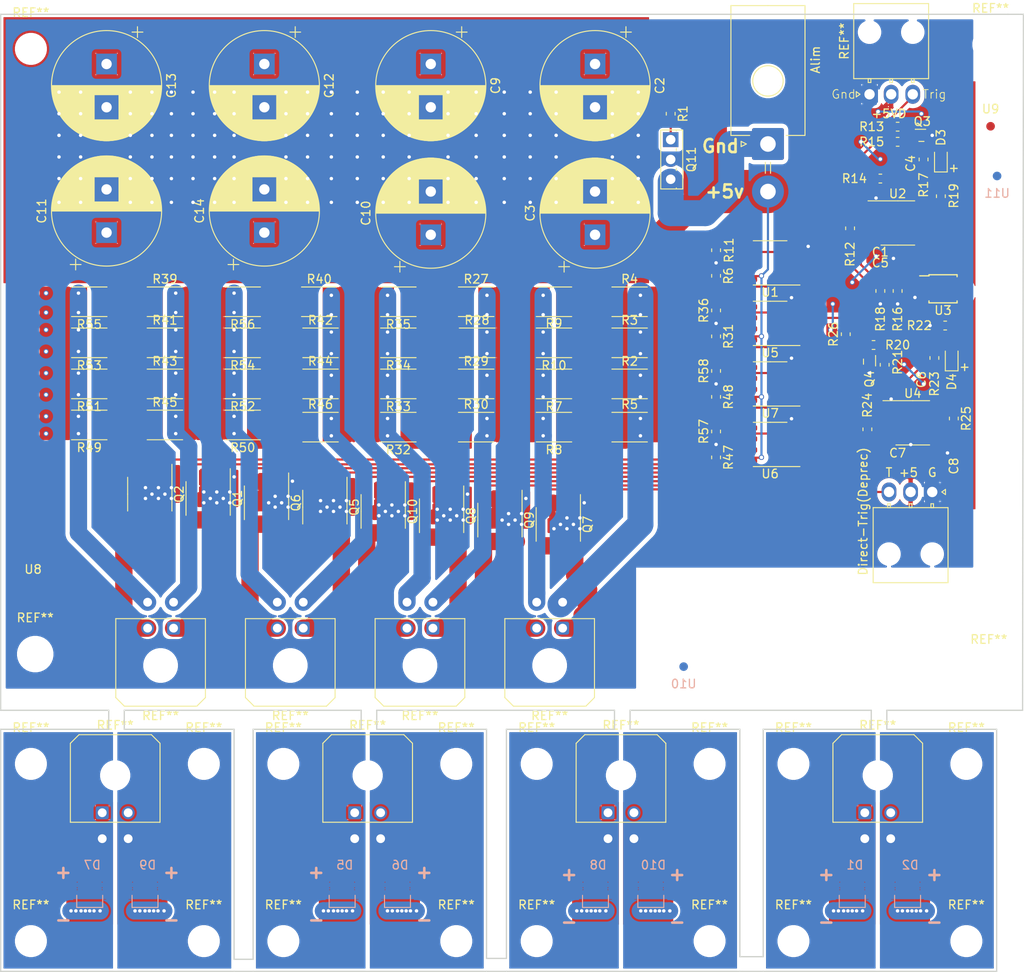
<source format=kicad_pcb>
(kicad_pcb (version 20171130) (host pcbnew "(5.1.0)-1")
  (title_block (date "lun. 30 mars 2015"))
  (layers (0 F.Cu signal) (31 B.Cu signal hide) (34 B.Paste user) (35 F.Paste user) (36 B.SilkS user) (37 F.SilkS user) (38 B.Mask user) (39 F.Mask user) (44 Edge.Cuts user))
  (net 0 "")
  (net 1 GND)
  (net 2 "Net-(D1-Pad2)")
  (net 3 "Net-(D1-Pad1)")
  (net 4 "Net-(D2-Pad2)")
  (net 5 "Net-(D2-Pad1)")
  (net 6 "Net-(Q1-Pad4)")
  (net 7 "Net-(Q2-Pad4)")
  (net 8 Trigger)
  (net 9 "Net-(C1-Pad1)")
  (net 10 "Net-(C4-Pad2)")
  (net 11 "Net-(C4-Pad1)")
  (net 12 "Net-(C5-Pad1)")
  (net 13 "Net-(C6-Pad2)")
  (net 14 "Net-(C6-Pad1)")
  (net 15 "Net-(C7-Pad1)")
  (net 16 "Net-(C8-Pad1)")
  (net 17 +5V)
  (net 18 "Net-(Q3-Pad1)")
  (net 19 "Net-(Q4-Pad2)")
  (net 20 "Net-(Q4-Pad1)")
  (net 21 "Net-(R12-Pad2)")
  (net 22 "Net-(R18-Pad2)")
  (net 23 "Net-(R21-Pad2)")
  (net 24 "Net-(D5-Pad2)")
  (net 25 "Net-(D5-Pad1)")
  (net 26 "Net-(D6-Pad2)")
  (net 27 "Net-(D6-Pad1)")
  (net 28 "Net-(D7-Pad2)")
  (net 29 "Net-(D7-Pad1)")
  (net 30 "Net-(D8-Pad2)")
  (net 31 "Net-(D8-Pad1)")
  (net 32 "Net-(D9-Pad2)")
  (net 33 "Net-(D9-Pad1)")
  (net 34 "Net-(D10-Pad2)")
  (net 35 "Net-(D10-Pad1)")
  (net 36 "Net-(Q5-Pad4)")
  (net 37 "Net-(Q6-Pad4)")
  (net 38 "Net-(Q7-Pad4)")
  (net 39 "Net-(Q8-Pad4)")
  (net 40 "Net-(Q9-Pad4)")
  (net 41 "Net-(Q10-Pad4)")
  (net 42 +5vD)
  (net 43 "Net-(R26-Pad2)")
  (net 44 GNDP)
  (net 45 "Net-(Q11-Pad1)")
  (module Fiducial:Fiducial_1mm_Mask2mm (layer B.Cu) (at 131.748 37.065)
    (fp_text reference U11 (at 0 2) (layer B.SilkS) (effects (justify mirror)))
    (fp_text value ref)
    (pad "" smd circle (at 0 0) (size 1 1) (layers B.Cu B.Mask) (clearance 0.5))
  )
  (module Fiducial:Fiducial_1mm_Mask2mm (layer B.Cu) (at 95.498 93.815)
    (fp_text reference U10 (at 0 2) (layer B.SilkS) (effects (justify mirror)))
    (fp_text value ref)
    (pad "" smd circle (at 0 0) (size 1 1) (layers B.Cu B.Mask) (clearance 0.5))
  )
  (module Fiducial:Fiducial_1mm_Mask2mm (layer F.Cu) (at 130.998 31.315)
    (fp_text reference U9 (at 0 -2) (layer F.SilkS))
    (fp_text value ref)
    (pad "" smd circle (at 0 0) (size 1 1) (layers F.Cu F.Mask) (clearance 0.5))
  )
  (module Fiducial:Fiducial_1mm_Mask2mm (layer F.Cu) (at 20.248 84.565)
    (fp_text reference U8 (at 0 -2) (layer F.SilkS))
    (fp_text value ref)
    (pad "" smd circle (at 0 0) (size 1 1) (layers F.Cu F.Mask) (clearance 0.5))
  )
  (module MountingHole:MountingHole_3.2mm_M3 (layer F.Cu) (at 108.198 105.065)
    (fp_text reference REF** (at 0 -4.2) (layer F.SilkS))
    (fp_text value MountingHole_3.2mm_M3)
    (pad 1 np_thru_hole circle (at 0 0) (size 3.2 3.2) (drill 3.2) (layers *.Cu *.Mask))
  )
  (module LED:SFH-4716S (layer B.Cu) (at 121.698 117.265)
    (fp_text reference D2 (at 0 -0.5) (layer B.SilkS) (effects (justify mirror)))
    (fp_text value LED)
    (pad 2 smd rect (at -0.3 2.9) (size 2.8 1) (layers B.Cu B.Paste B.Mask) (net 32 "Net-(D9-Pad2)"))
    (pad 1 smd rect (at -0.3 4) (size 2.8 0.55) (layers B.Cu B.Paste B.Mask) (net 33 "Net-(D9-Pad1)"))
    (pad 2 smd rect (at -0.3 1.8) (size 2.8 0.55) (layers B.Cu B.Paste B.Mask) (net 32 "Net-(D9-Pad2)"))
  )
  (module Connector_Molex:Molex_Micro-Fit_3.0_43045-0400_2x02_P3.00mm_Horizontal (layer F.Cu) (at 116.448 110.715)
    (fp_text reference REF** (at 1.5 -10.12) (layer F.SilkS))
    (fp_text value Molex_Micro-Fit_3.0_43045-0400_2x02_P3.00mm_Horizontal)
    (pad 4 thru_hole circle (at 3 3) (size 1.5 1.5) (drill 1.02) (layers *.Cu *.Mask))
    (pad 3 thru_hole circle (at 0 3) (size 1.5 1.5) (drill 1.02) (layers *.Cu *.Mask))
    (pad 2 thru_hole circle (at 3 0) (size 1.5 1.5) (drill 1.02) (layers *.Cu *.Mask))
    (pad 1 thru_hole roundrect (at 0 0) (size 1.5 1.5) (drill 1.02) (layers *.Cu *.Mask) (roundrect_rratio 0.167))
    (pad "" np_thru_hole circle (at 1.5 -4.32) (size 3 3) (drill 3) (layers *.Cu *.Mask))
  )
  (module MountingHole:MountingHole_3.2mm_M3 (layer F.Cu) (at 128.198 125.565)
    (fp_text reference REF** (at 0 -4.2) (layer F.SilkS))
    (fp_text value MountingHole_3.2mm_M3)
    (pad 1 np_thru_hole circle (at 0 0) (size 3.2 3.2) (drill 3.2) (layers *.Cu *.Mask))
  )
  (module LED:SFH-4716S (layer B.Cu) (at 115.298 117.265)
    (fp_text reference D1 (at 0 -0.5) (layer B.SilkS) (effects (justify mirror)))
    (fp_text value LED)
    (pad 2 smd rect (at -0.3 2.9) (size 2.8 1) (layers B.Cu B.Paste B.Mask) (net 28 "Net-(D7-Pad2)"))
    (pad 1 smd rect (at -0.3 4) (size 2.8 0.55) (layers B.Cu B.Paste B.Mask) (net 29 "Net-(D7-Pad1)"))
    (pad 2 smd rect (at -0.3 1.8) (size 2.8 0.55) (layers B.Cu B.Paste B.Mask) (net 28 "Net-(D7-Pad2)"))
  )
  (module MountingHole:MountingHole_3.2mm_M3 (layer F.Cu) (at 108.198 125.565)
    (fp_text reference REF** (at 0 -4.2) (layer F.SilkS))
    (fp_text value MountingHole_3.2mm_M3)
    (pad 1 np_thru_hole circle (at 0 0) (size 3.2 3.2) (drill 3.2) (layers *.Cu *.Mask))
  )
  (module MountingHole:MountingHole_3.2mm_M3 (layer F.Cu) (at 128.198 105.065)
    (fp_text reference REF** (at 0 -4.2) (layer F.SilkS))
    (fp_text value MountingHole_3.2mm_M3)
    (pad 1 np_thru_hole circle (at 0 0) (size 3.2 3.2) (drill 3.2) (layers *.Cu *.Mask))
  )
  (module MountingHole:MountingHole_3.2mm_M3 (layer F.Cu) (at 78.498 105.065)
    (fp_text reference REF** (at 0 -4.2) (layer F.SilkS))
    (fp_text value MountingHole_3.2mm_M3)
    (pad 1 np_thru_hole circle (at 0 0) (size 3.2 3.2) (drill 3.2) (layers *.Cu *.Mask))
  )
  (module LED:SFH-4716S (layer B.Cu) (at 91.998 117.265)
    (fp_text reference D10 (at 0 -0.5) (layer B.SilkS) (effects (justify mirror)))
    (fp_text value LED)
    (pad 2 smd rect (at -0.3 2.9) (size 2.8 1) (layers B.Cu B.Paste B.Mask) (net 32 "Net-(D9-Pad2)"))
    (pad 1 smd rect (at -0.3 4) (size 2.8 0.55) (layers B.Cu B.Paste B.Mask) (net 33 "Net-(D9-Pad1)"))
    (pad 2 smd rect (at -0.3 1.8) (size 2.8 0.55) (layers B.Cu B.Paste B.Mask) (net 32 "Net-(D9-Pad2)"))
  )
  (module Connector_Molex:Molex_Micro-Fit_3.0_43045-0400_2x02_P3.00mm_Horizontal (layer F.Cu) (at 86.748 110.715)
    (fp_text reference REF** (at 1.5 -10.12) (layer F.SilkS))
    (fp_text value Molex_Micro-Fit_3.0_43045-0400_2x02_P3.00mm_Horizontal)
    (pad 4 thru_hole circle (at 3 3) (size 1.5 1.5) (drill 1.02) (layers *.Cu *.Mask))
    (pad 3 thru_hole circle (at 0 3) (size 1.5 1.5) (drill 1.02) (layers *.Cu *.Mask))
    (pad 2 thru_hole circle (at 3 0) (size 1.5 1.5) (drill 1.02) (layers *.Cu *.Mask))
    (pad 1 thru_hole roundrect (at 0 0) (size 1.5 1.5) (drill 1.02) (layers *.Cu *.Mask) (roundrect_rratio 0.167))
    (pad "" np_thru_hole circle (at 1.5 -4.32) (size 3 3) (drill 3) (layers *.Cu *.Mask))
  )
  (module MountingHole:MountingHole_3.2mm_M3 (layer F.Cu) (at 98.498 125.565)
    (fp_text reference REF** (at 0 -4.2) (layer F.SilkS))
    (fp_text value MountingHole_3.2mm_M3)
    (pad 1 np_thru_hole circle (at 0 0) (size 3.2 3.2) (drill 3.2) (layers *.Cu *.Mask))
  )
  (module LED:SFH-4716S (layer B.Cu) (at 85.598 117.265)
    (fp_text reference D8 (at 0 -0.5) (layer B.SilkS) (effects (justify mirror)))
    (fp_text value LED)
    (pad 2 smd rect (at -0.3 2.9) (size 2.8 1) (layers B.Cu B.Paste B.Mask) (net 28 "Net-(D7-Pad2)"))
    (pad 1 smd rect (at -0.3 4) (size 2.8 0.55) (layers B.Cu B.Paste B.Mask) (net 29 "Net-(D7-Pad1)"))
    (pad 2 smd rect (at -0.3 1.8) (size 2.8 0.55) (layers B.Cu B.Paste B.Mask) (net 28 "Net-(D7-Pad2)"))
  )
  (module MountingHole:MountingHole_3.2mm_M3 (layer F.Cu) (at 78.498 125.565)
    (fp_text reference REF** (at 0 -4.2) (layer F.SilkS))
    (fp_text value MountingHole_3.2mm_M3)
    (pad 1 np_thru_hole circle (at 0 0) (size 3.2 3.2) (drill 3.2) (layers *.Cu *.Mask))
  )
  (module MountingHole:MountingHole_3.2mm_M3 (layer F.Cu) (at 98.498 105.065)
    (fp_text reference REF** (at 0 -4.2) (layer F.SilkS))
    (fp_text value MountingHole_3.2mm_M3)
    (pad 1 np_thru_hole circle (at 0 0) (size 3.2 3.2) (drill 3.2) (layers *.Cu *.Mask))
  )
  (module MountingHole:MountingHole_3.2mm_M3 (layer F.Cu) (at 49.198 105.065)
    (fp_text reference REF** (at 0 -4.2) (layer F.SilkS))
    (fp_text value MountingHole_3.2mm_M3)
    (pad 1 np_thru_hole circle (at 0 0) (size 3.2 3.2) (drill 3.2) (layers *.Cu *.Mask))
  )
  (module LED:SFH-4716S (layer B.Cu) (at 62.698 117.265)
    (fp_text reference D6 (at 0 -0.5) (layer B.SilkS) (effects (justify mirror)))
    (fp_text value LED)
    (pad 2 smd rect (at -0.3 2.9) (size 2.8 1) (layers B.Cu B.Paste B.Mask) (net 32 "Net-(D9-Pad2)"))
    (pad 1 smd rect (at -0.3 4) (size 2.8 0.55) (layers B.Cu B.Paste B.Mask) (net 33 "Net-(D9-Pad1)"))
    (pad 2 smd rect (at -0.3 1.8) (size 2.8 0.55) (layers B.Cu B.Paste B.Mask) (net 32 "Net-(D9-Pad2)"))
  )
  (module Connector_Molex:Molex_Micro-Fit_3.0_43045-0400_2x02_P3.00mm_Horizontal (layer F.Cu) (at 57.448 110.715)
    (fp_text reference REF** (at 1.5 -10.12) (layer F.SilkS))
    (fp_text value Molex_Micro-Fit_3.0_43045-0400_2x02_P3.00mm_Horizontal)
    (pad 4 thru_hole circle (at 3 3) (size 1.5 1.5) (drill 1.02) (layers *.Cu *.Mask))
    (pad 3 thru_hole circle (at 0 3) (size 1.5 1.5) (drill 1.02) (layers *.Cu *.Mask))
    (pad 2 thru_hole circle (at 3 0) (size 1.5 1.5) (drill 1.02) (layers *.Cu *.Mask))
    (pad 1 thru_hole roundrect (at 0 0) (size 1.5 1.5) (drill 1.02) (layers *.Cu *.Mask) (roundrect_rratio 0.167))
    (pad "" np_thru_hole circle (at 1.5 -4.32) (size 3 3) (drill 3) (layers *.Cu *.Mask))
  )
  (module MountingHole:MountingHole_3.2mm_M3 (layer F.Cu) (at 69.198 125.565)
    (fp_text reference REF** (at 0 -4.2) (layer F.SilkS))
    (fp_text value MountingHole_3.2mm_M3)
    (pad 1 np_thru_hole circle (at 0 0) (size 3.2 3.2) (drill 3.2) (layers *.Cu *.Mask))
  )
  (module LED:SFH-4716S (layer B.Cu) (at 56.298 117.265)
    (fp_text reference D5 (at 0 -0.5) (layer B.SilkS) (effects (justify mirror)))
    (fp_text value LED)
    (pad 2 smd rect (at -0.3 2.9) (size 2.8 1) (layers B.Cu B.Paste B.Mask) (net 28 "Net-(D7-Pad2)"))
    (pad 1 smd rect (at -0.3 4) (size 2.8 0.55) (layers B.Cu B.Paste B.Mask) (net 29 "Net-(D7-Pad1)"))
    (pad 2 smd rect (at -0.3 1.8) (size 2.8 0.55) (layers B.Cu B.Paste B.Mask) (net 28 "Net-(D7-Pad2)"))
  )
  (module MountingHole:MountingHole_3.2mm_M3 (layer F.Cu) (at 49.198 125.565)
    (fp_text reference REF** (at 0 -4.2) (layer F.SilkS))
    (fp_text value MountingHole_3.2mm_M3)
    (pad 1 np_thru_hole circle (at 0 0) (size 3.2 3.2) (drill 3.2) (layers *.Cu *.Mask))
  )
  (module MountingHole:MountingHole_3.2mm_M3 (layer F.Cu) (at 69.198 105.065)
    (fp_text reference REF** (at 0 -4.2) (layer F.SilkS))
    (fp_text value MountingHole_3.2mm_M3)
    (pad 1 np_thru_hole circle (at 0 0) (size 3.2 3.2) (drill 3.2) (layers *.Cu *.Mask))
  )
  (module MountingHole:MountingHole_3.2mm_M3 (layer F.Cu) (at 39.998 105.065)
    (fp_text reference REF** (at 0 -4.2) (layer F.SilkS))
    (fp_text value MountingHole_3.2mm_M3)
    (pad 1 np_thru_hole circle (at 0 0) (size 3.2 3.2) (drill 3.2) (layers *.Cu *.Mask))
  )
  (module MountingHole:MountingHole_3.2mm_M3 (layer F.Cu) (at 39.998 125.565)
    (fp_text reference REF** (at 0 -4.2) (layer F.SilkS))
    (fp_text value MountingHole_3.2mm_M3)
    (pad 1 np_thru_hole circle (at 0 0) (size 3.2 3.2) (drill 3.2) (layers *.Cu *.Mask))
  )
  (module MountingHole:MountingHole_3.2mm_M3 (layer F.Cu) (at 19.998 125.565)
    (fp_text reference REF** (at 0 -4.2) (layer F.SilkS))
    (fp_text value MountingHole_3.2mm_M3)
    (pad 1 np_thru_hole circle (at 0 0) (size 3.2 3.2) (drill 3.2) (layers *.Cu *.Mask))
  )
  (module MountingHole:MountingHole_3.2mm_M3 (layer F.Cu) (at 19.998 105.065)
    (fp_text reference REF** (at 0 -4.2) (layer F.SilkS))
    (fp_text value MountingHole_3.2mm_M3)
    (pad 1 np_thru_hole circle (at 0 0) (size 3.2 3.2) (drill 3.2) (layers *.Cu *.Mask))
  )
  (module MountingHole:MountingHole_3.2mm_M3 (layer F.Cu) (at 130.798 94.865)
    (fp_text reference REF** (at 0 -4.2) (layer F.SilkS))
    (fp_text value MountingHole_3.2mm_M3)
    (pad "" np_thru_hole circle (at 0 0) (size 3.2 3.2) (drill 3.2) (layers *.Cu *.Mask))
  )
  (module MountingHole:MountingHole_3.2mm_M3 (layer F.Cu) (at 130.998 21.865)
    (fp_text reference REF** (at 0 -4.2) (layer F.SilkS))
    (fp_text value MountingHole_3.2mm_M3)
    (pad 1 np_thru_hole circle (at 0 0) (size 3.2 3.2) (drill 3.2) (layers *.Cu *.Mask))
  )
  (module MountingHole:MountingHole_3.2mm_M3 (layer F.Cu) (at 19.998 22.365)
    (fp_text reference REF** (at 0 -4.2) (layer F.SilkS))
    (fp_text value MountingHole_3.2mm_M3)
    (pad 1 np_thru_hole circle (at 0 0) (size 3.2 3.2) (drill 3.2) (layers *.Cu *.Mask))
  )
  (module MountingHole:MountingHole_3.2mm_M3 (layer F.Cu) (at 20.498 92.365)
    (fp_text reference REF** (at 0 -4.2) (layer F.SilkS))
    (fp_text value MountingHole_3.2mm_M3)
    (pad 1 np_thru_hole circle (at 0 0) (size 3.2 3.2) (drill 3.2) (layers *.Cu *.Mask))
  )
  (module Connector_Molex:Molex_Micro-Fit_3.0_43045-0400_2x02_P3.00mm_Horizontal (layer F.Cu) (at 28.248 110.715)
    (fp_text reference REF** (at 1.5 -10.12) (layer F.SilkS))
    (fp_text value Molex_Micro-Fit_3.0_43045-0400_2x02_P3.00mm_Horizontal)
    (pad "" np_thru_hole circle (at 1.5 -4.32) (size 3 3) (drill 3) (layers *.Cu *.Mask))
    (pad 1 thru_hole roundrect (at 0 0) (size 1.5 1.5) (drill 1.02) (layers *.Cu *.Mask) (roundrect_rratio 0.167) (net 3 "Net-(D1-Pad1)"))
    (pad 2 thru_hole circle (at 3 0) (size 1.5 1.5) (drill 1.02) (layers *.Cu *.Mask) (net 5 "Net-(D2-Pad1)"))
    (pad 3 thru_hole circle (at 0 3) (size 1.5 1.5) (drill 1.02) (layers *.Cu *.Mask) (net 28 "Net-(D7-Pad2)"))
    (pad 4 thru_hole circle (at 3 3) (size 1.5 1.5) (drill 1.02) (layers *.Cu *.Mask) (net 32 "Net-(D9-Pad2)"))
  )
  (module Resistor_SMD:R_2512_6332Metric (layer F.Cu) (at 62.498 66.115 180)
    (fp_text reference R32 (at 0 -2.62) (layer F.SilkS))
    (fp_text value 2)
    (pad 2 smd roundrect (at 2.9 0 180) (size 1.35 3.35) (layers F.Cu F.Paste F.Mask) (roundrect_rratio 0.185185) (net 26 "Net-(D6-Pad2)"))
    (pad 1 smd roundrect (at -2.9 0 180) (size 1.35 3.35) (layers F.Cu F.Paste F.Mask) (roundrect_rratio 0.185185) (net 17 +5V))
  )
  (module Connector_Molex:Molex_Micro-Fit_3.0_43045-0400_2x02_P3.00mm_Horizontal (layer F.Cu) (at 81.498 89.365 180)
    (fp_text reference REF** (at 1.5 -10.12) (layer F.SilkS))
    (fp_text value Molex_Micro-Fit_3.0_43045-0400_2x02_P3.00mm_Horizontal)
    (pad "" np_thru_hole circle (at 1.5 -4.32 180) (size 3 3) (drill 3) (layers *.Cu *.Mask))
    (pad 1 thru_hole roundrect (at 0 0 180) (size 1.5 1.5) (drill 1.02) (layers *.Cu *.Mask) (roundrect_rratio 0.167) (net 29 "Net-(D7-Pad1)"))
    (pad 2 thru_hole circle (at 3 0 180) (size 1.5 1.5) (drill 1.02) (layers *.Cu *.Mask) (net 33 "Net-(D9-Pad1)"))
    (pad 3 thru_hole circle (at 0 3 180) (size 1.5 1.5) (drill 1.02) (layers *.Cu *.Mask) (net 2 "Net-(D1-Pad2)"))
    (pad 4 thru_hole circle (at 3 3 180) (size 1.5 1.5) (drill 1.02) (layers *.Cu *.Mask) (net 4 "Net-(D2-Pad2)"))
  )
  (module Connector_Molex:Molex_Micro-Fit_3.0_43045-0400_2x02_P3.00mm_Horizontal (layer F.Cu) (at 66.498 89.365 180)
    (fp_text reference REF** (at 1.5 -10.12) (layer F.SilkS))
    (fp_text value Molex_Micro-Fit_3.0_43045-0400_2x02_P3.00mm_Horizontal)
    (pad "" np_thru_hole circle (at 1.5 -4.32 180) (size 3 3) (drill 3) (layers *.Cu *.Mask))
    (pad 1 thru_hole roundrect (at 0 0 180) (size 1.5 1.5) (drill 1.02) (layers *.Cu *.Mask) (roundrect_rratio 0.167) (net 31 "Net-(D8-Pad1)"))
    (pad 2 thru_hole circle (at 3 0 180) (size 1.5 1.5) (drill 1.02) (layers *.Cu *.Mask) (net 35 "Net-(D10-Pad1)"))
    (pad 3 thru_hole circle (at 0 3 180) (size 1.5 1.5) (drill 1.02) (layers *.Cu *.Mask) (net 24 "Net-(D5-Pad2)"))
    (pad 4 thru_hole circle (at 3 3 180) (size 1.5 1.5) (drill 1.02) (layers *.Cu *.Mask) (net 26 "Net-(D6-Pad2)"))
  )
  (module Connector_Molex:Molex_Micro-Fit_3.0_43045-0400_2x02_P3.00mm_Horizontal (layer F.Cu) (at 51.498 89.365 180)
    (fp_text reference REF** (at 1.5 -10.12) (layer F.SilkS))
    (fp_text value Molex_Micro-Fit_3.0_43045-0400_2x02_P3.00mm_Horizontal)
    (pad "" np_thru_hole circle (at 1.5 -4.32 180) (size 3 3) (drill 3) (layers *.Cu *.Mask))
    (pad 1 thru_hole roundrect (at 0 0 180) (size 1.5 1.5) (drill 1.02) (layers *.Cu *.Mask) (roundrect_rratio 0.167) (net 25 "Net-(D5-Pad1)"))
    (pad 2 thru_hole circle (at 3 0 180) (size 1.5 1.5) (drill 1.02) (layers *.Cu *.Mask) (net 27 "Net-(D6-Pad1)"))
    (pad 3 thru_hole circle (at 0 3 180) (size 1.5 1.5) (drill 1.02) (layers *.Cu *.Mask) (net 30 "Net-(D8-Pad2)"))
    (pad 4 thru_hole circle (at 3 3 180) (size 1.5 1.5) (drill 1.02) (layers *.Cu *.Mask) (net 34 "Net-(D10-Pad2)"))
  )
  (module Connector_Molex:Molex_Micro-Fit_3.0_43045-0400_2x02_P3.00mm_Horizontal (layer F.Cu) (at 36.498 89.365 180)
    (fp_text reference REF** (at 1.5 -10.12) (layer F.SilkS))
    (fp_text value Molex_Micro-Fit_3.0_43045-0400_2x02_P3.00mm_Horizontal)
    (pad 4 thru_hole circle (at 3 3 180) (size 1.5 1.5) (drill 1.02) (layers *.Cu *.Mask) (net 32 "Net-(D9-Pad2)"))
    (pad 3 thru_hole circle (at 0 3 180) (size 1.5 1.5) (drill 1.02) (layers *.Cu *.Mask) (net 28 "Net-(D7-Pad2)"))
    (pad 2 thru_hole circle (at 3 0 180) (size 1.5 1.5) (drill 1.02) (layers *.Cu *.Mask) (net 5 "Net-(D2-Pad1)"))
    (pad 1 thru_hole roundrect (at 0 0 180) (size 1.5 1.5) (drill 1.02) (layers *.Cu *.Mask) (roundrect_rratio 0.167) (net 3 "Net-(D1-Pad1)"))
    (pad "" np_thru_hole circle (at 1.5 -4.32 180) (size 3 3) (drill 3) (layers *.Cu *.Mask))
  )
  (module Connector_Molex:Molex_Nano-Fit_105313-xx03_1x03_P2.50mm_Horizontal (layer F.Cu) (at 124.248 73.615 270)
    (fp_text reference "Direct-Trig(Deprec)" (at 2.25 8 90) (layer F.SilkS))
    (fp_text value Molex_Nano-Fit_105313-xx03_1x03_P2.50mm_Horizontal)
    (pad 1 thru_hole roundrect (at 0 0 270) (size 2.2 1.7) (drill 1.2) (layers *.Cu *.Mask) (roundrect_rratio 0.147) (net 44 GNDP))
    (pad 2 thru_hole oval (at 0 2.5 270) (size 2.2 1.7) (drill 1.2) (layers *.Cu *.Mask) (net 42 +5vD))
    (pad 3 thru_hole oval (at 0 5 270) (size 2.2 1.7) (drill 1.2) (layers *.Cu *.Mask) (net 43 "Net-(R26-Pad2)"))
    (pad "" np_thru_hole circle (at 7.18 0 270) (size 1.7 1.7) (drill 1.7) (layers *.Cu *.Mask))
    (pad "" np_thru_hole circle (at 7.18 5 270) (size 1.7 1.7) (drill 1.7) (layers *.Cu *.Mask))
  )
  (module Resistor_SMD:R_0603_1608Metric (layer F.Cu) (at 99.248 69.615 270)
    (fp_text reference R47 (at 0 -1.43 90) (layer F.SilkS))
    (fp_text value 10k)
    (pad 2 smd roundrect (at 0.7875 0 270) (size 0.875 0.95) (layers F.Cu F.Paste F.Mask) (net 38 "Net-(Q7-Pad4)"))
    (pad 1 smd roundrect (at -0.7875 0 270) (size 0.875 0.95) (layers F.Cu F.Paste F.Mask) (net 44 GNDP))
  )
  (module Connector_Molex:Molex_Nano-Fit_105313-xx03_1x03_P2.50mm_Horizontal (layer F.Cu) (at 116.998 27.615 90)
    (fp_text reference REF** (at 6.15 -2.92 90) (layer F.SilkS))
    (fp_text value Molex_Nano-Fit_105313-xx03_1x03_P2.50mm_Horizontal)
    (pad "" np_thru_hole circle (at 7.18 5 90) (size 1.7 1.7) (drill 1.7) (layers *.Cu *.Mask))
    (pad "" np_thru_hole circle (at 7.18 0 90) (size 1.7 1.7) (drill 1.7) (layers *.Cu *.Mask))
    (pad 3 thru_hole oval (at 0 5 90) (size 2.2 1.7) (drill 1.2) (layers *.Cu *.Mask) (net 8 Trigger))
    (pad 2 thru_hole oval (at 0 2.5 90) (size 2.2 1.7) (drill 1.2) (layers *.Cu *.Mask) (net 42 +5vD))
    (pad 1 thru_hole roundrect (at 0 0 90) (size 2.2 1.7) (drill 1.2) (layers *.Cu *.Mask) (roundrect_rratio 0.147) (net 44 GNDP))
  )
  (module Package_SO:SOIC-8_3.9x4.9mm_P1.27mm (layer F.Cu) (at 105.498 61.115 180)
    (fp_text reference U7 (at 0 -3.4) (layer F.SilkS))
    (fp_text value LMV358)
    (pad 8 smd roundrect (at 2.475 -1.905 180) (size 1.95 0.6) (layers F.Cu F.Paste F.Mask) (net 17 +5V))
    (pad 7 smd roundrect (at 2.475 -0.635 180) (size 1.95 0.6) (layers F.Cu F.Paste F.Mask) (net 41 "Net-(Q10-Pad4)"))
    (pad 6 smd roundrect (at 2.475 0.635 180) (size 1.95 0.6) (layers F.Cu F.Paste F.Mask) (net 41 "Net-(Q10-Pad4)"))
    (pad 5 smd roundrect (at 2.475 1.905 180) (size 1.95 0.6) (layers F.Cu F.Paste F.Mask) (net 43 "Net-(R26-Pad2)"))
    (pad 4 smd roundrect (at -2.475 1.905 180) (size 1.95 0.6) (layers F.Cu F.Paste F.Mask) (net 44 GNDP))
    (pad 3 smd roundrect (at -2.475 0.635 180) (size 1.95 0.6) (layers F.Cu F.Paste F.Mask) (net 43 "Net-(R26-Pad2)"))
    (pad 2 smd roundrect (at -2.475 -0.635 180) (size 1.95 0.6) (layers F.Cu F.Paste F.Mask) (net 39 "Net-(Q8-Pad4)"))
    (pad 1 smd roundrect (at -2.475 -1.905 180) (size 1.95 0.6) (layers F.Cu F.Paste F.Mask) (net 39 "Net-(Q8-Pad4)"))
  )
  (module Package_SO:SOIC-8_3.9x4.9mm_P1.27mm (layer F.Cu) (at 105.498 68.115 180)
    (fp_text reference U6 (at 0 -3.4) (layer F.SilkS))
    (fp_text value LMV358)
    (pad 8 smd roundrect (at 2.475 -1.905 180) (size 1.95 0.6) (layers F.Cu F.Paste F.Mask) (net 17 +5V))
    (pad 7 smd roundrect (at 2.475 -0.635 180) (size 1.95 0.6) (layers F.Cu F.Paste F.Mask) (net 40 "Net-(Q9-Pad4)"))
    (pad 6 smd roundrect (at 2.475 0.635 180) (size 1.95 0.6) (layers F.Cu F.Paste F.Mask) (net 40 "Net-(Q9-Pad4)"))
    (pad 5 smd roundrect (at 2.475 1.905 180) (size 1.95 0.6) (layers F.Cu F.Paste F.Mask) (net 43 "Net-(R26-Pad2)"))
    (pad 4 smd roundrect (at -2.475 1.905 180) (size 1.95 0.6) (layers F.Cu F.Paste F.Mask) (net 44 GNDP))
    (pad 3 smd roundrect (at -2.475 0.635 180) (size 1.95 0.6) (layers F.Cu F.Paste F.Mask) (net 43 "Net-(R26-Pad2)"))
    (pad 2 smd roundrect (at -2.475 -0.635 180) (size 1.95 0.6) (layers F.Cu F.Paste F.Mask) (net 38 "Net-(Q7-Pad4)"))
    (pad 1 smd roundrect (at -2.475 -1.905 180) (size 1.95 0.6) (layers F.Cu F.Paste F.Mask) (net 38 "Net-(Q7-Pad4)"))
  )
  (module Package_SO:SOIC-8_3.9x4.9mm_P1.27mm (layer F.Cu) (at 105.498 54.115 180)
    (fp_text reference U5 (at 0 -3.4) (layer F.SilkS))
    (fp_text value LMV358)
    (pad 8 smd roundrect (at 2.475 -1.905 180) (size 1.95 0.6) (layers F.Cu F.Paste F.Mask) (net 17 +5V))
    (pad 7 smd roundrect (at 2.475 -0.635 180) (size 1.95 0.6) (layers F.Cu F.Paste F.Mask) (net 37 "Net-(Q6-Pad4)"))
    (pad 6 smd roundrect (at 2.475 0.635 180) (size 1.95 0.6) (layers F.Cu F.Paste F.Mask) (net 37 "Net-(Q6-Pad4)"))
    (pad 5 smd roundrect (at 2.475 1.905 180) (size 1.95 0.6) (layers F.Cu F.Paste F.Mask) (net 43 "Net-(R26-Pad2)"))
    (pad 4 smd roundrect (at -2.475 1.905 180) (size 1.95 0.6) (layers F.Cu F.Paste F.Mask) (net 44 GNDP))
    (pad 3 smd roundrect (at -2.475 0.635 180) (size 1.95 0.6) (layers F.Cu F.Paste F.Mask) (net 43 "Net-(R26-Pad2)"))
    (pad 2 smd roundrect (at -2.475 -0.635 180) (size 1.95 0.6) (layers F.Cu F.Paste F.Mask) (net 36 "Net-(Q5-Pad4)"))
    (pad 1 smd roundrect (at -2.475 -1.905 180) (size 1.95 0.6) (layers F.Cu F.Paste F.Mask) (net 36 "Net-(Q5-Pad4)"))
  )
  (module Resistor_SMD:R_0603_1608Metric (layer F.Cu) (at 99.248 59.615 90)
    (fp_text reference R58 (at 0 -1.43 90) (layer F.SilkS))
    (fp_text value 10k)
    (pad 2 smd roundrect (at 0.7875 0 90) (size 0.875 0.95) (layers F.Cu F.Paste F.Mask) (net 41 "Net-(Q10-Pad4)"))
    (pad 1 smd roundrect (at -0.7875 0 90) (size 0.875 0.95) (layers F.Cu F.Paste F.Mask) (net 44 GNDP))
  )
  (module Resistor_SMD:R_0603_1608Metric (layer F.Cu) (at 99.248 66.615 90)
    (fp_text reference R57 (at 0 -1.43 90) (layer F.SilkS))
    (fp_text value 10k)
    (pad 2 smd roundrect (at 0.7875 0 90) (size 0.875 0.95) (layers F.Cu F.Paste F.Mask) (net 40 "Net-(Q9-Pad4)"))
    (pad 1 smd roundrect (at -0.7875 0 90) (size 0.875 0.95) (layers F.Cu F.Paste F.Mask) (net 44 GNDP))
  )
  (module Resistor_SMD:R_2512_6332Metric (layer F.Cu) (at 44.498 51.615 180)
    (fp_text reference R56 (at 0 -2.62) (layer F.SilkS))
    (fp_text value 2)
    (pad 2 smd roundrect (at 2.9 0 180) (size 1.35 3.35) (layers F.Cu F.Paste F.Mask) (roundrect_rratio 0.185185) (net 34 "Net-(D10-Pad2)"))
    (pad 1 smd roundrect (at -2.9 0 180) (size 1.35 3.35) (layers F.Cu F.Paste F.Mask) (roundrect_rratio 0.185185) (net 17 +5V))
  )
  (module Resistor_SMD:R_2512_6332Metric (layer F.Cu) (at 26.748 51.615 180)
    (fp_text reference R55 (at 0 -2.62) (layer F.SilkS))
    (fp_text value 2)
    (pad 2 smd roundrect (at 2.9 0 180) (size 1.35 3.35) (layers F.Cu F.Paste F.Mask) (roundrect_rratio 0.185185) (net 32 "Net-(D9-Pad2)"))
    (pad 1 smd roundrect (at -2.9 0 180) (size 1.35 3.35) (layers F.Cu F.Paste F.Mask) (roundrect_rratio 0.185185) (net 17 +5V))
  )
  (module Resistor_SMD:R_2512_6332Metric (layer F.Cu) (at 44.498 56.365 180)
    (fp_text reference R54 (at 0 -2.62) (layer F.SilkS))
    (fp_text value 2)
    (pad 2 smd roundrect (at 2.9 0 180) (size 1.35 3.35) (layers F.Cu F.Paste F.Mask) (roundrect_rratio 0.185185) (net 34 "Net-(D10-Pad2)"))
    (pad 1 smd roundrect (at -2.9 0 180) (size 1.35 3.35) (layers F.Cu F.Paste F.Mask) (roundrect_rratio 0.185185) (net 17 +5V))
  )
  (module Resistor_SMD:R_2512_6332Metric (layer F.Cu) (at 26.748 56.365 180)
    (fp_text reference R53 (at 0 -2.62) (layer F.SilkS))
    (fp_text value 2)
    (pad 2 smd roundrect (at 2.9 0 180) (size 1.35 3.35) (layers F.Cu F.Paste F.Mask) (roundrect_rratio 0.185185) (net 32 "Net-(D9-Pad2)"))
    (pad 1 smd roundrect (at -2.9 0 180) (size 1.35 3.35) (layers F.Cu F.Paste F.Mask) (roundrect_rratio 0.185185) (net 17 +5V))
  )
  (module Resistor_SMD:R_2512_6332Metric (layer F.Cu) (at 44.498 61.115 180)
    (fp_text reference R52 (at 0 -2.62) (layer F.SilkS))
    (fp_text value 2)
    (pad 2 smd roundrect (at 2.9 0 180) (size 1.35 3.35) (layers F.Cu F.Paste F.Mask) (roundrect_rratio 0.185185) (net 34 "Net-(D10-Pad2)"))
    (pad 1 smd roundrect (at -2.9 0 180) (size 1.35 3.35) (layers F.Cu F.Paste F.Mask) (roundrect_rratio 0.185185) (net 17 +5V))
  )
  (module Resistor_SMD:R_2512_6332Metric (layer F.Cu) (at 26.748 61.115 180)
    (fp_text reference R51 (at 0 -2.62) (layer F.SilkS))
    (fp_text value 2)
    (pad 2 smd roundrect (at 2.9 0 180) (size 1.35 3.35) (layers F.Cu F.Paste F.Mask) (roundrect_rratio 0.185185) (net 32 "Net-(D9-Pad2)"))
    (pad 1 smd roundrect (at -2.9 0 180) (size 1.35 3.35) (layers F.Cu F.Paste F.Mask) (roundrect_rratio 0.185185) (net 17 +5V))
  )
  (module Resistor_SMD:R_2512_6332Metric (layer F.Cu) (at 44.498 65.865 180)
    (fp_text reference R50 (at 0 -2.62) (layer F.SilkS))
    (fp_text value 2)
    (pad 2 smd roundrect (at 2.9 0 180) (size 1.35 3.35) (layers F.Cu F.Paste F.Mask) (roundrect_rratio 0.185185) (net 34 "Net-(D10-Pad2)"))
    (pad 1 smd roundrect (at -2.9 0 180) (size 1.35 3.35) (layers F.Cu F.Paste F.Mask) (roundrect_rratio 0.185185) (net 17 +5V))
  )
  (module Resistor_SMD:R_2512_6332Metric (layer F.Cu) (at 26.748 65.865 180)
    (fp_text reference R49 (at 0 -2.62) (layer F.SilkS))
    (fp_text value 2)
    (pad 2 smd roundrect (at 2.9 0 180) (size 1.35 3.35) (layers F.Cu F.Paste F.Mask) (roundrect_rratio 0.185185) (net 32 "Net-(D9-Pad2)"))
    (pad 1 smd roundrect (at -2.9 0 180) (size 1.35 3.35) (layers F.Cu F.Paste F.Mask) (roundrect_rratio 0.185185) (net 17 +5V))
  )
  (module Resistor_SMD:R_0603_1608Metric (layer F.Cu) (at 99.248 62.615 270)
    (fp_text reference R48 (at 0 -1.43 90) (layer F.SilkS))
    (fp_text value 10k)
    (pad 2 smd roundrect (at 0.7875 0 270) (size 0.875 0.95) (layers F.Cu F.Paste F.Mask) (net 39 "Net-(Q8-Pad4)"))
    (pad 1 smd roundrect (at -0.7875 0 270) (size 0.875 0.95) (layers F.Cu F.Paste F.Mask) (net 44 GNDP))
  )
  (module Resistor_SMD:R_2512_6332Metric (layer F.Cu) (at 53.498 66.115)
    (fp_text reference R46 (at 0 -2.62) (layer F.SilkS))
    (fp_text value 2)
    (pad 2 smd roundrect (at 2.9 0) (size 1.35 3.35) (layers F.Cu F.Paste F.Mask) (roundrect_rratio 0.185185) (net 30 "Net-(D8-Pad2)"))
    (pad 1 smd roundrect (at -2.9 0) (size 1.35 3.35) (layers F.Cu F.Paste F.Mask) (roundrect_rratio 0.185185) (net 17 +5V))
  )
  (module Resistor_SMD:R_2512_6332Metric (layer F.Cu) (at 35.498 65.865)
    (fp_text reference R45 (at 0 -2.62) (layer F.SilkS))
    (fp_text value 2)
    (pad 2 smd roundrect (at 2.9 0) (size 1.35 3.35) (layers F.Cu F.Paste F.Mask) (roundrect_rratio 0.185185) (net 28 "Net-(D7-Pad2)"))
    (pad 1 smd roundrect (at -2.9 0) (size 1.35 3.35) (layers F.Cu F.Paste F.Mask) (roundrect_rratio 0.185185) (net 17 +5V))
  )
  (module Resistor_SMD:R_2512_6332Metric (layer F.Cu) (at 53.498 61.115)
    (fp_text reference R44 (at 0 -2.62) (layer F.SilkS))
    (fp_text value 2)
    (pad 2 smd roundrect (at 2.9 0) (size 1.35 3.35) (layers F.Cu F.Paste F.Mask) (roundrect_rratio 0.185185) (net 30 "Net-(D8-Pad2)"))
    (pad 1 smd roundrect (at -2.9 0) (size 1.35 3.35) (layers F.Cu F.Paste F.Mask) (roundrect_rratio 0.185185) (net 17 +5V))
  )
  (module Resistor_SMD:R_2512_6332Metric (layer F.Cu) (at 35.498 61.115)
    (fp_text reference R43 (at 0 -2.62) (layer F.SilkS))
    (fp_text value 2)
    (pad 2 smd roundrect (at 2.9 0) (size 1.35 3.35) (layers F.Cu F.Paste F.Mask) (roundrect_rratio 0.185185) (net 28 "Net-(D7-Pad2)"))
    (pad 1 smd roundrect (at -2.9 0) (size 1.35 3.35) (layers F.Cu F.Paste F.Mask) (roundrect_rratio 0.185185) (net 17 +5V))
  )
  (module Resistor_SMD:R_2512_6332Metric (layer F.Cu) (at 53.498 56.365)
    (fp_text reference R42 (at 0 -2.62) (layer F.SilkS))
    (fp_text value 2)
    (pad 2 smd roundrect (at 2.9 0) (size 1.35 3.35) (layers F.Cu F.Paste F.Mask) (roundrect_rratio 0.185185) (net 30 "Net-(D8-Pad2)"))
    (pad 1 smd roundrect (at -2.9 0) (size 1.35 3.35) (layers F.Cu F.Paste F.Mask) (roundrect_rratio 0.185185) (net 17 +5V))
  )
  (module Resistor_SMD:R_2512_6332Metric (layer F.Cu) (at 35.498 56.365)
    (fp_text reference R41 (at 0 -2.62) (layer F.SilkS))
    (fp_text value 2)
    (pad 2 smd roundrect (at 2.9 0) (size 1.35 3.35) (layers F.Cu F.Paste F.Mask) (roundrect_rratio 0.185185) (net 28 "Net-(D7-Pad2)"))
    (pad 1 smd roundrect (at -2.9 0) (size 1.35 3.35) (layers F.Cu F.Paste F.Mask) (roundrect_rratio 0.185185) (net 17 +5V))
  )
  (module Resistor_SMD:R_2512_6332Metric (layer F.Cu) (at 53.348 51.615)
    (fp_text reference R40 (at 0 -2.62) (layer F.SilkS))
    (fp_text value 2)
    (pad 2 smd roundrect (at 2.9 0) (size 1.35 3.35) (layers F.Cu F.Paste F.Mask) (roundrect_rratio 0.185185) (net 30 "Net-(D8-Pad2)"))
    (pad 1 smd roundrect (at -2.9 0) (size 1.35 3.35) (layers F.Cu F.Paste F.Mask) (roundrect_rratio 0.185185) (net 17 +5V))
  )
  (module Resistor_SMD:R_2512_6332Metric (layer F.Cu) (at 35.498 51.615)
    (fp_text reference R39 (at 0 -2.62) (layer F.SilkS))
    (fp_text value 2)
    (pad 2 smd roundrect (at 2.9 0) (size 1.35 3.35) (layers F.Cu F.Paste F.Mask) (roundrect_rratio 0.185185) (net 28 "Net-(D7-Pad2)"))
    (pad 1 smd roundrect (at -2.9 0) (size 1.35 3.35) (layers F.Cu F.Paste F.Mask) (roundrect_rratio 0.185185) (net 17 +5V))
  )
  (module Resistor_SMD:R_0603_1608Metric (layer F.Cu) (at 99.248 52.615 90)
    (fp_text reference R36 (at 0 -1.43 90) (layer F.SilkS))
    (fp_text value 10k)
    (pad 2 smd roundrect (at 0.7875 0 90) (size 0.875 0.95) (layers F.Cu F.Paste F.Mask) (net 37 "Net-(Q6-Pad4)"))
    (pad 1 smd roundrect (at -0.7875 0 90) (size 0.875 0.95) (layers F.Cu F.Paste F.Mask) (net 44 GNDP))
  )
  (module Resistor_SMD:R_2512_6332Metric (layer F.Cu) (at 62.498 51.615 180)
    (fp_text reference R35 (at 0 -2.62) (layer F.SilkS))
    (fp_text value 2)
    (pad 2 smd roundrect (at 2.9 0 180) (size 1.35 3.35) (layers F.Cu F.Paste F.Mask) (roundrect_rratio 0.185185) (net 26 "Net-(D6-Pad2)"))
    (pad 1 smd roundrect (at -2.9 0 180) (size 1.35 3.35) (layers F.Cu F.Paste F.Mask) (roundrect_rratio 0.185185) (net 17 +5V))
  )
  (module Resistor_SMD:R_2512_6332Metric (layer F.Cu) (at 62.498 56.365 180)
    (fp_text reference R34 (at 0 -2.62) (layer F.SilkS))
    (fp_text value 2)
    (pad 2 smd roundrect (at 2.9 0 180) (size 1.35 3.35) (layers F.Cu F.Paste F.Mask) (roundrect_rratio 0.185185) (net 26 "Net-(D6-Pad2)"))
    (pad 1 smd roundrect (at -2.9 0 180) (size 1.35 3.35) (layers F.Cu F.Paste F.Mask) (roundrect_rratio 0.185185) (net 17 +5V))
  )
  (module Resistor_SMD:R_2512_6332Metric (layer F.Cu) (at 62.498 61.115 180)
    (fp_text reference R33 (at 0 -2.62) (layer F.SilkS))
    (fp_text value 2)
    (pad 2 smd roundrect (at 2.9 0 180) (size 1.35 3.35) (layers F.Cu F.Paste F.Mask) (roundrect_rratio 0.185185) (net 26 "Net-(D6-Pad2)"))
    (pad 1 smd roundrect (at -2.9 0 180) (size 1.35 3.35) (layers F.Cu F.Paste F.Mask) (roundrect_rratio 0.185185) (net 17 +5V))
  )
  (module Resistor_SMD:R_0603_1608Metric (layer F.Cu) (at 99.248 55.615 270)
    (fp_text reference R31 (at 0 -1.43 90) (layer F.SilkS))
    (fp_text value 10k)
    (pad 2 smd roundrect (at 0.7875 0 270) (size 0.875 0.95) (layers F.Cu F.Paste F.Mask) (net 36 "Net-(Q5-Pad4)"))
    (pad 1 smd roundrect (at -0.7875 0 270) (size 0.875 0.95) (layers F.Cu F.Paste F.Mask) (net 44 GNDP))
  )
  (module Resistor_SMD:R_2512_6332Metric (layer F.Cu) (at 71.498 66.115)
    (fp_text reference R30 (at 0 -2.62) (layer F.SilkS))
    (fp_text value 2)
    (pad 2 smd roundrect (at 2.9 0) (size 1.35 3.35) (layers F.Cu F.Paste F.Mask) (roundrect_rratio 0.185185) (net 24 "Net-(D5-Pad2)"))
    (pad 1 smd roundrect (at -2.9 0) (size 1.35 3.35) (layers F.Cu F.Paste F.Mask) (roundrect_rratio 0.185185) (net 17 +5V))
  )
  (module Resistor_SMD:R_2512_6332Metric (layer F.Cu) (at 71.498 61.115)
    (fp_text reference R29 (at 0 -2.62) (layer F.SilkS))
    (fp_text value 2)
    (pad 2 smd roundrect (at 2.9 0) (size 1.35 3.35) (layers F.Cu F.Paste F.Mask) (roundrect_rratio 0.185185) (net 24 "Net-(D5-Pad2)"))
    (pad 1 smd roundrect (at -2.9 0) (size 1.35 3.35) (layers F.Cu F.Paste F.Mask) (roundrect_rratio 0.185185) (net 17 +5V))
  )
  (module Resistor_SMD:R_2512_6332Metric (layer F.Cu) (at 71.598 56.365)
    (fp_text reference R28 (at 0 -2.62) (layer F.SilkS))
    (fp_text value 2)
    (pad 2 smd roundrect (at 2.9 0) (size 1.35 3.35) (layers F.Cu F.Paste F.Mask) (roundrect_rratio 0.185185) (net 24 "Net-(D5-Pad2)"))
    (pad 1 smd roundrect (at -2.9 0) (size 1.35 3.35) (layers F.Cu F.Paste F.Mask) (roundrect_rratio 0.185185) (net 17 +5V))
  )
  (module Resistor_SMD:R_2512_6332Metric (layer F.Cu) (at 71.498 51.615)
    (fp_text reference R27 (at 0 -2.62) (layer F.SilkS))
    (fp_text value 2)
    (pad 2 smd roundrect (at 2.9 0) (size 1.35 3.35) (layers F.Cu F.Paste F.Mask) (roundrect_rratio 0.185185) (net 24 "Net-(D5-Pad2)"))
    (pad 1 smd roundrect (at -2.9 0) (size 1.35 3.35) (layers F.Cu F.Paste F.Mask) (roundrect_rratio 0.185185) (net 17 +5V))
  )
  (module Resistor_SMD:R_0603_1608Metric (layer F.Cu) (at 114.248 55.365 90)
    (fp_text reference R26 (at 0 -1.43 90) (layer F.SilkS))
    (fp_text value 10k)
    (pad 2 smd roundrect (at 0.7875 0 90) (size 0.875 0.95) (layers F.Cu F.Paste F.Mask) (net 43 "Net-(R26-Pad2)"))
    (pad 1 smd roundrect (at -0.7875 0 90) (size 0.875 0.95) (layers F.Cu F.Paste F.Mask) (net 44 GNDP))
  )
  (module Package_SO:SOIC-8_3.9x4.9mm_P1.27mm (layer F.Cu) (at 60.748 75.865 270)
    (fp_text reference Q10 (at 0 -3.4 90) (layer F.SilkS))
    (fp_text value NTMS4807NR2G)
    (pad 8 smd roundrect (at 2.475 -1.905 270) (size 1.95 0.6) (layers F.Cu F.Paste F.Mask))
    (pad 7 smd roundrect (at 2.475 -0.635 270) (size 1.95 0.6) (layers F.Cu F.Paste F.Mask))
    (pad 6 smd roundrect (at 2.475 0.635 270) (size 1.95 0.6) (layers F.Cu F.Paste F.Mask))
    (pad 5 smd roundrect (at 2.475 1.905 270) (size 1.95 0.6) (layers F.Cu F.Paste F.Mask) (net 35 "Net-(D10-Pad1)"))
    (pad 4 smd roundrect (at -2.475 1.905 270) (size 1.95 0.6) (layers F.Cu F.Paste F.Mask) (net 41 "Net-(Q10-Pad4)"))
    (pad 3 smd roundrect (at -2.475 0.635 270) (size 1.95 0.6) (layers F.Cu F.Paste F.Mask) (net 44 GNDP))
    (pad 2 smd roundrect (at -2.475 -0.635 270) (size 1.95 0.6) (layers F.Cu F.Paste F.Mask) (net 44 GNDP))
    (pad 1 smd roundrect (at -2.475 -1.905 270) (size 1.95 0.6) (layers F.Cu F.Paste F.Mask) (net 44 GNDP))
  )
  (module Package_SO:SOIC-8_3.9x4.9mm_P1.27mm (layer F.Cu) (at 74.248 76.865 270)
    (fp_text reference Q9 (at 0 -3.4 90) (layer F.SilkS))
    (fp_text value NTMS4807NR2G)
    (pad 8 smd roundrect (at 2.475 -1.905 270) (size 1.95 0.6) (layers F.Cu F.Paste F.Mask))
    (pad 7 smd roundrect (at 2.475 -0.635 270) (size 1.95 0.6) (layers F.Cu F.Paste F.Mask))
    (pad 6 smd roundrect (at 2.475 0.635 270) (size 1.95 0.6) (layers F.Cu F.Paste F.Mask))
    (pad 5 smd roundrect (at 2.475 1.905 270) (size 1.95 0.6) (layers F.Cu F.Paste F.Mask) (net 33 "Net-(D9-Pad1)"))
    (pad 4 smd roundrect (at -2.475 1.905 270) (size 1.95 0.6) (layers F.Cu F.Paste F.Mask) (net 40 "Net-(Q9-Pad4)"))
    (pad 3 smd roundrect (at -2.475 0.635 270) (size 1.95 0.6) (layers F.Cu F.Paste F.Mask) (net 44 GNDP))
    (pad 2 smd roundrect (at -2.475 -0.635 270) (size 1.95 0.6) (layers F.Cu F.Paste F.Mask) (net 44 GNDP))
    (pad 1 smd roundrect (at -2.475 -1.905 270) (size 1.95 0.6) (layers F.Cu F.Paste F.Mask) (net 44 GNDP))
  )
  (module Package_SO:SOIC-8_3.9x4.9mm_P1.27mm (layer F.Cu) (at 67.498 76.365 270)
    (fp_text reference Q8 (at 0 -3.4 90) (layer F.SilkS))
    (fp_text value NTMS4807NR2G)
    (pad 8 smd roundrect (at 2.475 -1.905 270) (size 1.95 0.6) (layers F.Cu F.Paste F.Mask))
    (pad 7 smd roundrect (at 2.475 -0.635 270) (size 1.95 0.6) (layers F.Cu F.Paste F.Mask))
    (pad 6 smd roundrect (at 2.475 0.635 270) (size 1.95 0.6) (layers F.Cu F.Paste F.Mask))
    (pad 5 smd roundrect (at 2.475 1.905 270) (size 1.95 0.6) (layers F.Cu F.Paste F.Mask) (net 31 "Net-(D8-Pad1)"))
    (pad 4 smd roundrect (at -2.475 1.905 270) (size 1.95 0.6) (layers F.Cu F.Paste F.Mask) (net 39 "Net-(Q8-Pad4)"))
    (pad 3 smd roundrect (at -2.475 0.635 270) (size 1.95 0.6) (layers F.Cu F.Paste F.Mask) (net 44 GNDP))
    (pad 2 smd roundrect (at -2.475 -0.635 270) (size 1.95 0.6) (layers F.Cu F.Paste F.Mask) (net 44 GNDP))
    (pad 1 smd roundrect (at -2.475 -1.905 270) (size 1.95 0.6) (layers F.Cu F.Paste F.Mask) (net 44 GNDP))
  )
  (module Package_SO:SOIC-8_3.9x4.9mm_P1.27mm (layer F.Cu) (at 80.998 77.365 270)
    (fp_text reference Q7 (at 0 -3.4 90) (layer F.SilkS))
    (fp_text value NTMS4807NR2G)
    (pad 8 smd roundrect (at 2.475 -1.905 270) (size 1.95 0.6) (layers F.Cu F.Paste F.Mask))
    (pad 7 smd roundrect (at 2.475 -0.635 270) (size 1.95 0.6) (layers F.Cu F.Paste F.Mask))
    (pad 6 smd roundrect (at 2.475 0.635 270) (size 1.95 0.6) (layers F.Cu F.Paste F.Mask))
    (pad 5 smd roundrect (at 2.475 1.905 270) (size 1.95 0.6) (layers F.Cu F.Paste F.Mask) (net 29 "Net-(D7-Pad1)"))
    (pad 4 smd roundrect (at -2.475 1.905 270) (size 1.95 0.6) (layers F.Cu F.Paste F.Mask) (net 38 "Net-(Q7-Pad4)"))
    (pad 3 smd roundrect (at -2.475 0.635 270) (size 1.95 0.6) (layers F.Cu F.Paste F.Mask) (net 44 GNDP))
    (pad 2 smd roundrect (at -2.475 -0.635 270) (size 1.95 0.6) (layers F.Cu F.Paste F.Mask) (net 44 GNDP))
    (pad 1 smd roundrect (at -2.475 -1.905 270) (size 1.95 0.6) (layers F.Cu F.Paste F.Mask) (net 44 GNDP))
  )
  (module Package_SO:SOIC-8_3.9x4.9mm_P1.27mm (layer F.Cu) (at 47.248 74.865 270)
    (fp_text reference Q6 (at 0 -3.4 90) (layer F.SilkS))
    (fp_text value NTMS4807NR2G)
    (pad 8 smd roundrect (at 2.475 -1.905 270) (size 1.95 0.6) (layers F.Cu F.Paste F.Mask))
    (pad 7 smd roundrect (at 2.475 -0.635 270) (size 1.95 0.6) (layers F.Cu F.Paste F.Mask))
    (pad 6 smd roundrect (at 2.475 0.635 270) (size 1.95 0.6) (layers F.Cu F.Paste F.Mask))
    (pad 5 smd roundrect (at 2.475 1.905 270) (size 1.95 0.6) (layers F.Cu F.Paste F.Mask) (net 27 "Net-(D6-Pad1)"))
    (pad 4 smd roundrect (at -2.475 1.905 270) (size 1.95 0.6) (layers F.Cu F.Paste F.Mask) (net 37 "Net-(Q6-Pad4)"))
    (pad 3 smd roundrect (at -2.475 0.635 270) (size 1.95 0.6) (layers F.Cu F.Paste F.Mask) (net 44 GNDP))
    (pad 2 smd roundrect (at -2.475 -0.635 270) (size 1.95 0.6) (layers F.Cu F.Paste F.Mask) (net 44 GNDP))
    (pad 1 smd roundrect (at -2.475 -1.905 270) (size 1.95 0.6) (layers F.Cu F.Paste F.Mask) (net 44 GNDP))
  )
  (module Package_SO:SOIC-8_3.9x4.9mm_P1.27mm (layer F.Cu) (at 53.998 75.365 270)
    (fp_text reference Q5 (at 0 -3.4 90) (layer F.SilkS))
    (fp_text value NTMS4807NR2G)
    (pad 8 smd roundrect (at 2.475 -1.905 270) (size 1.95 0.6) (layers F.Cu F.Paste F.Mask))
    (pad 7 smd roundrect (at 2.475 -0.635 270) (size 1.95 0.6) (layers F.Cu F.Paste F.Mask))
    (pad 6 smd roundrect (at 2.475 0.635 270) (size 1.95 0.6) (layers F.Cu F.Paste F.Mask))
    (pad 5 smd roundrect (at 2.475 1.905 270) (size 1.95 0.6) (layers F.Cu F.Paste F.Mask) (net 25 "Net-(D5-Pad1)"))
    (pad 4 smd roundrect (at -2.475 1.905 270) (size 1.95 0.6) (layers F.Cu F.Paste F.Mask) (net 36 "Net-(Q5-Pad4)"))
    (pad 3 smd roundrect (at -2.475 0.635 270) (size 1.95 0.6) (layers F.Cu F.Paste F.Mask) (net 44 GNDP))
    (pad 2 smd roundrect (at -2.475 -0.635 270) (size 1.95 0.6) (layers F.Cu F.Paste F.Mask) (net 44 GNDP))
    (pad 1 smd roundrect (at -2.475 -1.905 270) (size 1.95 0.6) (layers F.Cu F.Paste F.Mask) (net 44 GNDP))
  )
  (module LED:SFH-4716S (layer B.Cu) (at 33.498 117.265)
    (fp_text reference D9 (at 0 -0.5) (layer B.SilkS) (effects (justify mirror)))
    (fp_text value LED)
    (pad 2 smd rect (at -0.3 1.8) (size 2.8 0.55) (layers B.Cu B.Paste B.Mask) (net 32 "Net-(D9-Pad2)"))
    (pad 1 smd rect (at -0.3 4) (size 2.8 0.55) (layers B.Cu B.Paste B.Mask) (net 33 "Net-(D9-Pad1)"))
    (pad 2 smd rect (at -0.3 2.9) (size 2.8 1) (layers B.Cu B.Paste B.Mask) (net 32 "Net-(D9-Pad2)"))
  )
  (module LED:SFH-4716S (layer B.Cu) (at 27.098 117.265)
    (fp_text reference D7 (at 0 -0.5) (layer B.SilkS) (effects (justify mirror)))
    (fp_text value LED)
    (pad 2 smd rect (at -0.3 1.8) (size 2.8 0.55) (layers B.Cu B.Paste B.Mask) (net 28 "Net-(D7-Pad2)"))
    (pad 1 smd rect (at -0.3 4) (size 2.8 0.55) (layers B.Cu B.Paste B.Mask) (net 29 "Net-(D7-Pad1)"))
    (pad 2 smd rect (at -0.3 2.9) (size 2.8 1) (layers B.Cu B.Paste B.Mask) (net 28 "Net-(D7-Pad2)"))
  )
  (module Capacitor_THT:CP_Radial_D12.5mm_P5.00mm (layer F.Cu) (at 46.998 43.615 90)
    (fp_text reference C14 (at 2.5 -7.5 90) (layer F.SilkS))
    (fp_text value 2m)
    (pad 2 thru_hole circle (at 5 0 90) (size 2.4 2.4) (drill 1.2) (layers *.Cu *.Mask) (net 44 GNDP))
    (pad 1 thru_hole rect (at 0 0 90) (size 2.4 2.4) (drill 1.2) (layers *.Cu *.Mask) (net 17 +5V))
  )
  (module Capacitor_THT:CP_Radial_D12.5mm_P5.00mm (layer F.Cu) (at 28.748 24.115 270)
    (fp_text reference C13 (at 2.5 -7.5 90) (layer F.SilkS))
    (fp_text value 2m)
    (pad 2 thru_hole circle (at 5 0 270) (size 2.4 2.4) (drill 1.2) (layers *.Cu *.Mask) (net 44 GNDP))
    (pad 1 thru_hole rect (at 0 0 270) (size 2.4 2.4) (drill 1.2) (layers *.Cu *.Mask) (net 17 +5V))
  )
  (module Capacitor_THT:CP_Radial_D12.5mm_P5.00mm (layer F.Cu) (at 46.998 24.115 270)
    (fp_text reference C12 (at 2.5 -7.5 90) (layer F.SilkS))
    (fp_text value 2m)
    (pad 2 thru_hole circle (at 5 0 270) (size 2.4 2.4) (drill 1.2) (layers *.Cu *.Mask) (net 44 GNDP))
    (pad 1 thru_hole rect (at 0 0 270) (size 2.4 2.4) (drill 1.2) (layers *.Cu *.Mask) (net 17 +5V))
  )
  (module Capacitor_THT:CP_Radial_D12.5mm_P5.00mm (layer F.Cu) (at 28.748 43.615 90)
    (fp_text reference C11 (at 2.5 -7.5 90) (layer F.SilkS))
    (fp_text value 2m)
    (pad 2 thru_hole circle (at 5 0 90) (size 2.4 2.4) (drill 1.2) (layers *.Cu *.Mask) (net 44 GNDP))
    (pad 1 thru_hole rect (at 0 0 90) (size 2.4 2.4) (drill 1.2) (layers *.Cu *.Mask) (net 17 +5V))
  )
  (module Capacitor_THT:CP_Radial_D12.5mm_P5.00mm (layer F.Cu) (at 66.248 43.865 90)
    (fp_text reference C10 (at 2.5 -7.5 90) (layer F.SilkS))
    (fp_text value 2m)
    (pad 2 thru_hole circle (at 5 0 90) (size 2.4 2.4) (drill 1.2) (layers *.Cu *.Mask) (net 44 GNDP))
    (pad 1 thru_hole rect (at 0 0 90) (size 2.4 2.4) (drill 1.2) (layers *.Cu *.Mask) (net 17 +5V))
  )
  (module Capacitor_THT:CP_Radial_D12.5mm_P5.00mm (layer F.Cu) (at 66.248 24.115 270)
    (fp_text reference C9 (at 2.5 -7.5 90) (layer F.SilkS))
    (fp_text value 2m)
    (pad 2 thru_hole circle (at 5 0 270) (size 2.4 2.4) (drill 1.2) (layers *.Cu *.Mask) (net 44 GNDP))
    (pad 1 thru_hole rect (at 0 0 270) (size 2.4 2.4) (drill 1.2) (layers *.Cu *.Mask) (net 17 +5V))
  )
  (module Resistor_SMD:R_0603_1608Metric (layer F.Cu) (at 114.748 43.115 270)
    (fp_text reference R12 (at 3 0 90) (layer F.SilkS))
    (fp_text value 10k)
    (pad 2 smd roundrect (at 0.7875 0 270) (size 0.875 0.95) (layers F.Cu F.Paste F.Mask) (net 21 "Net-(R12-Pad2)"))
    (pad 1 smd roundrect (at -0.7875 0 270) (size 0.875 0.95) (layers F.Cu F.Paste F.Mask) (net 8 Trigger))
  )
  (module Connector_Molex:Molex_Mega-Fit_76825-0002_2x01_P5.70mm_Horizontal (layer F.Cu) (at 105.248 33.365)
    (fp_text reference Alim (at 5.5 -9.75 270) (layer F.SilkS))
    (fp_text value Molex_Mega-Fit_76825-0002_2x01_P5.70mm_Horizontal)
    (pad "" np_thru_hole circle (at 0 -7.3) (size 3 3) (drill 3) (layers *.Cu *.Mask))
    (pad 2 thru_hole circle (at 0 5.5) (size 3.7 3.7) (drill 1.8) (layers *.Cu *.Mask) (net 17 +5V))
    (pad 1 thru_hole roundrect (at 0 0) (size 3.7 3.7) (drill 1.8) (layers *.Cu *.Mask) (roundrect_rratio 0.068) (net 1 GND))
  )
  (module Package_SO:SOIC-8_3.9x4.9mm_P1.27mm (layer F.Cu) (at 121.998 65.615)
    (fp_text reference U4 (at 0 -3.4) (layer F.SilkS))
    (fp_text value NE555DR)
    (pad 8 smd roundrect (at 2.475 -1.905) (size 1.95 0.6) (layers F.Cu F.Paste F.Mask) (net 42 +5vD))
    (pad 7 smd roundrect (at 2.475 -0.635) (size 1.95 0.6) (layers F.Cu F.Paste F.Mask) (net 16 "Net-(C8-Pad1)"))
    (pad 6 smd roundrect (at 2.475 0.635) (size 1.95 0.6) (layers F.Cu F.Paste F.Mask) (net 16 "Net-(C8-Pad1)"))
    (pad 5 smd roundrect (at 2.475 1.905) (size 1.95 0.6) (layers F.Cu F.Paste F.Mask) (net 15 "Net-(C7-Pad1)"))
    (pad 4 smd roundrect (at -2.475 1.905) (size 1.95 0.6) (layers F.Cu F.Paste F.Mask) (net 42 +5vD))
    (pad 3 smd roundrect (at -2.475 0.635) (size 1.95 0.6) (layers F.Cu F.Paste F.Mask) (net 23 "Net-(R21-Pad2)"))
    (pad 2 smd roundrect (at -2.475 -0.635) (size 1.95 0.6) (layers F.Cu F.Paste F.Mask) (net 14 "Net-(C6-Pad1)"))
    (pad 1 smd roundrect (at -2.475 -1.905) (size 1.95 0.6) (layers F.Cu F.Paste F.Mask) (net 44 GNDP))
  )
  (module Package_SO:TSSOP-8_3x3mm_P0.65mm (layer F.Cu) (at 125.498 50.115)
    (fp_text reference U3 (at 0 2.5) (layer F.SilkS))
    (fp_text value 74LVC2G08)
    (pad 8 smd rect (at 2.15 -0.975) (size 1.1 0.4) (layers F.Cu F.Paste F.Mask) (net 42 +5vD))
    (pad 7 smd rect (at 2.15 -0.325) (size 1.1 0.4) (layers F.Cu F.Paste F.Mask) (net 13 "Net-(C6-Pad2)"))
    (pad 6 smd rect (at 2.15 0.325) (size 1.1 0.4) (layers F.Cu F.Paste F.Mask) (net 19 "Net-(Q4-Pad2)"))
    (pad 5 smd rect (at 2.15 0.975) (size 1.1 0.4) (layers F.Cu F.Paste F.Mask) (net 13 "Net-(C6-Pad2)"))
    (pad 4 smd rect (at -2.15 0.975) (size 1.1 0.4) (layers F.Cu F.Paste F.Mask) (net 44 GNDP))
    (pad 3 smd rect (at -2.15 0.325) (size 1.1 0.4) (layers F.Cu F.Paste F.Mask) (net 43 "Net-(R26-Pad2)"))
    (pad 2 smd rect (at -2.15 -0.325) (size 1.1 0.4) (layers F.Cu F.Paste F.Mask) (net 21 "Net-(R12-Pad2)"))
    (pad 1 smd rect (at -2.15 -0.975) (size 1.1 0.4) (layers F.Cu F.Paste F.Mask) (net 22 "Net-(R18-Pad2)"))
  )
  (module Package_SO:SOIC-8_3.9x4.9mm_P1.27mm (layer F.Cu) (at 120.273 42.5)
    (fp_text reference U2 (at -0.025 -3.385) (layer F.SilkS))
    (fp_text value NE555DR)
    (pad 8 smd roundrect (at 2.475 -1.905) (size 1.95 0.6) (layers F.Cu F.Paste F.Mask) (net 42 +5vD))
    (pad 7 smd roundrect (at 2.475 -0.635) (size 1.95 0.6) (layers F.Cu F.Paste F.Mask) (net 12 "Net-(C5-Pad1)"))
    (pad 6 smd roundrect (at 2.475 0.635) (size 1.95 0.6) (layers F.Cu F.Paste F.Mask) (net 12 "Net-(C5-Pad1)"))
    (pad 5 smd roundrect (at 2.475 1.905) (size 1.95 0.6) (layers F.Cu F.Paste F.Mask) (net 9 "Net-(C1-Pad1)"))
    (pad 4 smd roundrect (at -2.475 1.905) (size 1.95 0.6) (layers F.Cu F.Paste F.Mask) (net 42 +5vD))
    (pad 3 smd roundrect (at -2.475 0.635) (size 1.95 0.6) (layers F.Cu F.Paste F.Mask) (net 22 "Net-(R18-Pad2)"))
    (pad 2 smd roundrect (at -2.475 -0.635) (size 1.95 0.6) (layers F.Cu F.Paste F.Mask) (net 11 "Net-(C4-Pad1)"))
    (pad 1 smd roundrect (at -2.475 -1.905) (size 1.95 0.6) (layers F.Cu F.Paste F.Mask) (net 44 GNDP))
  )
  (module Package_SO:SOIC-8_3.9x4.9mm_P1.27mm (layer F.Cu) (at 105.498 47.115 180)
    (fp_text reference U1 (at 0 -3.4) (layer F.SilkS))
    (fp_text value LMV358)
    (pad 8 smd roundrect (at 2.475 -1.905 180) (size 1.95 0.6) (layers F.Cu F.Paste F.Mask) (net 17 +5V))
    (pad 7 smd roundrect (at 2.475 -0.635 180) (size 1.95 0.6) (layers F.Cu F.Paste F.Mask) (net 7 "Net-(Q2-Pad4)"))
    (pad 6 smd roundrect (at 2.475 0.635 180) (size 1.95 0.6) (layers F.Cu F.Paste F.Mask) (net 7 "Net-(Q2-Pad4)"))
    (pad 5 smd roundrect (at 2.475 1.905 180) (size 1.95 0.6) (layers F.Cu F.Paste F.Mask) (net 43 "Net-(R26-Pad2)"))
    (pad 4 smd roundrect (at -2.475 1.905 180) (size 1.95 0.6) (layers F.Cu F.Paste F.Mask) (net 44 GNDP))
    (pad 3 smd roundrect (at -2.475 0.635 180) (size 1.95 0.6) (layers F.Cu F.Paste F.Mask) (net 43 "Net-(R26-Pad2)"))
    (pad 2 smd roundrect (at -2.475 -0.635 180) (size 1.95 0.6) (layers F.Cu F.Paste F.Mask) (net 6 "Net-(Q1-Pad4)"))
    (pad 1 smd roundrect (at -2.475 -1.905 180) (size 1.95 0.6) (layers F.Cu F.Paste F.Mask) (net 6 "Net-(Q1-Pad4)"))
  )
  (module Resistor_SMD:R_0603_1608Metric (layer F.Cu) (at 126.748 65.115 270)
    (fp_text reference R25 (at 0 -1.43 90) (layer F.SilkS))
    (fp_text value 100k)
    (pad 2 smd roundrect (at 0.7875 0 270) (size 0.875 0.95) (layers F.Cu F.Paste F.Mask) (net 16 "Net-(C8-Pad1)"))
    (pad 1 smd roundrect (at -0.7875 0 270) (size 0.875 0.95) (layers F.Cu F.Paste F.Mask) (net 42 +5vD))
  )
  (module Resistor_SMD:R_0603_1608Metric (layer F.Cu) (at 116.748 66.365 270)
    (fp_text reference R24 (at -2.7875 0 90) (layer F.SilkS))
    (fp_text value 22k)
    (pad 2 smd roundrect (at 0.7875 0 270) (size 0.875 0.95) (layers F.Cu F.Paste F.Mask) (net 42 +5vD))
    (pad 1 smd roundrect (at -0.7875 0 270) (size 0.875 0.95) (layers F.Cu F.Paste F.Mask) (net 14 "Net-(C6-Pad1)"))
  )
  (module Resistor_SMD:R_0603_1608Metric (layer F.Cu) (at 124.498 58.115 270)
    (fp_text reference R23 (at 3 0 90) (layer F.SilkS))
    (fp_text value 22k)
    (pad 2 smd roundrect (at 0.7875 0 270) (size 0.875 0.95) (layers F.Cu F.Paste F.Mask) (net 14 "Net-(C6-Pad1)"))
    (pad 1 smd roundrect (at -0.7875 0 270) (size 0.875 0.95) (layers F.Cu F.Paste F.Mask) (net 42 +5vD))
  )
  (module Resistor_SMD:R_0603_1608Metric (layer F.Cu) (at 125.748 54.365)
    (fp_text reference R22 (at -3 0) (layer F.SilkS))
    (fp_text value 10k)
    (pad 2 smd roundrect (at 0.7875 0) (size 0.875 0.95) (layers F.Cu F.Paste F.Mask) (net 13 "Net-(C6-Pad2)"))
    (pad 1 smd roundrect (at -0.7875 0) (size 0.875 0.95) (layers F.Cu F.Paste F.Mask) (net 44 GNDP))
  )
  (module Resistor_SMD:R_0603_1608Metric (layer F.Cu) (at 118.748 58.9025 270)
    (fp_text reference R21 (at -0.2875 -1.5 90) (layer F.SilkS))
    (fp_text value 10k)
    (pad 2 smd roundrect (at 0.7875 0 270) (size 0.875 0.95) (layers F.Cu F.Paste F.Mask) (net 23 "Net-(R21-Pad2)"))
    (pad 1 smd roundrect (at -0.7875 0 270) (size 0.875 0.95) (layers F.Cu F.Paste F.Mask) (net 20 "Net-(Q4-Pad1)"))
  )
  (module Resistor_SMD:R_0603_1608Metric (layer F.Cu) (at 117.4605 56.615 180)
    (fp_text reference R20 (at -2.7875 0) (layer F.SilkS))
    (fp_text value 4.7k)
    (pad 2 smd roundrect (at 0.7875 0 180) (size 0.875 0.95) (layers F.Cu F.Paste F.Mask) (net 19 "Net-(Q4-Pad2)"))
    (pad 1 smd roundrect (at -0.7875 0 180) (size 0.875 0.95) (layers F.Cu F.Paste F.Mask) (net 42 +5vD))
  )
  (module Resistor_SMD:R_0603_1608Metric (layer F.Cu) (at 125.248 39.4025 270)
    (fp_text reference R19 (at -0.0375 -1.5 90) (layer F.SilkS))
    (fp_text value 20k)
    (pad 2 smd roundrect (at 0.7875 0 270) (size 0.875 0.95) (layers F.Cu F.Paste F.Mask) (net 12 "Net-(C5-Pad1)"))
    (pad 1 smd roundrect (at -0.7875 0 270) (size 0.875 0.95) (layers F.Cu F.Paste F.Mask) (net 42 +5vD))
  )
  (module Resistor_SMD:R_0603_1608Metric (layer F.Cu) (at 118.248 50.365 90)
    (fp_text reference R18 (at -3.25 0 90) (layer F.SilkS))
    (fp_text value 10k)
    (pad 2 smd roundrect (at 0.7875 0 90) (size 0.875 0.95) (layers F.Cu F.Paste F.Mask) (net 22 "Net-(R18-Pad2)"))
    (pad 1 smd roundrect (at -0.7875 0 90) (size 0.875 0.95) (layers F.Cu F.Paste F.Mask) (net 44 GNDP))
  )
  (module Resistor_SMD:R_0603_1608Metric (layer F.Cu) (at 123.248 35.1525 270)
    (fp_text reference R17 (at 2.9625 0 90) (layer F.SilkS))
    (fp_text value 22k)
    (pad 2 smd roundrect (at 0.7875 0 270) (size 0.875 0.95) (layers F.Cu F.Paste F.Mask) (net 11 "Net-(C4-Pad1)"))
    (pad 1 smd roundrect (at -0.7875 0 270) (size 0.875 0.95) (layers F.Cu F.Paste F.Mask) (net 42 +5vD))
  )
  (module Resistor_SMD:R_0603_1608Metric (layer F.Cu) (at 120.248 50.365 90)
    (fp_text reference R16 (at -3.25 0 90) (layer F.SilkS))
    (fp_text value 10k)
    (pad 2 smd roundrect (at 0.7875 0 90) (size 0.875 0.95) (layers F.Cu F.Paste F.Mask) (net 21 "Net-(R12-Pad2)"))
    (pad 1 smd roundrect (at -0.7875 0 90) (size 0.875 0.95) (layers F.Cu F.Paste F.Mask) (net 44 GNDP))
  )
  (module Resistor_SMD:R_0603_1608Metric (layer F.Cu) (at 120.248 33.115)
    (fp_text reference R15 (at -3 0) (layer F.SilkS))
    (fp_text value 4.7k)
    (pad 2 smd roundrect (at 0.7875 0) (size 0.875 0.95) (layers F.Cu F.Paste F.Mask) (net 10 "Net-(C4-Pad2)"))
    (pad 1 smd roundrect (at -0.7875 0) (size 0.875 0.95) (layers F.Cu F.Paste F.Mask) (net 42 +5vD))
  )
  (module Resistor_SMD:R_0603_1608Metric (layer F.Cu) (at 118.248 37.365 180)
    (fp_text reference R14 (at 3 0) (layer F.SilkS))
    (fp_text value 22k)
    (pad 2 smd roundrect (at 0.7875 0 180) (size 0.875 0.95) (layers F.Cu F.Paste F.Mask) (net 42 +5vD))
    (pad 1 smd roundrect (at -0.7875 0 180) (size 0.875 0.95) (layers F.Cu F.Paste F.Mask) (net 11 "Net-(C4-Pad1)"))
  )
  (module Resistor_SMD:R_0603_1608Metric (layer F.Cu) (at 120.248 31.365 180)
    (fp_text reference R13 (at 3 0) (layer F.SilkS))
    (fp_text value 10k)
    (pad 2 smd roundrect (at 0.7875 0 180) (size 0.875 0.95) (layers F.Cu F.Paste F.Mask) (net 8 Trigger))
    (pad 1 smd roundrect (at -0.7875 0 180) (size 0.875 0.95) (layers F.Cu F.Paste F.Mask) (net 18 "Net-(Q3-Pad1)"))
  )
  (module Resistor_SMD:R_0603_1608Metric (layer F.Cu) (at 99.248 45.6525 90)
    (fp_text reference R11 (at 0 1.5 90) (layer F.SilkS))
    (fp_text value 10k)
    (pad 2 smd roundrect (at 0.7875 0 90) (size 0.875 0.95) (layers F.Cu F.Paste F.Mask) (net 7 "Net-(Q2-Pad4)"))
    (pad 1 smd roundrect (at -0.7875 0 90) (size 0.875 0.95) (layers F.Cu F.Paste F.Mask) (net 44 GNDP))
  )
  (module Resistor_SMD:R_2512_6332Metric (layer F.Cu) (at 80.498 56.365 180)
    (fp_text reference R10 (at 0 -2.62) (layer F.SilkS))
    (fp_text value 2)
    (pad 2 smd roundrect (at 2.9 0 180) (size 1.35 3.35) (layers F.Cu F.Paste F.Mask) (roundrect_rratio 0.185185) (net 4 "Net-(D2-Pad2)"))
    (pad 1 smd roundrect (at -2.9 0 180) (size 1.35 3.35) (layers F.Cu F.Paste F.Mask) (roundrect_rratio 0.185185) (net 17 +5V))
  )
  (module Resistor_SMD:R_2512_6332Metric (layer F.Cu) (at 80.498 51.615 180)
    (fp_text reference R9 (at 0 -2.5) (layer F.SilkS))
    (fp_text value 2)
    (pad 2 smd roundrect (at 2.9 0 180) (size 1.35 3.35) (layers F.Cu F.Paste F.Mask) (roundrect_rratio 0.185185) (net 4 "Net-(D2-Pad2)"))
    (pad 1 smd roundrect (at -2.9 0 180) (size 1.35 3.35) (layers F.Cu F.Paste F.Mask) (roundrect_rratio 0.185185) (net 17 +5V))
  )
  (module Resistor_SMD:R_2512_6332Metric (layer F.Cu) (at 80.498 66.115 180)
    (fp_text reference R8 (at 0 -2.62) (layer F.SilkS))
    (fp_text value 2)
    (pad 2 smd roundrect (at 2.9 0 180) (size 1.35 3.35) (layers F.Cu F.Paste F.Mask) (roundrect_rratio 0.185185) (net 4 "Net-(D2-Pad2)"))
    (pad 1 smd roundrect (at -2.9 0 180) (size 1.35 3.35) (layers F.Cu F.Paste F.Mask) (roundrect_rratio 0.185185) (net 17 +5V))
  )
  (module Resistor_SMD:R_2512_6332Metric (layer F.Cu) (at 80.498 61.115 180)
    (fp_text reference R7 (at 0 -2.62) (layer F.SilkS))
    (fp_text value 2)
    (pad 2 smd roundrect (at 2.9 0 180) (size 1.35 3.35) (layers F.Cu F.Paste F.Mask) (roundrect_rratio 0.185185) (net 4 "Net-(D2-Pad2)"))
    (pad 1 smd roundrect (at -2.9 0 180) (size 1.35 3.35) (layers F.Cu F.Paste F.Mask) (roundrect_rratio 0.185185) (net 17 +5V))
  )
  (module Resistor_SMD:R_0603_1608Metric (layer F.Cu) (at 99.248 48.615 270)
    (fp_text reference R6 (at 0 -1.43 90) (layer F.SilkS))
    (fp_text value 10k)
    (pad 2 smd roundrect (at 0.7875 0 270) (size 0.875 0.95) (layers F.Cu F.Paste F.Mask) (net 6 "Net-(Q1-Pad4)"))
    (pad 1 smd roundrect (at -0.7875 0 270) (size 0.875 0.95) (layers F.Cu F.Paste F.Mask) (net 44 GNDP))
  )
  (module Resistor_SMD:R_2512_6332Metric (layer F.Cu) (at 89.248 66.115)
    (fp_text reference R5 (at 0 -2.62) (layer F.SilkS))
    (fp_text value 2)
    (pad 2 smd roundrect (at 2.9 0) (size 1.35 3.35) (layers F.Cu F.Paste F.Mask) (roundrect_rratio 0.185185) (net 2 "Net-(D1-Pad2)"))
    (pad 1 smd roundrect (at -2.9 0) (size 1.35 3.35) (layers F.Cu F.Paste F.Mask) (roundrect_rratio 0.185185) (net 17 +5V))
  )
  (module Resistor_SMD:R_2512_6332Metric (layer F.Cu) (at 89.248 51.615)
    (fp_text reference R4 (at 0 -2.62) (layer F.SilkS))
    (fp_text value 2)
    (pad 2 smd roundrect (at 2.9 0) (size 1.35 3.35) (layers F.Cu F.Paste F.Mask) (roundrect_rratio 0.185185) (net 2 "Net-(D1-Pad2)"))
    (pad 1 smd roundrect (at -2.9 0) (size 1.35 3.35) (layers F.Cu F.Paste F.Mask) (roundrect_rratio 0.185185) (net 17 +5V))
  )
  (module Resistor_SMD:R_2512_6332Metric (layer F.Cu) (at 89.248 56.365)
    (fp_text reference R3 (at 0 -2.62) (layer F.SilkS))
    (fp_text value 2)
    (pad 2 smd roundrect (at 2.9 0) (size 1.35 3.35) (layers F.Cu F.Paste F.Mask) (roundrect_rratio 0.185185) (net 2 "Net-(D1-Pad2)"))
    (pad 1 smd roundrect (at -2.9 0) (size 1.35 3.35) (layers F.Cu F.Paste F.Mask) (roundrect_rratio 0.185185) (net 17 +5V))
  )
  (module Resistor_SMD:R_2512_6332Metric (layer F.Cu) (at 89.248 61.115)
    (fp_text reference R2 (at 0 -2.62) (layer F.SilkS))
    (fp_text value 2)
    (pad 2 smd roundrect (at 2.9 0) (size 1.35 3.35) (layers F.Cu F.Paste F.Mask) (roundrect_rratio 0.185185) (net 2 "Net-(D1-Pad2)"))
    (pad 1 smd roundrect (at -2.9 0) (size 1.35 3.35) (layers F.Cu F.Paste F.Mask) (roundrect_rratio 0.185185) (net 17 +5V))
  )
  (module Package_TO_SOT_SMD:SOT-723 (layer F.Cu) (at 116.998 58.54 270)
    (fp_text reference Q4 (at 2 0 90) (layer F.SilkS))
    (fp_text value "NSVMMBT2222AM3T5G ")
    (pad 3 smd rect (at 0.575 0 270) (size 0.45 0.5) (layers F.Cu F.Paste F.Mask) (net 44 GNDP))
    (pad 2 smd rect (at -0.575 0.4 270) (size 0.45 0.4) (layers F.Cu F.Paste F.Mask) (net 19 "Net-(Q4-Pad2)"))
    (pad 1 smd rect (at -0.575 -0.4 270) (size 0.45 0.4) (layers F.Cu F.Paste F.Mask) (net 20 "Net-(Q4-Pad1)"))
  )
  (module Package_TO_SOT_SMD:SOT-723 (layer F.Cu) (at 122.998 32.365)
    (fp_text reference Q3 (at 0.1 -1.6) (layer F.SilkS))
    (fp_text value "NSVMMBT2222AM3T5G ")
    (pad 3 smd rect (at 0.575 0) (size 0.45 0.5) (layers F.Cu F.Paste F.Mask) (net 44 GNDP))
    (pad 2 smd rect (at -0.575 0.4) (size 0.45 0.4) (layers F.Cu F.Paste F.Mask) (net 10 "Net-(C4-Pad2)"))
    (pad 1 smd rect (at -0.575 -0.4) (size 0.45 0.4) (layers F.Cu F.Paste F.Mask) (net 18 "Net-(Q3-Pad1)"))
  )
  (module Package_SO:SOIC-8_3.9x4.9mm_P1.27mm (layer F.Cu) (at 33.748 73.865 270)
    (fp_text reference Q2 (at 0 -3.4 90) (layer F.SilkS))
    (fp_text value NTMS4807NR2G)
    (pad 8 smd roundrect (at 2.475 -1.905 270) (size 1.95 0.6) (layers F.Cu F.Paste F.Mask))
    (pad 7 smd roundrect (at 2.475 -0.635 270) (size 1.95 0.6) (layers F.Cu F.Paste F.Mask))
    (pad 6 smd roundrect (at 2.475 0.635 270) (size 1.95 0.6) (layers F.Cu F.Paste F.Mask))
    (pad 5 smd roundrect (at 2.475 1.905 270) (size 1.95 0.6) (layers F.Cu F.Paste F.Mask) (net 5 "Net-(D2-Pad1)"))
    (pad 4 smd roundrect (at -2.475 1.905 270) (size 1.95 0.6) (layers F.Cu F.Paste F.Mask) (net 7 "Net-(Q2-Pad4)"))
    (pad 3 smd roundrect (at -2.475 0.635 270) (size 1.95 0.6) (layers F.Cu F.Paste F.Mask) (net 44 GNDP))
    (pad 2 smd roundrect (at -2.475 -0.635 270) (size 1.95 0.6) (layers F.Cu F.Paste F.Mask) (net 44 GNDP))
    (pad 1 smd roundrect (at -2.475 -1.905 270) (size 1.95 0.6) (layers F.Cu F.Paste F.Mask) (net 44 GNDP))
  )
  (module Package_SO:SOIC-8_3.9x4.9mm_P1.27mm (layer F.Cu) (at 40.498 74.365 270)
    (fp_text reference Q1 (at 0 -3.4 90) (layer F.SilkS))
    (fp_text value NTMS4807NR2G)
    (pad 8 smd roundrect (at 2.475 -1.905 270) (size 1.95 0.6) (layers F.Cu F.Paste F.Mask))
    (pad 7 smd roundrect (at 2.475 -0.635 270) (size 1.95 0.6) (layers F.Cu F.Paste F.Mask))
    (pad 6 smd roundrect (at 2.475 0.635 270) (size 1.95 0.6) (layers F.Cu F.Paste F.Mask))
    (pad 5 smd roundrect (at 2.475 1.905 270) (size 1.95 0.6) (layers F.Cu F.Paste F.Mask) (net 3 "Net-(D1-Pad1)"))
    (pad 4 smd roundrect (at -2.475 1.905 270) (size 1.95 0.6) (layers F.Cu F.Paste F.Mask) (net 6 "Net-(Q1-Pad4)"))
    (pad 3 smd roundrect (at -2.475 0.635 270) (size 1.95 0.6) (layers F.Cu F.Paste F.Mask) (net 44 GNDP))
    (pad 2 smd roundrect (at -2.475 -0.635 270) (size 1.95 0.6) (layers F.Cu F.Paste F.Mask) (net 44 GNDP))
    (pad 1 smd roundrect (at -2.475 -1.905 270) (size 1.95 0.6) (layers F.Cu F.Paste F.Mask) (net 44 GNDP))
  )
  (module Diode_SMD:D_0603_1608Metric (layer F.Cu) (at 126.498 58.115 90)
    (fp_text reference D4 (at -2.75 0 90) (layer F.SilkS))
    (fp_text value DIODE)
    (pad 2 smd roundrect (at 0.7875 0 90) (size 0.875 0.95) (layers F.Cu F.Paste F.Mask) (net 42 +5vD))
    (pad 1 smd roundrect (at -0.7875 0 90) (size 0.875 0.95) (layers F.Cu F.Paste F.Mask) (net 14 "Net-(C6-Pad1)"))
  )
  (module Diode_SMD:D_0603_1608Metric (layer F.Cu) (at 125.248 35.115 90)
    (fp_text reference D3 (at 2.5 0 90) (layer F.SilkS))
    (fp_text value DIODE)
    (pad 2 smd roundrect (at 0.7875 0 90) (size 0.875 0.95) (layers F.Cu F.Paste F.Mask) (net 42 +5vD))
    (pad 1 smd roundrect (at -0.7875 0 90) (size 0.875 0.95) (layers F.Cu F.Paste F.Mask) (net 11 "Net-(C4-Pad1)"))
  )
  (module Capacitor_SMD:C_0402_1005Metric (layer F.Cu) (at 126.748 68.615 270)
    (fp_text reference C8 (at 2 0 90) (layer F.SilkS))
    (fp_text value 1u)
    (pad 2 smd roundrect (at 0.485 0 270) (size 0.59 0.64) (layers F.Cu F.Paste F.Mask) (net 44 GNDP))
    (pad 1 smd roundrect (at -0.485 0 270) (size 0.59 0.64) (layers F.Cu F.Paste F.Mask) (net 16 "Net-(C8-Pad1)"))
  )
  (module Capacitor_SMD:C_0402_1005Metric (layer F.Cu) (at 122.248 69.115 180)
    (fp_text reference C7 (at 2 0) (layer F.SilkS))
    (fp_text value 0.01u)
    (pad 2 smd roundrect (at 0.485 0 180) (size 0.59 0.64) (layers F.Cu F.Paste F.Mask) (net 44 GNDP))
    (pad 1 smd roundrect (at -0.485 0 180) (size 0.59 0.64) (layers F.Cu F.Paste F.Mask) (net 15 "Net-(C7-Pad1)"))
  )
  (module Capacitor_SMD:C_0402_1005Metric (layer F.Cu) (at 122.998 58.615 90)
    (fp_text reference C6 (at -2 0 90) (layer F.SilkS))
    (fp_text value 0.01u)
    (pad 2 smd roundrect (at 0.485 0 90) (size 0.59 0.64) (layers F.Cu F.Paste F.Mask) (net 13 "Net-(C6-Pad2)"))
    (pad 1 smd roundrect (at -0.485 0 90) (size 0.59 0.64) (layers F.Cu F.Paste F.Mask) (net 14 "Net-(C6-Pad1)"))
  )
  (module Capacitor_SMD:C_0402_1005Metric (layer F.Cu) (at 120.248 47.115 180)
    (fp_text reference C5 (at 2 0) (layer F.SilkS))
    (fp_text value 1u)
    (pad 2 smd roundrect (at 0.485 0 180) (size 0.59 0.64) (layers F.Cu F.Paste F.Mask) (net 44 GNDP))
    (pad 1 smd roundrect (at -0.485 0 180) (size 0.59 0.64) (layers F.Cu F.Paste F.Mask) (net 12 "Net-(C5-Pad1)"))
  )
  (module Capacitor_SMD:C_0402_1005Metric (layer F.Cu) (at 120.748 35.615 90)
    (fp_text reference C4 (at 0 1 90) (layer F.SilkS))
    (fp_text value 0.01u)
    (pad 2 smd roundrect (at 0.485 0 90) (size 0.59 0.64) (layers F.Cu F.Paste F.Mask) (net 10 "Net-(C4-Pad2)"))
    (pad 1 smd roundrect (at -0.485 0 90) (size 0.59 0.64) (layers F.Cu F.Paste F.Mask) (net 11 "Net-(C4-Pad1)"))
  )
  (module Capacitor_THT:CP_Radial_D12.5mm_P5.00mm (layer F.Cu) (at 85.248 43.865 90)
    (fp_text reference C3 (at 2.5 -7.5 90) (layer F.SilkS))
    (fp_text value 2m)
    (pad 2 thru_hole circle (at 5 0 90) (size 2.4 2.4) (drill 1.2) (layers *.Cu *.Mask) (net 44 GNDP))
    (pad 1 thru_hole rect (at 0 0 90) (size 2.4 2.4) (drill 1.2) (layers *.Cu *.Mask) (net 17 +5V))
  )
  (module Capacitor_THT:CP_Radial_D12.5mm_P5.00mm (layer F.Cu) (at 85.248 24.115 270)
    (fp_text reference C2 (at 2.5 -7.5 90) (layer F.SilkS))
    (fp_text value 2m)
    (pad 2 thru_hole circle (at 5 0 270) (size 2.4 2.4) (drill 1.2) (layers *.Cu *.Mask) (net 44 GNDP))
    (pad 1 thru_hole rect (at 0 0 270) (size 2.4 2.4) (drill 1.2) (layers *.Cu *.Mask) (net 17 +5V))
  )
  (module Capacitor_SMD:C_0402_1005Metric (layer F.Cu) (at 120.248 45.865 180)
    (fp_text reference C1 (at 2 0) (layer F.SilkS))
    (fp_text value 0.01u)
    (pad 2 smd roundrect (at 0.485 0 180) (size 0.59 0.64) (layers F.Cu F.Paste F.Mask) (net 44 GNDP))
    (pad 1 smd roundrect (at -0.485 0 180) (size 0.59 0.64) (layers F.Cu F.Paste F.Mask) (net 9 "Net-(C1-Pad1)"))
  )
  (module Package_TO_SOT_THT:TO-251-3_Vertical (layer F.Cu) (at 93.998 32.865 270)
    (fp_text reference Q11 (at 2.29 -2.39 90) (layer F.SilkS))
    (fp_text value RFD14N05L)
    (pad 1 thru_hole rect (at 0 0 270) (size 1.7175 1.8) (drill 1.1) (layers *.Cu *.Mask) (net 45 "Net-(Q11-Pad1)"))
    (pad 2 thru_hole oval (at 2.29 0 270) (size 1.7175 1.8) (drill 1.1) (layers *.Cu *.Mask) (net 44 GNDP))
    (pad 3 thru_hole oval (at 4.58 0 270) (size 1.7175 1.8) (drill 1.1) (layers *.Cu *.Mask) (net 1 GND))
  )
  (module Resistor_SMD:R_0603_1608Metric (layer F.Cu) (at 93.998 29.865 270)
    (fp_text reference R1 (at 0 -1.43 90) (layer F.SilkS))
    (fp_text value 10k)
    (pad 1 smd roundrect (at -0.7875 0 270) (size 0.875 0.95) (layers F.Cu F.Paste F.Mask) (net 17 +5V))
    (pad 2 smd roundrect (at 0.7875 0 270) (size 0.875 0.95) (layers F.Cu F.Paste F.Mask) (net 45 "Net-(Q11-Pad1)"))
  )
  (gr_text + (at 124.498 117.815) (layer B.SilkS) (effects (font (size 1.5 1.5) (thickness 0.3)) (justify mirror)))
  (gr_text - (at 124.498 123.315) (layer B.SilkS) (effects (font (size 1.5 1.5) (thickness 0.3)) (justify mirror)))
  (gr_text + (at 111.998 117.815) (layer B.SilkS) (effects (font (size 1.5 1.5) (thickness 0.3)) (justify mirror)))
  (gr_text - (at 111.998 123.315) (layer B.SilkS) (effects (font (size 1.5 1.5) (thickness 0.3)) (justify mirror)))
  (gr_text + (at 94.748 117.815) (layer B.SilkS) (effects (font (size 1.5 1.5) (thickness 0.3)) (justify mirror)))
  (gr_text - (at 94.748 123.315) (layer B.SilkS) (effects (font (size 1.5 1.5) (thickness 0.3)) (justify mirror)))
  (gr_text + (at 82.248 117.815) (layer B.SilkS) (effects (font (size 1.5 1.5) (thickness 0.3)) (justify mirror)))
  (gr_text - (at 82.248 123.315) (layer B.SilkS) (effects (font (size 1.5 1.5) (thickness 0.3)) (justify mirror)))
  (gr_text + (at 36.248 117.565) (layer B.SilkS) (effects (font (size 1.5 1.5) (thickness 0.3)) (justify mirror)))
  (gr_text - (at 36.248 123.065) (layer B.SilkS) (effects (font (size 1.5 1.5) (thickness 0.3)) (justify mirror)))
  (gr_text + (at 23.748 117.565) (layer B.SilkS) (effects (font (size 1.5 1.5) (thickness 0.3)) (justify mirror)))
  (gr_text - (at 23.748 123.065) (layer B.SilkS) (effects (font (size 1.5 1.5) (thickness 0.3)) (justify mirror)))
  (gr_text + (at 65.498 117.565) (layer B.SilkS) (effects (font (size 1.5 1.5) (thickness 0.3)) (justify mirror)))
  (gr_text - (at 65.498 123.065) (layer B.SilkS) (effects (font (size 1.5 1.5) (thickness 0.3)) (justify mirror)))
  (gr_text + (at 52.998 117.565) (layer B.SilkS) (effects (font (size 1.5 1.5) (thickness 0.3)) (justify mirror)))
  (gr_text - (at 52.998 123.065) (layer B.SilkS) (effects (font (size 1.5 1.5) (thickness 0.3)) (justify mirror)))
  (gr_text + (at 127.998 59.115) (layer F.SilkS) (effects (font (size 1 1))))
  (gr_text + (at 126.748 36.115) (layer F.SilkS) (effects (font (size 1 1))))
  (gr_line (start 104.698 127.365) (end 104.698 101.065) (layer Edge.Cuts) (width 0.15))
  (gr_line (start 101.998 127.365) (end 104.698 127.365) (layer Edge.Cuts) (width 0.15))
  (gr_line (start 101.998 101.065) (end 101.998 127.365) (layer Edge.Cuts) (width 0.15))
  (gr_line (start 101.998 129.065) (end 104.698 129.065) (layer Edge.Cuts) (width 0.15))
  (gr_line (start 28.998 98.865) (end 16.498 98.865) (layer Edge.Cuts) (width 0.15))
  (gr_line (start 58.198 98.865) (end 30.798 98.865) (layer Edge.Cuts) (width 0.15))
  (gr_line (start 87.498 98.865) (end 59.998 98.865) (layer Edge.Cuts) (width 0.15))
  (gr_line (start 117.198 98.865) (end 89.298 98.865) (layer Edge.Cuts) (width 0.15))
  (gr_line (start 134.698 98.865) (end 134.798 18.365) (layer Edge.Cuts) (width 0.15))
  (gr_line (start 118.998 98.865) (end 134.698 98.865) (layer Edge.Cuts) (width 0.15))
  (gr_line (start 134.498 18.365) (end 134.798 18.365) (layer Edge.Cuts) (width 0.15))
  (gr_line (start 72.698 101.065) (end 72.698 127.565) (layer Edge.Cuts) (width 0.15))
  (gr_line (start 74.998 127.565) (end 74.998 101.065) (layer Edge.Cuts) (width 0.15))
  (gr_line (start 72.698 127.565) (end 74.998 127.565) (layer Edge.Cuts) (width 0.15))
  (gr_line (start 72.698 129.065) (end 74.998 129.065) (layer Edge.Cuts) (width 0.15))
  (gr_line (start 43.498 101.065) (end 43.498 127.665) (layer Edge.Cuts) (width 0.15))
  (gr_line (start 45.698 127.665) (end 45.698 101.065) (layer Edge.Cuts) (width 0.15))
  (gr_line (start 43.498 127.665) (end 45.698 127.665) (layer Edge.Cuts) (width 0.15))
  (gr_line (start 43.498 129.065) (end 45.698 129.065) (layer Edge.Cuts) (width 0.15))
  (gr_line (start 104.698 101.065) (end 117.198 101.065) (layer Edge.Cuts) (width 0.15))
  (gr_line (start 118.998 101.065) (end 131.698 101.065) (layer Edge.Cuts) (width 0.15))
  (gr_line (start 117.198 101.065) (end 117.198 98.865) (layer Edge.Cuts) (width 0.15))
  (gr_line (start 131.698 101.065) (end 131.698 129.065) (layer Edge.Cuts) (width 0.15))
  (gr_line (start 131.698 129.065) (end 104.698 129.065) (layer Edge.Cuts) (width 0.15))
  (gr_line (start 118.998 98.865) (end 118.998 101.065) (layer Edge.Cuts) (width 0.15))
  (gr_line (start 74.998 101.065) (end 87.498 101.065) (layer Edge.Cuts) (width 0.15))
  (gr_line (start 89.298 101.065) (end 101.998 101.065) (layer Edge.Cuts) (width 0.15))
  (gr_line (start 87.498 101.065) (end 87.498 98.865) (layer Edge.Cuts) (width 0.15))
  (gr_line (start 101.998 129.065) (end 74.998 129.065) (layer Edge.Cuts) (width 0.15))
  (gr_line (start 89.298 98.865) (end 89.298 101.065) (layer Edge.Cuts) (width 0.15))
  (gr_line (start 45.698 101.065) (end 58.198 101.065) (layer Edge.Cuts) (width 0.15))
  (gr_line (start 59.998 101.065) (end 72.698 101.065) (layer Edge.Cuts) (width 0.15))
  (gr_line (start 58.198 101.065) (end 58.198 98.865) (layer Edge.Cuts) (width 0.15))
  (gr_line (start 72.698 129.065) (end 45.698 129.065) (layer Edge.Cuts) (width 0.15))
  (gr_line (start 59.998 98.865) (end 59.998 101.065) (layer Edge.Cuts) (width 0.15))
  (gr_line (start 30.798 101.065) (end 43.498 101.065) (layer Edge.Cuts) (width 0.15))
  (gr_line (start 30.798 98.865) (end 30.798 101.065) (layer Edge.Cuts) (width 0.15))
  (gr_line (start 28.998 101.065) (end 28.998 98.865) (layer Edge.Cuts) (width 0.15))
  (gr_line (start 16.498 101.065) (end 28.998 101.065) (layer Edge.Cuts) (width 0.15))
  (gr_line (start 16.498 129.065) (end 16.498 101.065) (layer Edge.Cuts) (width 0.15))
  (gr_line (start 43.498 129.065) (end 16.498 129.065) (layer Edge.Cuts) (width 0.15))
  (gr_line (start 16.498 98.865) (end 16.498 18.365) (layer Edge.Cuts) (width 0.15))
  (gr_line (start 132.998 18.365) (end 134.498 18.365) (layer Edge.Cuts) (width 0.15))
  (gr_line (start 128.998 18.365) (end 132.998 18.365) (layer Edge.Cuts) (width 0.15))
  (gr_line (start 16.498 18.365) (end 128.998 18.365) (layer Edge.Cuts) (width 0.15))
  (gr_text G (at 124.248 71.365) (layer F.SilkS) (effects (font (size 1 1))))
  (gr_text +5 (at 121.498 71.365) (layer F.SilkS) (effects (font (size 1 1))))
  (gr_text T (at 119.248 71.365) (layer F.SilkS) (effects (font (size 1 1))))
  (gr_text Trig (at 124.498 27.615) (layer F.SilkS) (effects (font (size 1 1) (thickness 0.1))))
  (gr_text "+5VD\n" (at 119.248 29.865) (layer F.SilkS) (effects (font (size 1 1))))
  (gr_text Gnd (at 113.998 27.615) (layer F.SilkS) (effects (font (size 1 1) (thickness 0.1))))
  (gr_text +5v (at 100.248 38.865) (layer F.SilkS) (effects (font (size 1.5 1.5) (thickness 0.3))))
  (gr_text Gnd (at 99.748 33.615) (layer F.SilkS) (effects (font (size 1.5 1.5) (thickness 0.3))))
  (segment (start 97.998 41.365) (end 93.998 41.365) (width 3) (layer B.Cu) (net 1))
  (segment (start 93.998 41.365) (end 93.998 37.71376) (width 3) (layer B.Cu) (net 1))
  (segment (start 100.998 38.365) (end 97.998 41.365) (width 3) (layer B.Cu) (net 1))
  (segment (start 105.248 33.365) (end 100.998 33.365) (width 3) (layer B.Cu) (net 1))
  (segment (start 100.998 33.365) (end 100.998 38.365) (width 3) (layer B.Cu) (net 1))
  (via (at 90.498 53.115) (size 0.6) (drill 0.4) (layers F.Cu B.Cu) (net 2))
  (via (at 90.498 55.115) (size 0.6) (drill 0.4) (layers F.Cu B.Cu) (net 2))
  (via (at 90.498 60.115) (size 0.6) (drill 0.4) (layers F.Cu B.Cu) (net 2))
  (via (at 90.498 65.115) (size 0.6) (drill 0.4) (layers F.Cu B.Cu) (net 2))
  (via (at 90.498 67.115) (size 0.6) (drill 0.4) (layers F.Cu B.Cu) (net 2))
  (via (at 90.498 57.615) (size 0.6) (drill 0.4) (layers F.Cu B.Cu) (net 2))
  (via (at 90.498 50.865) (size 0.6) (drill 0.4) (layers F.Cu B.Cu) (net 2))
  (via (at 90.498 62.615) (size 0.6) (drill 0.4) (layers F.Cu B.Cu) (net 2))
  (segment (start 90.498 50.865) (end 90.498 67.115) (width 3) (layer B.Cu) (net 2))
  (segment (start 90.498 77.365) (end 81.248 86.615) (width 3) (layer B.Cu) (net 2))
  (segment (start 90.498 67.115) (end 90.498 77.365) (width 3) (layer B.Cu) (net 2))
  (segment (start 81.248 86.615) (end 81.498 86.365) (width 0.25) (layer B.Cu) (net 2))
  (segment (start 38.593 76.84) (end 42.403 76.84) (width 2) (layer F.Cu) (net 3))
  (segment (start 37.748 89.365) (end 36.498 89.365) (width 2) (layer F.Cu) (net 3))
  (segment (start 42.403 76.84) (end 42.403 84.71) (width 2) (layer F.Cu) (net 3))
  (segment (start 42.403 84.71) (end 37.748 89.365) (width 2) (layer F.Cu) (net 3))
  (via (at 79.248 53.115) (size 0.6) (drill 0.4) (layers F.Cu B.Cu) (net 4))
  (via (at 79.248 55.115) (size 0.6) (drill 0.4) (layers F.Cu B.Cu) (net 4))
  (via (at 79.248 60.115) (size 0.6) (drill 0.4) (layers F.Cu B.Cu) (net 4))
  (via (at 79.248 65.115) (size 0.6) (drill 0.4) (layers F.Cu B.Cu) (net 4))
  (via (at 79.248 67.115) (size 0.6) (drill 0.4) (layers F.Cu B.Cu) (net 4))
  (via (at 79.248 57.615) (size 0.6) (drill 0.4) (layers F.Cu B.Cu) (net 4))
  (via (at 79.248 50.865) (size 0.6) (drill 0.4) (layers F.Cu B.Cu) (net 4))
  (via (at 79.248 62.615) (size 0.6) (drill 0.4) (layers F.Cu B.Cu) (net 4))
  (segment (start 79.248 50.865) (end 79.248 67.115) (width 2) (layer B.Cu) (net 4))
  (segment (start 78.498 85.30434) (end 78.498 86.365) (width 2) (layer B.Cu) (net 4))
  (segment (start 78.498 76.394998) (end 78.498 85.30434) (width 2) (layer B.Cu) (net 4))
  (segment (start 79.248 75.644998) (end 78.498 76.394998) (width 2) (layer B.Cu) (net 4))
  (segment (start 79.248 67.115) (end 79.248 75.644998) (width 2) (layer B.Cu) (net 4))
  (segment (start 35.653 76.34) (end 31.843 76.34) (width 2) (layer F.Cu) (net 5))
  (segment (start 30.748 77.435) (end 30.748 88.115) (width 2) (layer F.Cu) (net 5))
  (segment (start 31.843 76.34) (end 30.748 77.435) (width 2) (layer F.Cu) (net 5))
  (segment (start 31.998 89.365) (end 33.498 89.365) (width 2) (layer F.Cu) (net 5))
  (segment (start 30.748 88.115) (end 31.998 89.365) (width 2) (layer F.Cu) (net 5))
  (segment (start 107.973 47.75) (end 107.973 49.02) (width 0.25) (layer F.Cu) (net 6))
  (segment (start 107.128888 49.864112) (end 99.709612 49.864112) (width 0.25) (layer F.Cu) (net 6))
  (segment (start 99.709612 49.864112) (end 99.248 49.4025) (width 0.25) (layer F.Cu) (net 6))
  (segment (start 107.973 49.02) (end 107.128888 49.864112) (width 0.25) (layer F.Cu) (net 6))
  (segment (start 95.4605 49.4025) (end 99.248 49.4025) (width 0.25) (layer F.Cu) (net 6))
  (segment (start 94.69801 50.16499) (end 95.4605 49.4025) (width 0.25) (layer F.Cu) (net 6))
  (segment (start 38.593 71.89) (end 38.593 70.815) (width 0.25) (layer F.Cu) (net 6))
  (segment (start 39.043 70.365) (end 39.092991 70.414991) (width 0.25) (layer F.Cu) (net 6))
  (segment (start 38.593 70.815) (end 39.043 70.365) (width 0.25) (layer F.Cu) (net 6))
  (segment (start 93.334419 70.414991) (end 94.698009 69.051401) (width 0.25) (layer F.Cu) (net 6))
  (segment (start 39.092991 70.414991) (end 93.334419 70.414991) (width 0.25) (layer F.Cu) (net 6))
  (segment (start 94.698009 69.051401) (end 94.69801 50.16499) (width 0.25) (layer F.Cu) (net 6))
  (segment (start 103.023 47.75) (end 103.023 46.48) (width 0.25) (layer F.Cu) (net 7))
  (segment (start 100.49229 46.10929) (end 99.709612 45.326612) (width 0.25) (layer F.Cu) (net 7))
  (segment (start 102.65229 46.10929) (end 100.49229 46.10929) (width 0.25) (layer F.Cu) (net 7))
  (segment (start 99.709612 45.326612) (end 99.248 44.865) (width 0.25) (layer F.Cu) (net 7))
  (segment (start 103.023 46.48) (end 102.65229 46.10929) (width 0.25) (layer F.Cu) (net 7))
  (segment (start 94.248 68.865) (end 94.248 49.865) (width 0.25) (layer F.Cu) (net 7))
  (segment (start 93.248 69.865) (end 94.248 68.865) (width 0.25) (layer F.Cu) (net 7))
  (segment (start 32.248 69.865) (end 93.248 69.865) (width 0.25) (layer F.Cu) (net 7))
  (segment (start 94.248 49.865) (end 99.248 44.865) (width 0.25) (layer F.Cu) (net 7))
  (segment (start 31.843 70.27) (end 32.248 69.865) (width 0.25) (layer F.Cu) (net 7))
  (segment (start 31.843 71.39) (end 31.843 70.27) (width 0.25) (layer F.Cu) (net 7))
  (segment (start 119.4605 31.3325) (end 119.4605 31.365) (width 0.25) (layer F.Cu) (net 8))
  (segment (start 122.498 28.045) (end 122.498 28.295) (width 0.25) (layer F.Cu) (net 8))
  (segment (start 114.748 36.0775) (end 114.748 42.3275) (width 0.25) (layer F.Cu) (net 8))
  (segment (start 119.4605 31.365) (end 114.748 36.0775) (width 0.25) (layer F.Cu) (net 8))
  (segment (start 119.4605 30.79) (end 119.4605 31.365) (width 0.25) (layer F.Cu) (net 8))
  (segment (start 119.4605 30.4025) (end 119.4605 30.79) (width 0.25) (layer F.Cu) (net 8))
  (segment (start 121.998 27.865) (end 119.4605 30.4025) (width 0.25) (layer F.Cu) (net 8))
  (segment (start 121.998 27.615) (end 121.998 27.865) (width 0.25) (layer F.Cu) (net 8))
  (segment (start 121.288 45.865) (end 120.733 45.865) (width 0.25) (layer F.Cu) (net 9))
  (segment (start 122.748 44.405) (end 121.288 45.865) (width 0.25) (layer F.Cu) (net 9))
  (segment (start 122.073 33.115) (end 122.423 32.765) (width 0.25) (layer F.Cu) (net 10))
  (segment (start 121.0355 33.115) (end 122.073 33.115) (width 0.25) (layer F.Cu) (net 10))
  (segment (start 120.748 33.4025) (end 121.0355 33.115) (width 0.25) (layer F.Cu) (net 10))
  (segment (start 120.748 35.13) (end 120.748 33.4025) (width 0.25) (layer F.Cu) (net 10))
  (segment (start 119.483 37.365) (end 120.748 36.1) (width 0.25) (layer F.Cu) (net 11))
  (segment (start 119.0355 37.365) (end 119.483 37.365) (width 0.25) (layer F.Cu) (net 11))
  (segment (start 123.088 36.1) (end 123.248 35.94) (width 0.25) (layer F.Cu) (net 11))
  (segment (start 120.748 36.1) (end 123.088 36.1) (width 0.25) (layer F.Cu) (net 11))
  (segment (start 125.2105 35.94) (end 125.248 35.9025) (width 0.25) (layer F.Cu) (net 11))
  (segment (start 123.248 35.94) (end 125.2105 35.94) (width 0.25) (layer F.Cu) (net 11))
  (segment (start 117.42729 41.49429) (end 116.62729 41.49429) (width 0.25) (layer F.Cu) (net 11))
  (segment (start 117.798 41.865) (end 117.42729 41.49429) (width 0.25) (layer F.Cu) (net 11))
  (segment (start 116.62729 41.49429) (end 116.248 41.115) (width 0.25) (layer F.Cu) (net 11))
  (segment (start 116.248 41.115) (end 116.248 39.865) (width 0.25) (layer F.Cu) (net 11))
  (segment (start 116.5355 39.865) (end 119.0355 37.365) (width 0.25) (layer F.Cu) (net 11))
  (segment (start 116.248 39.865) (end 116.5355 39.865) (width 0.25) (layer F.Cu) (net 11))
  (segment (start 124.21799 41.22001) (end 124.786388 40.651612) (width 0.25) (layer F.Cu) (net 12))
  (segment (start 123.39299 41.22001) (end 124.21799 41.22001) (width 0.25) (layer F.Cu) (net 12))
  (segment (start 124.786388 40.651612) (end 125.248 40.19) (width 0.25) (layer F.Cu) (net 12))
  (segment (start 122.748 41.865) (end 123.39299 41.22001) (width 0.25) (layer F.Cu) (net 12))
  (segment (start 122.748 41.865) (end 122.748 43.135) (width 0.25) (layer F.Cu) (net 12))
  (segment (start 123.11871 43.50571) (end 123.88871 43.50571) (width 0.25) (layer F.Cu) (net 12))
  (segment (start 122.748 43.135) (end 123.11871 43.50571) (width 0.25) (layer F.Cu) (net 12))
  (segment (start 123.88871 43.50571) (end 124.498 44.115) (width 0.25) (layer F.Cu) (net 12))
  (segment (start 124.498 44.115) (end 124.498 44.865) (width 0.25) (layer F.Cu) (net 12))
  (segment (start 122.248 47.115) (end 120.733 47.115) (width 0.25) (layer F.Cu) (net 12))
  (segment (start 124.498 44.865) (end 122.248 47.115) (width 0.25) (layer F.Cu) (net 12))
  (segment (start 128.448 51.09) (end 127.648 51.09) (width 0.25) (layer F.Cu) (net 13))
  (segment (start 128.523001 51.014999) (end 128.448 51.09) (width 0.25) (layer F.Cu) (net 13))
  (segment (start 128.448 49.79) (end 128.523001 49.865001) (width 0.25) (layer F.Cu) (net 13))
  (segment (start 128.523001 49.865001) (end 128.523001 51.014999) (width 0.25) (layer F.Cu) (net 13))
  (segment (start 127.648 49.79) (end 128.448 49.79) (width 0.25) (layer F.Cu) (net 13))
  (segment (start 127.648 53.2525) (end 126.5355 54.365) (width 0.25) (layer F.Cu) (net 13))
  (segment (start 127.648 51.09) (end 127.648 53.2525) (width 0.25) (layer F.Cu) (net 13))
  (segment (start 122.998 57.735) (end 122.998 58.13) (width 0.25) (layer F.Cu) (net 13))
  (segment (start 122.998 57.583506) (end 122.998 57.735) (width 0.25) (layer F.Cu) (net 13))
  (segment (start 125.416496 55.16501) (end 122.998 57.583506) (width 0.25) (layer F.Cu) (net 13))
  (segment (start 125.73549 55.16501) (end 125.416496 55.16501) (width 0.25) (layer F.Cu) (net 13))
  (segment (start 126.5355 54.365) (end 125.73549 55.16501) (width 0.25) (layer F.Cu) (net 13))
  (segment (start 124.498 58.9025) (end 126.498 58.9025) (width 0.25) (layer F.Cu) (net 14))
  (segment (start 123.1955 58.9025) (end 122.998 59.1) (width 0.25) (layer F.Cu) (net 14))
  (segment (start 124.498 58.9025) (end 123.1955 58.9025) (width 0.25) (layer F.Cu) (net 14))
  (segment (start 119.89371 64.60929) (end 119.523 64.98) (width 0.25) (layer F.Cu) (net 14))
  (segment (start 120.270478 64.60929) (end 119.89371 64.60929) (width 0.25) (layer F.Cu) (net 14))
  (segment (start 120.82301 61.27499) (end 120.82301 64.056758) (width 0.25) (layer F.Cu) (net 14))
  (segment (start 120.82301 64.056758) (end 120.270478 64.60929) (width 0.25) (layer F.Cu) (net 14))
  (segment (start 122.998 59.1) (end 120.82301 61.27499) (width 0.25) (layer F.Cu) (net 14))
  (segment (start 118.9255 65.5775) (end 116.748 65.5775) (width 0.25) (layer F.Cu) (net 14))
  (segment (start 119.523 64.98) (end 118.9255 65.5775) (width 0.25) (layer F.Cu) (net 14))
  (segment (start 124.328 67.52) (end 122.733 69.115) (width 0.25) (layer F.Cu) (net 15))
  (segment (start 124.473 67.52) (end 124.328 67.52) (width 0.25) (layer F.Cu) (net 15))
  (segment (start 124.473 66.25) (end 124.473 64.98) (width 0.25) (layer F.Cu) (net 16))
  (segment (start 126.4005 66.25) (end 126.748 65.9025) (width 0.25) (layer F.Cu) (net 16))
  (segment (start 124.473 66.25) (end 126.4005 66.25) (width 0.25) (layer F.Cu) (net 16))
  (segment (start 126.748 65.9025) (end 126.748 68.13) (width 0.25) (layer F.Cu) (net 16))
  (segment (start 28.748 50.715) (end 29.648 51.615) (width 0.25) (layer F.Cu) (net 17))
  (segment (start 28.748 43.615) (end 28.748 50.715) (width 0.25) (layer F.Cu) (net 17))
  (segment (start 46.998 51.215) (end 47.398 51.615) (width 0.25) (layer F.Cu) (net 17))
  (segment (start 46.998 43.615) (end 46.998 51.215) (width 0.25) (layer F.Cu) (net 17))
  (segment (start 66.248 50.765) (end 65.398 51.615) (width 0.25) (layer F.Cu) (net 17))
  (segment (start 66.248 43.865) (end 66.248 50.765) (width 0.25) (layer F.Cu) (net 17))
  (segment (start 85.248 50.515) (end 86.348 51.615) (width 0.25) (layer F.Cu) (net 17))
  (segment (start 85.248 43.865) (end 85.248 50.515) (width 0.25) (layer F.Cu) (net 17))
  (segment (start 103.39371 48.64929) (end 104.28229 48.64929) (width 0.25) (layer F.Cu) (net 17))
  (segment (start 103.023 49.02) (end 103.39371 48.64929) (width 0.25) (layer F.Cu) (net 17))
  (segment (start 104.28229 48.64929) (end 104.31658 48.615) (width 0.25) (layer F.Cu) (net 17))
  (segment (start 104.31658 48.615) (end 104.498 48.615) (width 0.25) (layer F.Cu) (net 17))
  (segment (start 103.023 55.62) (end 103.028 55.615) (width 0.25) (layer F.Cu) (net 17))
  (segment (start 103.023 56.02) (end 103.023 55.62) (width 0.25) (layer F.Cu) (net 17))
  (segment (start 103.028 55.615) (end 104.498 55.615) (width 0.25) (layer F.Cu) (net 17))
  (segment (start 103.023 62.62) (end 103.028 62.615) (width 0.25) (layer F.Cu) (net 17))
  (segment (start 103.023 63.02) (end 103.023 62.62) (width 0.25) (layer F.Cu) (net 17))
  (segment (start 103.028 62.615) (end 104.498 62.615) (width 0.25) (layer F.Cu) (net 17))
  (segment (start 103.39371 69.64929) (end 104.46371 69.64929) (width 0.25) (layer F.Cu) (net 17))
  (segment (start 103.023 70.02) (end 103.39371 69.64929) (width 0.25) (layer F.Cu) (net 17))
  (segment (start 104.498 69.615) (end 104.498 69.615) (width 0.25) (layer F.Cu) (net 17))
  (segment (start 104.498 69.615) (end 104.46371 69.64929) (width 0.25) (layer F.Cu) (net 17))
  (via (at 104.498 69.615) (size 0.6) (drill 0.4) (layers F.Cu B.Cu) (net 17))
  (segment (start 104.498 62.615) (end 104.498 62.615) (width 0.25) (layer F.Cu) (net 17))
  (via (at 104.498 62.615) (size 0.6) (drill 0.4) (layers F.Cu B.Cu) (net 17))
  (segment (start 104.498 55.615) (end 104.498 55.615) (width 0.25) (layer F.Cu) (net 17))
  (via (at 104.498 55.615) (size 0.6) (drill 0.4) (layers F.Cu B.Cu) (net 17))
  (segment (start 104.498 48.615) (end 104.498 48.615) (width 0.25) (layer F.Cu) (net 17))
  (via (at 104.498 48.615) (size 0.6) (drill 0.4) (layers F.Cu B.Cu) (net 17))
  (segment (start 105.248 47.865) (end 104.498 48.615) (width 0.25) (layer B.Cu) (net 17))
  (segment (start 105.248 38.865) (end 105.248 47.865) (width 0.25) (layer B.Cu) (net 17))
  (segment (start 104.498 48.615) (end 104.498 55.615) (width 0.25) (layer B.Cu) (net 17))
  (segment (start 104.498 55.615) (end 104.498 62.615) (width 0.25) (layer B.Cu) (net 17))
  (segment (start 104.498 69.615) (end 104.498 62.615) (width 0.25) (layer B.Cu) (net 17))
  (segment (start 89.448 43.865) (end 85.248 43.865) (width 3) (layer F.Cu) (net 17))
  (segment (start 90.248 24.115) (end 85.248 24.115) (width 0.25) (layer F.Cu) (net 17))
  (segment (start 92.2105 26.0775) (end 90.248 24.115) (width 0.25) (layer F.Cu) (net 17))
  (segment (start 91.7105 26.0775) (end 91.498 25.865) (width 0.25) (layer F.Cu) (net 17))
  (segment (start 102.631705 38.865) (end 97.998 34.231295) (width 3) (layer F.Cu) (net 17))
  (segment (start 105.248 38.865) (end 102.631705 38.865) (width 3) (layer F.Cu) (net 17))
  (segment (start 97.998 38.865) (end 90.998 45.865) (width 3) (layer F.Cu) (net 17))
  (segment (start 93.998 29.0775) (end 93.998 24.865) (width 0.25) (layer F.Cu) (net 17))
  (segment (start 95.498 24.365) (end 93.498 24.365) (width 3) (layer F.Cu) (net 17))
  (segment (start 93.998 24.865) (end 93.498 24.365) (width 0.25) (layer F.Cu) (net 17))
  (segment (start 93.498 24.365) (end 89.498 24.365) (width 3) (layer F.Cu) (net 17))
  (segment (start 105.248 38.865) (end 97.998 38.865) (width 5) (layer F.Cu) (net 17))
  (segment (start 97.998 38.865) (end 97.998 34.231295) (width 5) (layer F.Cu) (net 17))
  (segment (start 97.998 26.865) (end 95.498 24.365) (width 5) (layer F.Cu) (net 17))
  (segment (start 97.998 34.231295) (end 97.998 26.865) (width 5) (layer F.Cu) (net 17))
  (segment (start 93.298 24.365) (end 90.698 21.765) (width 5) (layer F.Cu) (net 17))
  (segment (start 95.498 24.365) (end 93.298 24.365) (width 5) (layer F.Cu) (net 17))
  (segment (start 121.823 31.365) (end 122.423 31.965) (width 0.25) (layer F.Cu) (net 18))
  (segment (start 121.0355 31.365) (end 121.823 31.365) (width 0.25) (layer F.Cu) (net 18))
  (segment (start 116.598 56.69) (end 116.673 56.615) (width 0.25) (layer F.Cu) (net 19))
  (segment (start 116.598 57.965) (end 116.598 56.69) (width 0.25) (layer F.Cu) (net 19))
  (segment (start 126.848 50.44) (end 127.648 50.44) (width 0.25) (layer F.Cu) (net 19))
  (segment (start 122.173 55.115) (end 126.848 50.44) (width 0.25) (layer F.Cu) (net 19))
  (segment (start 118.173 55.115) (end 122.173 55.115) (width 0.25) (layer F.Cu) (net 19))
  (segment (start 116.673 56.615) (end 118.173 55.115) (width 0.25) (layer F.Cu) (net 19))
  (segment (start 118.598 57.965) (end 118.748 58.115) (width 0.25) (layer F.Cu) (net 20))
  (segment (start 117.398 57.965) (end 118.598 57.965) (width 0.25) (layer F.Cu) (net 20))
  (segment (start 121.0355 49.79) (end 122.548 49.79) (width 0.25) (layer F.Cu) (net 21))
  (segment (start 120.823 49.5775) (end 121.0355 49.79) (width 0.25) (layer F.Cu) (net 21))
  (segment (start 122.548 49.79) (end 123.348 49.79) (width 0.25) (layer F.Cu) (net 21))
  (segment (start 120.248 49.5775) (end 120.823 49.5775) (width 0.25) (layer F.Cu) (net 21))
  (segment (start 117.816496 50.38999) (end 114.748 47.321494) (width 0.25) (layer F.Cu) (net 21))
  (segment (start 119.43551 50.38999) (end 117.816496 50.38999) (width 0.25) (layer F.Cu) (net 21))
  (segment (start 114.748 44.44) (end 114.748 43.9025) (width 0.25) (layer F.Cu) (net 21))
  (segment (start 114.748 47.321494) (end 114.748 44.44) (width 0.25) (layer F.Cu) (net 21))
  (segment (start 120.248 49.5775) (end 119.43551 50.38999) (width 0.25) (layer F.Cu) (net 21))
  (segment (start 117.42729 43.50571) (end 116.60729 43.50571) (width 0.25) (layer F.Cu) (net 22))
  (segment (start 117.798 43.135) (end 117.42729 43.50571) (width 0.25) (layer F.Cu) (net 22))
  (segment (start 116.60729 43.50571) (end 115.998 44.115) (width 0.25) (layer F.Cu) (net 22))
  (segment (start 115.998 47.3275) (end 118.248 49.5775) (width 0.25) (layer F.Cu) (net 22))
  (segment (start 115.998 44.115) (end 115.998 47.3275) (width 0.25) (layer F.Cu) (net 22))
  (segment (start 118.248 49.5775) (end 119.2105 48.615) (width 0.25) (layer F.Cu) (net 22))
  (segment (start 122.548 49.14) (end 123.348 49.14) (width 0.25) (layer F.Cu) (net 22))
  (segment (start 122.023 48.615) (end 122.548 49.14) (width 0.25) (layer F.Cu) (net 22))
  (segment (start 119.2105 48.615) (end 122.023 48.615) (width 0.25) (layer F.Cu) (net 22))
  (segment (start 115.94799 62.49001) (end 118.286388 60.151612) (width 0.25) (layer F.Cu) (net 23))
  (segment (start 115.94799 66.021484) (end 115.94799 62.49001) (width 0.25) (layer F.Cu) (net 23))
  (segment (start 116.266516 66.34001) (end 115.94799 66.021484) (width 0.25) (layer F.Cu) (net 23))
  (segment (start 118.286388 60.151612) (end 118.748 59.69) (width 0.25) (layer F.Cu) (net 23))
  (segment (start 118.35799 66.34001) (end 116.266516 66.34001) (width 0.25) (layer F.Cu) (net 23))
  (segment (start 118.448 66.25) (end 118.35799 66.34001) (width 0.25) (layer F.Cu) (net 23))
  (segment (start 119.523 66.25) (end 118.448 66.25) (width 0.25) (layer F.Cu) (net 23))
  (via (at 72.748 53.115) (size 0.6) (drill 0.4) (layers F.Cu B.Cu) (net 24))
  (via (at 72.748 55.115) (size 0.6) (drill 0.4) (layers F.Cu B.Cu) (net 24))
  (via (at 72.748 60.115) (size 0.6) (drill 0.4) (layers F.Cu B.Cu) (net 24))
  (via (at 72.748 65.115) (size 0.6) (drill 0.4) (layers F.Cu B.Cu) (net 24))
  (via (at 72.748 67.115) (size 0.6) (drill 0.4) (layers F.Cu B.Cu) (net 24))
  (via (at 72.748 57.615) (size 0.6) (drill 0.4) (layers F.Cu B.Cu) (net 24))
  (via (at 72.748 50.865) (size 0.6) (drill 0.4) (layers F.Cu B.Cu) (net 24))
  (via (at 72.748 62.615) (size 0.6) (drill 0.4) (layers F.Cu B.Cu) (net 24))
  (segment (start 72.748 50.865) (end 72.748 67.115) (width 2) (layer B.Cu) (net 24))
  (segment (start 67.247999 85.615001) (end 66.498 86.365) (width 2) (layer B.Cu) (net 24))
  (segment (start 72.247999 67.615001) (end 72.247999 80.615001) (width 2) (layer B.Cu) (net 24))
  (segment (start 72.247999 80.615001) (end 67.247999 85.615001) (width 2) (layer B.Cu) (net 24))
  (segment (start 72.748 67.115) (end 72.247999 67.615001) (width 2) (layer B.Cu) (net 24))
  (segment (start 52.093 77.84) (end 55.903 77.84) (width 2) (layer F.Cu) (net 25))
  (segment (start 52.348 89.365) (end 51.498 89.365) (width 2) (layer F.Cu) (net 25))
  (segment (start 55.903 85.71) (end 52.498 89.115) (width 2) (layer F.Cu) (net 25))
  (segment (start 52.498 89.215) (end 52.348 89.365) (width 2) (layer F.Cu) (net 25))
  (segment (start 52.498 89.115) (end 52.498 89.215) (width 2) (layer F.Cu) (net 25))
  (segment (start 55.903 77.84) (end 55.903 85.71) (width 2) (layer F.Cu) (net 25))
  (via (at 61.248 53.115) (size 0.6) (drill 0.4) (layers F.Cu B.Cu) (net 26))
  (via (at 61.248 55.115) (size 0.6) (drill 0.4) (layers F.Cu B.Cu) (net 26))
  (via (at 61.248 60.115) (size 0.6) (drill 0.4) (layers F.Cu B.Cu) (net 26))
  (via (at 61.248 65.115) (size 0.6) (drill 0.4) (layers F.Cu B.Cu) (net 26))
  (via (at 61.248 67.115) (size 0.6) (drill 0.4) (layers F.Cu B.Cu) (net 26))
  (via (at 61.248 57.615) (size 0.6) (drill 0.4) (layers F.Cu B.Cu) (net 26))
  (via (at 61.248 50.865) (size 0.6) (drill 0.4) (layers F.Cu B.Cu) (net 26))
  (via (at 61.248 62.615) (size 0.6) (drill 0.4) (layers F.Cu B.Cu) (net 26))
  (segment (start 61.248 50.865) (end 61.248 67.115) (width 2) (layer B.Cu) (net 26))
  (segment (start 63.498 85.30434) (end 63.498 86.365) (width 2) (layer B.Cu) (net 26))
  (segment (start 65.248001 83.554339) (end 63.498 85.30434) (width 2) (layer B.Cu) (net 26))
  (segment (start 65.248001 71.115001) (end 65.248001 83.554339) (width 2) (layer B.Cu) (net 26))
  (segment (start 61.248 67.115) (end 65.248001 71.115001) (width 2) (layer B.Cu) (net 26))
  (segment (start 49.153 77.34) (end 45.343 77.34) (width 2) (layer F.Cu) (net 27))
  (segment (start 47.43734 89.365) (end 48.498 89.365) (width 2) (layer F.Cu) (net 27))
  (segment (start 45.343 77.34) (end 45.343 86.96) (width 2) (layer F.Cu) (net 27))
  (segment (start 45.343 86.96) (end 45.498 87.115) (width 2) (layer F.Cu) (net 27))
  (segment (start 45.498 87.115) (end 45.498 87.365) (width 2) (layer F.Cu) (net 27))
  (segment (start 45.498 87.365) (end 47.248 89.115) (width 2) (layer F.Cu) (net 27))
  (segment (start 47.248 89.115) (end 47.248 89.17566) (width 2) (layer F.Cu) (net 27))
  (segment (start 47.248 89.17566) (end 47.43734 89.365) (width 2) (layer F.Cu) (net 27))
  (via (at 36.748 52.865) (size 0.6) (drill 0.4) (layers F.Cu B.Cu) (net 28))
  (via (at 36.748 54.865) (size 0.6) (drill 0.4) (layers F.Cu B.Cu) (net 28))
  (via (at 36.748 59.865) (size 0.6) (drill 0.4) (layers F.Cu B.Cu) (net 28))
  (via (at 36.748 64.865) (size 0.6) (drill 0.4) (layers F.Cu B.Cu) (net 28))
  (via (at 36.748 66.865) (size 0.6) (drill 0.4) (layers F.Cu B.Cu) (net 28))
  (via (at 36.748 57.365) (size 0.6) (drill 0.4) (layers F.Cu B.Cu) (net 28))
  (via (at 36.748 50.615) (size 0.6) (drill 0.4) (layers F.Cu B.Cu) (net 28))
  (via (at 36.748 62.365) (size 0.6) (drill 0.4) (layers F.Cu B.Cu) (net 28))
  (segment (start 36.748 50.615) (end 36.748 66.865) (width 2) (layer B.Cu) (net 28))
  (segment (start 37.247999 85.615001) (end 36.498 86.365) (width 2) (layer B.Cu) (net 28))
  (segment (start 38.248001 84.614999) (end 37.247999 85.615001) (width 2) (layer B.Cu) (net 28))
  (segment (start 38.248001 68.365001) (end 38.248001 84.614999) (width 2) (layer B.Cu) (net 28))
  (segment (start 36.748 66.865) (end 38.248001 68.365001) (width 2) (layer B.Cu) (net 28))
  (segment (start 54.998 122.065) (end 55.498 122.065) (width 2) (layer B.Cu) (net 29))
  (via (at 53.837998 122.065) (size 0.6) (drill 0.4) (layers F.Cu B.Cu) (net 29))
  (segment (start 54.698 122.065) (end 54.998 122.065) (width 2) (layer B.Cu) (net 29))
  (via (at 56.498 122.065) (size 0.6) (drill 0.4) (layers F.Cu B.Cu) (net 29))
  (segment (start 57.198 122.065) (end 57.198 122.065) (width 2) (layer B.Cu) (net 29))
  (segment (start 55.698 122.065) (end 55.998 122.065) (width 2) (layer B.Cu) (net 29))
  (segment (start 54.398 122.065) (end 54.698 122.065) (width 2) (layer B.Cu) (net 29))
  (segment (start 56.998 122.065) (end 57.198 122.065) (width 2) (layer B.Cu) (net 29))
  (via (at 55.498 122.065) (size 0.6) (drill 0.4) (layers F.Cu B.Cu) (net 29))
  (segment (start 56.498 122.065) (end 56.998 122.065) (width 2) (layer B.Cu) (net 29))
  (via (at 57.198 122.065) (size 0.6) (drill 0.4) (layers F.Cu B.Cu) (net 29))
  (via (at 54.998 122.065) (size 0.6) (drill 0.4) (layers F.Cu B.Cu) (net 29))
  (via (at 55.998 122.065) (size 0.6) (drill 0.4) (layers F.Cu B.Cu) (net 29))
  (segment (start 53.837998 122.065) (end 54.398 122.065) (width 2) (layer B.Cu) (net 29))
  (segment (start 53.837998 122.065) (end 53.837998 122.065) (width 2) (layer B.Cu) (net 29))
  (via (at 54.398 122.065) (size 0.6) (drill 0.4) (layers F.Cu B.Cu) (net 29))
  (segment (start 55.998 122.065) (end 56.448 122.065) (width 2) (layer B.Cu) (net 29))
  (segment (start 57.198 122.065) (end 57.198 122.065) (width 2) (layer B.Cu) (net 29))
  (segment (start 55.498 122.065) (end 55.698 122.065) (width 2) (layer B.Cu) (net 29))
  (segment (start 56.448 122.065) (end 56.498 122.065) (width 2) (layer B.Cu) (net 29))
  (segment (start 84.298 122.065) (end 84.798 122.065) (width 2) (layer B.Cu) (net 29))
  (via (at 83.137998 122.065) (size 0.6) (drill 0.4) (layers F.Cu B.Cu) (net 29))
  (segment (start 83.998 122.065) (end 84.298 122.065) (width 2) (layer B.Cu) (net 29))
  (via (at 85.798 122.065) (size 0.6) (drill 0.4) (layers F.Cu B.Cu) (net 29))
  (segment (start 86.498 122.065) (end 86.498 122.065) (width 2) (layer B.Cu) (net 29))
  (segment (start 84.998 122.065) (end 85.298 122.065) (width 2) (layer B.Cu) (net 29))
  (segment (start 83.698 122.065) (end 83.998 122.065) (width 2) (layer B.Cu) (net 29))
  (segment (start 86.298 122.065) (end 86.498 122.065) (width 2) (layer B.Cu) (net 29))
  (via (at 84.798 122.065) (size 0.6) (drill 0.4) (layers F.Cu B.Cu) (net 29))
  (segment (start 85.798 122.065) (end 86.298 122.065) (width 2) (layer B.Cu) (net 29))
  (via (at 86.498 122.065) (size 0.6) (drill 0.4) (layers F.Cu B.Cu) (net 29))
  (via (at 84.298 122.065) (size 0.6) (drill 0.4) (layers F.Cu B.Cu) (net 29))
  (via (at 85.298 122.065) (size 0.6) (drill 0.4) (layers F.Cu B.Cu) (net 29))
  (segment (start 83.137998 122.065) (end 83.698 122.065) (width 2) (layer B.Cu) (net 29))
  (segment (start 83.137998 122.065) (end 83.137998 122.065) (width 2) (layer B.Cu) (net 29))
  (via (at 83.698 122.065) (size 0.6) (drill 0.4) (layers F.Cu B.Cu) (net 29))
  (segment (start 85.298 122.065) (end 85.748 122.065) (width 2) (layer B.Cu) (net 29))
  (segment (start 86.498 122.065) (end 86.498 122.065) (width 2) (layer B.Cu) (net 29))
  (segment (start 84.798 122.065) (end 84.998 122.065) (width 2) (layer B.Cu) (net 29))
  (segment (start 85.748 122.065) (end 85.798 122.065) (width 2) (layer B.Cu) (net 29))
  (segment (start 113.998 122.065) (end 114.498 122.065) (width 2) (layer B.Cu) (net 29))
  (via (at 112.837998 122.065) (size 0.6) (drill 0.4) (layers F.Cu B.Cu) (net 29))
  (segment (start 113.698 122.065) (end 113.998 122.065) (width 2) (layer B.Cu) (net 29))
  (via (at 115.498 122.065) (size 0.6) (drill 0.4) (layers F.Cu B.Cu) (net 29))
  (segment (start 116.198 122.065) (end 116.198 122.065) (width 2) (layer B.Cu) (net 29))
  (segment (start 114.698 122.065) (end 114.998 122.065) (width 2) (layer B.Cu) (net 29))
  (segment (start 113.398 122.065) (end 113.698 122.065) (width 2) (layer B.Cu) (net 29))
  (segment (start 115.998 122.065) (end 116.198 122.065) (width 2) (layer B.Cu) (net 29))
  (via (at 114.498 122.065) (size 0.6) (drill 0.4) (layers F.Cu B.Cu) (net 29))
  (segment (start 115.498 122.065) (end 115.998 122.065) (width 2) (layer B.Cu) (net 29))
  (via (at 116.198 122.065) (size 0.6) (drill 0.4) (layers F.Cu B.Cu) (net 29))
  (via (at 113.998 122.065) (size 0.6) (drill 0.4) (layers F.Cu B.Cu) (net 29))
  (via (at 114.998 122.065) (size 0.6) (drill 0.4) (layers F.Cu B.Cu) (net 29))
  (segment (start 112.837998 122.065) (end 113.398 122.065) (width 2) (layer B.Cu) (net 29))
  (segment (start 112.837998 122.065) (end 112.837998 122.065) (width 2) (layer B.Cu) (net 29))
  (via (at 113.398 122.065) (size 0.6) (drill 0.4) (layers F.Cu B.Cu) (net 29))
  (segment (start 114.998 122.065) (end 115.448 122.065) (width 2) (layer B.Cu) (net 29))
  (segment (start 116.198 122.065) (end 116.198 122.065) (width 2) (layer B.Cu) (net 29))
  (segment (start 114.498 122.065) (end 114.698 122.065) (width 2) (layer B.Cu) (net 29))
  (segment (start 115.448 122.065) (end 115.498 122.065) (width 2) (layer B.Cu) (net 29))
  (segment (start 24.637998 122.065) (end 24.637998 122.065) (width 2) (layer B.Cu) (net 29))
  (segment (start 24.637998 122.065) (end 25.198 122.065) (width 2) (layer B.Cu) (net 29))
  (via (at 24.637998 122.065) (size 0.6) (drill 0.4) (layers F.Cu B.Cu) (net 29))
  (segment (start 27.998 122.065) (end 27.998 122.065) (width 2) (layer B.Cu) (net 29))
  (segment (start 27.248 122.065) (end 27.298 122.065) (width 2) (layer B.Cu) (net 29))
  (segment (start 26.498 122.065) (end 26.798 122.065) (width 2) (layer B.Cu) (net 29))
  (segment (start 25.498 122.065) (end 25.798 122.065) (width 2) (layer B.Cu) (net 29))
  (segment (start 25.198 122.065) (end 25.498 122.065) (width 2) (layer B.Cu) (net 29))
  (via (at 25.198 122.065) (size 0.6) (drill 0.4) (layers F.Cu B.Cu) (net 29))
  (segment (start 25.798 122.065) (end 26.298 122.065) (width 2) (layer B.Cu) (net 29))
  (via (at 25.798 122.065) (size 0.6) (drill 0.4) (layers F.Cu B.Cu) (net 29))
  (segment (start 26.298 122.065) (end 26.498 122.065) (width 2) (layer B.Cu) (net 29))
  (via (at 26.298 122.065) (size 0.6) (drill 0.4) (layers F.Cu B.Cu) (net 29))
  (segment (start 26.798 122.065) (end 27.248 122.065) (width 2) (layer B.Cu) (net 29))
  (via (at 26.798 122.065) (size 0.6) (drill 0.4) (layers F.Cu B.Cu) (net 29))
  (segment (start 27.298 122.065) (end 27.798 122.065) (width 2) (layer B.Cu) (net 29))
  (via (at 27.298 122.065) (size 0.6) (drill 0.4) (layers F.Cu B.Cu) (net 29))
  (segment (start 27.798 122.065) (end 27.998 122.065) (width 2) (layer B.Cu) (net 29))
  (segment (start 27.998 122.065) (end 27.998 122.065) (width 2) (layer B.Cu) (net 29))
  (via (at 27.998 122.065) (size 0.6) (drill 0.4) (layers F.Cu B.Cu) (net 29))
  (segment (start 79.093 79.84) (end 82.903 79.84) (width 2) (layer F.Cu) (net 29))
  (segment (start 82.903 79.84) (end 82.903 83.27) (width 2) (layer F.Cu) (net 29))
  (segment (start 82.903 83.27) (end 84.498 84.865) (width 2) (layer F.Cu) (net 29))
  (segment (start 84.498 86.365) (end 84.248 86.615) (width 2) (layer F.Cu) (net 29))
  (segment (start 84.498 84.865) (end 84.498 86.365) (width 2) (layer F.Cu) (net 29))
  (segment (start 84.248 86.615) (end 84.248 87.365) (width 2) (layer F.Cu) (net 29))
  (segment (start 84.248 87.365) (end 83.748 87.865) (width 2) (layer F.Cu) (net 29))
  (segment (start 83.748 87.865) (end 83.748 88.615) (width 2) (layer F.Cu) (net 29))
  (segment (start 83.748 88.615) (end 82.998 89.365) (width 2) (layer F.Cu) (net 29))
  (segment (start 82.998 89.365) (end 81.498 89.365) (width 2) (layer F.Cu) (net 29))
  (via (at 54.748 53.115) (size 0.6) (drill 0.4) (layers F.Cu B.Cu) (net 30))
  (via (at 54.748 55.115) (size 0.6) (drill 0.4) (layers F.Cu B.Cu) (net 30))
  (via (at 54.748 60.115) (size 0.6) (drill 0.4) (layers F.Cu B.Cu) (net 30))
  (via (at 54.748 65.115) (size 0.6) (drill 0.4) (layers F.Cu B.Cu) (net 30))
  (via (at 54.748 67.115) (size 0.6) (drill 0.4) (layers F.Cu B.Cu) (net 30))
  (via (at 54.748 57.615) (size 0.6) (drill 0.4) (layers F.Cu B.Cu) (net 30))
  (via (at 54.748 50.865) (size 0.6) (drill 0.4) (layers F.Cu B.Cu) (net 30))
  (via (at 54.748 62.615) (size 0.6) (drill 0.4) (layers F.Cu B.Cu) (net 30))
  (segment (start 54.748 50.865) (end 54.748 67.115) (width 2) (layer B.Cu) (net 30))
  (segment (start 52.247999 85.615001) (end 51.498 86.365) (width 2) (layer B.Cu) (net 30))
  (segment (start 58.498001 79.364999) (end 52.247999 85.615001) (width 2) (layer B.Cu) (net 30))
  (segment (start 58.498001 70.865001) (end 58.498001 79.364999) (width 2) (layer B.Cu) (net 30))
  (segment (start 54.748 67.115) (end 58.498001 70.865001) (width 2) (layer B.Cu) (net 30))
  (segment (start 65.593 78.84) (end 69.403 78.84) (width 2) (layer F.Cu) (net 31))
  (segment (start 69.403 78.84) (end 69.403 87.46) (width 2) (layer F.Cu) (net 31))
  (segment (start 67.498 89.365) (end 66.498 89.365) (width 2) (layer F.Cu) (net 31))
  (segment (start 69.403 87.46) (end 67.498 89.365) (width 2) (layer F.Cu) (net 31))
  (via (at 25.498 52.865) (size 0.6) (drill 0.4) (layers F.Cu B.Cu) (net 32))
  (via (at 25.498 54.865) (size 0.6) (drill 0.4) (layers F.Cu B.Cu) (net 32))
  (via (at 25.498 59.865) (size 0.6) (drill 0.4) (layers F.Cu B.Cu) (net 32))
  (via (at 25.498 64.865) (size 0.6) (drill 0.4) (layers F.Cu B.Cu) (net 32))
  (via (at 25.498 66.865) (size 0.6) (drill 0.4) (layers F.Cu B.Cu) (net 32))
  (via (at 25.498 57.365) (size 0.6) (drill 0.4) (layers F.Cu B.Cu) (net 32))
  (via (at 25.498 50.615) (size 0.6) (drill 0.4) (layers F.Cu B.Cu) (net 32))
  (via (at 25.498 62.365) (size 0.6) (drill 0.4) (layers F.Cu B.Cu) (net 32))
  (via (at 21.748 50.615) (size 0.6) (drill 0.4) (layers F.Cu B.Cu) (net 32))
  (via (at 21.748 52.865) (size 0.6) (drill 0.4) (layers F.Cu B.Cu) (net 32))
  (via (at 21.748 54.865) (size 0.6) (drill 0.4) (layers F.Cu B.Cu) (net 32))
  (via (at 21.748 57.365) (size 0.6) (drill 0.4) (layers F.Cu B.Cu) (net 32))
  (via (at 21.748 59.865) (size 0.6) (drill 0.4) (layers F.Cu B.Cu) (net 32))
  (via (at 21.748 62.365) (size 0.6) (drill 0.4) (layers F.Cu B.Cu) (net 32))
  (via (at 21.748 64.865) (size 0.6) (drill 0.4) (layers F.Cu B.Cu) (net 32))
  (via (at 21.748 66.865) (size 0.6) (drill 0.4) (layers F.Cu B.Cu) (net 32))
  (segment (start 25.498 50.615) (end 25.498 66.865) (width 2) (layer B.Cu) (net 32))
  (segment (start 25.498 78.365) (end 33.498 86.365) (width 2) (layer B.Cu) (net 32))
  (segment (start 25.498 66.865) (end 25.498 78.365) (width 2) (layer B.Cu) (net 32))
  (segment (start 63.698 122.065) (end 62.948 122.065) (width 2) (layer B.Cu) (net 33))
  (via (at 63.898 122.065) (size 0.6) (drill 0.4) (layers F.Cu B.Cu) (net 33))
  (via (at 62.398 122.065) (size 0.6) (drill 0.4) (layers F.Cu B.Cu) (net 33))
  (segment (start 64.558002 122.065) (end 63.698 122.065) (width 2) (layer B.Cu) (net 33))
  (segment (start 61.198 122.065) (end 61.198 122.065) (width 2) (layer B.Cu) (net 33))
  (via (at 64.598 122.065) (size 0.6) (drill 0.4) (layers F.Cu B.Cu) (net 33))
  (segment (start 61.948 122.065) (end 61.198 122.065) (width 2) (layer B.Cu) (net 33))
  (segment (start 62.948 122.065) (end 61.948 122.065) (width 2) (layer B.Cu) (net 33))
  (via (at 63.398 122.065) (size 0.6) (drill 0.4) (layers F.Cu B.Cu) (net 33))
  (via (at 62.898 122.065) (size 0.6) (drill 0.4) (layers F.Cu B.Cu) (net 33))
  (via (at 61.237998 122.065) (size 0.6) (drill 0.4) (layers F.Cu B.Cu) (net 33))
  (via (at 61.798 122.065) (size 0.6) (drill 0.4) (layers F.Cu B.Cu) (net 33))
  (segment (start 64.558002 122.065) (end 64.558002 122.065) (width 2) (layer B.Cu) (net 33))
  (segment (start 92.998 122.065) (end 92.248 122.065) (width 2) (layer B.Cu) (net 33))
  (via (at 93.198 122.065) (size 0.6) (drill 0.4) (layers F.Cu B.Cu) (net 33))
  (via (at 91.698 122.065) (size 0.6) (drill 0.4) (layers F.Cu B.Cu) (net 33))
  (segment (start 93.858002 122.065) (end 92.998 122.065) (width 2) (layer B.Cu) (net 33))
  (segment (start 90.498 122.065) (end 90.498 122.065) (width 2) (layer B.Cu) (net 33))
  (via (at 93.898 122.065) (size 0.6) (drill 0.4) (layers F.Cu B.Cu) (net 33))
  (segment (start 91.248 122.065) (end 90.498 122.065) (width 2) (layer B.Cu) (net 33))
  (segment (start 92.248 122.065) (end 91.248 122.065) (width 2) (layer B.Cu) (net 33))
  (via (at 92.698 122.065) (size 0.6) (drill 0.4) (layers F.Cu B.Cu) (net 33))
  (via (at 92.198 122.065) (size 0.6) (drill 0.4) (layers F.Cu B.Cu) (net 33))
  (via (at 90.537998 122.065) (size 0.6) (drill 0.4) (layers F.Cu B.Cu) (net 33))
  (via (at 91.098 122.065) (size 0.6) (drill 0.4) (layers F.Cu B.Cu) (net 33))
  (segment (start 93.858002 122.065) (end 93.858002 122.065) (width 2) (layer B.Cu) (net 33))
  (segment (start 122.698 122.065) (end 121.948 122.065) (width 2) (layer B.Cu) (net 33))
  (via (at 122.898 122.065) (size 0.6) (drill 0.4) (layers F.Cu B.Cu) (net 33))
  (via (at 121.398 122.065) (size 0.6) (drill 0.4) (layers F.Cu B.Cu) (net 33))
  (segment (start 123.558002 122.065) (end 122.698 122.065) (width 2) (layer B.Cu) (net 33))
  (segment (start 120.198 122.065) (end 120.198 122.065) (width 2) (layer B.Cu) (net 33))
  (via (at 123.598 122.065) (size 0.6) (drill 0.4) (layers F.Cu B.Cu) (net 33))
  (segment (start 120.948 122.065) (end 120.198 122.065) (width 2) (layer B.Cu) (net 33))
  (segment (start 121.948 122.065) (end 120.948 122.065) (width 2) (layer B.Cu) (net 33))
  (via (at 122.398 122.065) (size 0.6) (drill 0.4) (layers F.Cu B.Cu) (net 33))
  (via (at 121.898 122.065) (size 0.6) (drill 0.4) (layers F.Cu B.Cu) (net 33))
  (via (at 120.237998 122.065) (size 0.6) (drill 0.4) (layers F.Cu B.Cu) (net 33))
  (via (at 120.798 122.065) (size 0.6) (drill 0.4) (layers F.Cu B.Cu) (net 33))
  (segment (start 123.558002 122.065) (end 123.558002 122.065) (width 2) (layer B.Cu) (net 33))
  (via (at 32.037998 122.065) (size 0.6) (drill 0.4) (layers F.Cu B.Cu) (net 33))
  (via (at 34.698 122.065) (size 0.6) (drill 0.4) (layers F.Cu B.Cu) (net 33))
  (via (at 33.698 122.065) (size 0.6) (drill 0.4) (layers F.Cu B.Cu) (net 33))
  (via (at 35.398 122.065) (size 0.6) (drill 0.4) (layers F.Cu B.Cu) (net 33))
  (via (at 33.198 122.065) (size 0.6) (drill 0.4) (layers F.Cu B.Cu) (net 33))
  (via (at 34.198 122.065) (size 0.6) (drill 0.4) (layers F.Cu B.Cu) (net 33))
  (via (at 32.598 122.065) (size 0.6) (drill 0.4) (layers F.Cu B.Cu) (net 33))
  (segment (start 35.358002 122.065) (end 35.358002 122.065) (width 2) (layer B.Cu) (net 33))
  (segment (start 31.998 122.065) (end 31.998 122.065) (width 2) (layer B.Cu) (net 33))
  (segment (start 35.358002 122.065) (end 34.498 122.065) (width 2) (layer B.Cu) (net 33))
  (segment (start 34.498 122.065) (end 33.748 122.065) (width 2) (layer B.Cu) (net 33))
  (segment (start 33.748 122.065) (end 32.748 122.065) (width 2) (layer B.Cu) (net 33))
  (segment (start 32.748 122.065) (end 31.998 122.065) (width 2) (layer B.Cu) (net 33))
  (segment (start 76.153 79.34) (end 72.343 79.34) (width 2) (layer F.Cu) (net 33))
  (segment (start 72.343 79.34) (end 72.343 85.21) (width 2) (layer F.Cu) (net 33))
  (segment (start 72.343 85.21) (end 76.498 89.365) (width 2) (layer F.Cu) (net 33))
  (segment (start 76.498 89.365) (end 78.498 89.365) (width 2) (layer F.Cu) (net 33))
  (via (at 43.498 52.865) (size 0.6) (drill 0.4) (layers F.Cu B.Cu) (net 34))
  (via (at 43.498 54.865) (size 0.6) (drill 0.4) (layers F.Cu B.Cu) (net 34))
  (via (at 43.498 59.865) (size 0.6) (drill 0.4) (layers F.Cu B.Cu) (net 34))
  (via (at 43.498 64.865) (size 0.6) (drill 0.4) (layers F.Cu B.Cu) (net 34))
  (via (at 43.498 66.865) (size 0.6) (drill 0.4) (layers F.Cu B.Cu) (net 34))
  (via (at 43.498 57.365) (size 0.6) (drill 0.4) (layers F.Cu B.Cu) (net 34))
  (via (at 43.498 50.615) (size 0.6) (drill 0.4) (layers F.Cu B.Cu) (net 34))
  (via (at 43.498 62.365) (size 0.6) (drill 0.4) (layers F.Cu B.Cu) (net 34))
  (segment (start 43.498 50.615) (end 43.498 66.865) (width 2) (layer B.Cu) (net 34))
  (segment (start 47.748001 85.615001) (end 48.498 86.365) (width 2) (layer B.Cu) (net 34))
  (segment (start 45.247999 83.114999) (end 47.748001 85.615001) (width 2) (layer B.Cu) (net 34))
  (segment (start 45.247999 68.614999) (end 45.247999 83.114999) (width 2) (layer B.Cu) (net 34))
  (segment (start 43.498 66.865) (end 45.247999 68.614999) (width 2) (layer B.Cu) (net 34))
  (segment (start 62.653 78.34) (end 58.843 78.34) (width 2) (layer F.Cu) (net 35))
  (segment (start 58.843 78.34) (end 58.843 86.71) (width 2) (layer F.Cu) (net 35))
  (segment (start 58.843 86.71) (end 61.498 89.365) (width 2) (layer F.Cu) (net 35))
  (segment (start 63.498 89.365) (end 61.498 89.365) (width 2) (layer F.Cu) (net 35))
  (segment (start 99.709612 56.864112) (end 99.248 56.4025) (width 0.25) (layer F.Cu) (net 36))
  (segment (start 107.128888 56.864112) (end 99.709612 56.864112) (width 0.25) (layer F.Cu) (net 36))
  (segment (start 107.973 56.02) (end 107.128888 56.864112) (width 0.25) (layer F.Cu) (net 36))
  (segment (start 52.093 71.815) (end 52.093 72.89) (width 0.25) (layer F.Cu) (net 36))
  (segment (start 96.060528 56.4025) (end 95.598028 56.865) (width 0.25) (layer F.Cu) (net 36))
  (segment (start 99.248 56.4025) (end 96.060528 56.4025) (width 0.25) (layer F.Cu) (net 36))
  (segment (start 52.543 71.365) (end 52.093 71.815) (width 0.25) (layer F.Cu) (net 36))
  (segment (start 95.598028 56.865) (end 95.598027 69.424203) (width 0.25) (layer F.Cu) (net 36))
  (segment (start 95.598027 69.424203) (end 93.65723 71.365) (width 0.25) (layer F.Cu) (net 36))
  (segment (start 93.65723 71.365) (end 52.543 71.365) (width 0.25) (layer F.Cu) (net 36))
  (segment (start 107.973 56.02) (end 107.973 54.75) (width 0.25) (layer F.Cu) (net 36))
  (segment (start 103.023 54.75) (end 103.023 53.48) (width 0.25) (layer F.Cu) (net 37))
  (segment (start 45.343 71.315) (end 45.343 72.39) (width 0.25) (layer F.Cu) (net 37))
  (segment (start 45.343 71.27) (end 45.343 71.315) (width 0.25) (layer F.Cu) (net 37))
  (segment (start 99.248 51.8275) (end 95.685519 51.8275) (width 0.25) (layer F.Cu) (net 37))
  (segment (start 95.148018 69.237802) (end 93.52082 70.865) (width 0.25) (layer F.Cu) (net 37))
  (segment (start 95.685519 51.8275) (end 95.148019 52.365) (width 0.25) (layer F.Cu) (net 37))
  (segment (start 95.148019 52.365) (end 95.148018 69.237802) (width 0.25) (layer F.Cu) (net 37))
  (segment (start 45.748 70.865) (end 45.343 71.27) (width 0.25) (layer F.Cu) (net 37))
  (segment (start 45.748 70.865) (end 93.52082 70.865) (width 0.25) (layer F.Cu) (net 37))
  (segment (start 100.9005 53.48) (end 99.248 51.8275) (width 0.25) (layer F.Cu) (net 37))
  (segment (start 103.023 53.48) (end 100.9005 53.48) (width 0.25) (layer F.Cu) (net 37))
  (segment (start 107.973 68.75) (end 107.973 70.02) (width 0.25) (layer F.Cu) (net 38))
  (segment (start 99.709612 70.864112) (end 99.248 70.4025) (width 0.25) (layer F.Cu) (net 38))
  (segment (start 107.128888 70.864112) (end 99.709612 70.864112) (width 0.25) (layer F.Cu) (net 38))
  (segment (start 107.973 70.02) (end 107.128888 70.864112) (width 0.25) (layer F.Cu) (net 38))
  (segment (start 79.093 73.815) (end 79.093 74.89) (width 0.25) (layer F.Cu) (net 38))
  (segment (start 79.59299 73.31501) (end 79.093 73.815) (width 0.25) (layer F.Cu) (net 38))
  (segment (start 96.33549 73.31501) (end 96.51675 73.13375) (width 0.25) (layer F.Cu) (net 38))
  (segment (start 79.59299 73.31501) (end 96.33549 73.31501) (width 0.25) (layer F.Cu) (net 38))
  (segment (start 99.248 70.4025) (end 96.51675 73.13375) (width 0.25) (layer F.Cu) (net 38))
  (segment (start 107.973 61.75) (end 107.973 63.02) (width 0.25) (layer F.Cu) (net 39))
  (segment (start 99.709612 63.864112) (end 99.248 63.4025) (width 0.25) (layer F.Cu) (net 39))
  (segment (start 107.128888 63.864112) (end 99.709612 63.864112) (width 0.25) (layer F.Cu) (net 39))
  (segment (start 107.973 63.02) (end 107.128888 63.864112) (width 0.25) (layer F.Cu) (net 39))
  (segment (start 65.593 72.815) (end 65.593 73.89) (width 0.25) (layer F.Cu) (net 39))
  (segment (start 99.248 63.4025) (end 96.710546 63.4025) (width 0.25) (layer F.Cu) (net 39))
  (segment (start 96.710546 63.4025) (end 96.498046 63.615) (width 0.25) (layer F.Cu) (net 39))
  (segment (start 96.498045 69.797005) (end 93.93005 72.365) (width 0.25) (layer F.Cu) (net 39))
  (segment (start 96.498046 63.615) (end 96.498045 69.797005) (width 0.25) (layer F.Cu) (net 39))
  (segment (start 66.043 72.365) (end 65.593 72.815) (width 0.25) (layer F.Cu) (net 39))
  (segment (start 66.043 72.365) (end 93.93005 72.365) (width 0.25) (layer F.Cu) (net 39))
  (segment (start 93.964025 72.331025) (end 93.93005 72.365) (width 0.25) (layer F.Cu) (net 39))
  (segment (start 103.023 68.75) (end 103.023 67.48) (width 0.25) (layer F.Cu) (net 40))
  (segment (start 99.709612 66.289112) (end 99.248 65.8275) (width 0.25) (layer F.Cu) (net 40))
  (segment (start 100.52979 67.10929) (end 99.709612 66.289112) (width 0.25) (layer F.Cu) (net 40))
  (segment (start 102.65229 67.10929) (end 100.52979 67.10929) (width 0.25) (layer F.Cu) (net 40))
  (segment (start 103.023 67.48) (end 102.65229 67.10929) (width 0.25) (layer F.Cu) (net 40))
  (segment (start 72.343 73.315) (end 72.343 74.39) (width 0.25) (layer F.Cu) (net 40))
  (segment (start 96.948055 66.115) (end 96.948054 69.983406) (width 0.25) (layer F.Cu) (net 40))
  (segment (start 99.248 65.8275) (end 97.235555 65.8275) (width 0.25) (layer F.Cu) (net 40))
  (segment (start 94.06646 72.865) (end 72.793 72.865) (width 0.25) (layer F.Cu) (net 40))
  (segment (start 96.948054 69.983406) (end 94.06646 72.865) (width 0.25) (layer F.Cu) (net 40))
  (segment (start 97.235555 65.8275) (end 96.948055 66.115) (width 0.25) (layer F.Cu) (net 40))
  (segment (start 72.793 72.865) (end 72.343 73.315) (width 0.25) (layer F.Cu) (net 40))
  (segment (start 103.023 61.75) (end 103.023 60.48) (width 0.25) (layer F.Cu) (net 41))
  (segment (start 100.9005 60.48) (end 99.248 58.8275) (width 0.25) (layer F.Cu) (net 41))
  (segment (start 103.023 60.48) (end 100.9005 60.48) (width 0.25) (layer F.Cu) (net 41))
  (segment (start 58.843 72.315) (end 58.843 73.39) (width 0.25) (layer F.Cu) (net 41))
  (segment (start 96.585537 58.8275) (end 96.048037 59.365) (width 0.25) (layer F.Cu) (net 41))
  (segment (start 99.248 58.8275) (end 96.585537 58.8275) (width 0.25) (layer F.Cu) (net 41))
  (segment (start 96.048037 59.365) (end 96.048036 69.610604) (width 0.25) (layer F.Cu) (net 41))
  (segment (start 96.048036 69.610604) (end 93.79364 71.865) (width 0.25) (layer F.Cu) (net 41))
  (segment (start 93.79364 71.865) (end 59.293 71.865) (width 0.25) (layer F.Cu) (net 41))
  (segment (start 59.293 71.865) (end 58.843 72.315) (width 0.25) (layer F.Cu) (net 41))
  (segment (start 119.498 28.615) (end 119.498 27.615) (width 0.25) (layer F.Cu) (net 42))
  (segment (start 119.248 28.865) (end 119.498 28.615) (width 0.25) (layer F.Cu) (net 42))
  (segment (start 119.498 27.615) (end 119.498 28.115) (width 0.25) (layer F.Cu) (net 42))
  (segment (start 119.498 28.115) (end 118.748 28.865) (width 0.25) (layer F.Cu) (net 42))
  (segment (start 118.748 28.865) (end 118.998 29.115) (width 0.25) (layer F.Cu) (net 42))
  (segment (start 118.998 29.115) (end 118.998 28.865) (width 0.25) (layer F.Cu) (net 42))
  (segment (start 118.998 28.865) (end 119.248 28.865) (width 0.25) (layer F.Cu) (net 42))
  (via (at 117.748 46.365) (size 0.6) (drill 0.4) (layers F.Cu B.Cu) (net 42))
  (via (at 118.248 35.115) (size 0.6) (drill 0.4) (layers F.Cu B.Cu) (net 42))
  (via (at 112.498 54.865) (size 0.6) (drill 0.4) (layers F.Cu B.Cu) (net 42))
  (via (at 112.748 51.865) (size 0.6) (drill 0.4) (layers F.Cu B.Cu) (net 42))
  (via (at 114.998 49.365) (size 0.6) (drill 0.4) (layers F.Cu B.Cu) (net 42))
  (via (at 115.998 33.115) (size 0.6) (drill 0.4) (layers F.Cu B.Cu) (net 42))
  (via (at 122.998 29.865) (size 0.6) (drill 0.4) (layers F.Cu B.Cu) (net 42))
  (via (at 117.998 29.615) (size 0.6) (drill 0.4) (layers F.Cu B.Cu) (net 42))
  (segment (start 122.748 29.615) (end 122.998 29.865) (width 0.25) (layer B.Cu) (net 42))
  (segment (start 117.998 29.615) (end 122.748 29.615) (width 0.25) (layer B.Cu) (net 42))
  (segment (start 117.998 35.115) (end 118.248 35.115) (width 0.25) (layer B.Cu) (net 42))
  (segment (start 115.998 33.115) (end 117.998 35.115) (width 0.25) (layer B.Cu) (net 42))
  (segment (start 114.998 49.115) (end 114.998 49.365) (width 0.25) (layer B.Cu) (net 42))
  (segment (start 117.748 46.365) (end 114.998 49.115) (width 0.25) (layer B.Cu) (net 42))
  (segment (start 112.748 54.615) (end 112.498 54.865) (width 0.25) (layer B.Cu) (net 42))
  (segment (start 112.748 51.865) (end 112.748 54.615) (width 0.25) (layer B.Cu) (net 42))
  (via (at 120.998 58.865) (size 0.6) (drill 0.4) (layers F.Cu B.Cu) (net 42))
  (via (at 123.248 61.115) (size 0.6) (drill 0.4) (layers F.Cu B.Cu) (net 42))
  (segment (start 120.998 58.865) (end 123.248 61.115) (width 0.25) (layer B.Cu) (net 42))
  (segment (start 127.648 48.69) (end 127.695 48.643) (width 0.25) (layer F.Cu) (net 42))
  (segment (start 127.648 49.14) (end 127.648 48.69) (width 0.25) (layer F.Cu) (net 42))
  (segment (start 127.695 48.643) (end 127.695 48.179) (width 0.25) (layer F.Cu) (net 42))
  (segment (start 121.622999 51.415003) (end 119.558002 53.48) (width 0.25) (layer F.Cu) (net 43))
  (segment (start 121.622999 50.814999) (end 121.622999 51.415003) (width 0.25) (layer F.Cu) (net 43))
  (segment (start 123.348 50.44) (end 121.997998 50.44) (width 0.25) (layer F.Cu) (net 43))
  (segment (start 121.997998 50.44) (end 121.622999 50.814999) (width 0.25) (layer F.Cu) (net 43))
  (segment (start 109.048 46.48) (end 107.973 46.48) (width 0.25) (layer F.Cu) (net 43))
  (segment (start 109.633 47.065) (end 109.048 46.48) (width 0.25) (layer F.Cu) (net 43))
  (segment (start 109.633 53.48) (end 109.633 47.065) (width 0.25) (layer F.Cu) (net 43))
  (segment (start 109.633 59.895) (end 109.048 60.48) (width 0.25) (layer F.Cu) (net 43))
  (segment (start 109.048 60.48) (end 107.973 60.48) (width 0.25) (layer F.Cu) (net 43))
  (segment (start 109.633 53.48) (end 109.633 59.895) (width 0.25) (layer F.Cu) (net 43))
  (segment (start 109.048 67.48) (end 107.973 67.48) (width 0.25) (layer F.Cu) (net 43))
  (segment (start 109.633 66.895) (end 109.048 67.48) (width 0.25) (layer F.Cu) (net 43))
  (segment (start 103.66799 59.85499) (end 103.39371 59.58071) (width 0.25) (layer F.Cu) (net 43))
  (segment (start 103.39371 59.58071) (end 103.023 59.21) (width 0.25) (layer F.Cu) (net 43))
  (segment (start 107.34799 59.85499) (end 103.66799 59.85499) (width 0.25) (layer F.Cu) (net 43))
  (segment (start 107.973 60.48) (end 107.34799 59.85499) (width 0.25) (layer F.Cu) (net 43))
  (segment (start 103.66799 66.85499) (end 103.39371 66.58071) (width 0.25) (layer F.Cu) (net 43))
  (segment (start 107.34799 66.85499) (end 103.66799 66.85499) (width 0.25) (layer F.Cu) (net 43))
  (segment (start 103.39371 66.58071) (end 103.023 66.21) (width 0.25) (layer F.Cu) (net 43))
  (segment (start 107.973 67.48) (end 107.34799 66.85499) (width 0.25) (layer F.Cu) (net 43))
  (segment (start 103.39371 45.58071) (end 103.023 45.21) (width 0.25) (layer F.Cu) (net 43))
  (segment (start 103.66799 45.85499) (end 103.39371 45.58071) (width 0.25) (layer F.Cu) (net 43))
  (segment (start 107.34799 45.85499) (end 103.66799 45.85499) (width 0.25) (layer F.Cu) (net 43))
  (segment (start 107.973 46.48) (end 107.34799 45.85499) (width 0.25) (layer F.Cu) (net 43))
  (segment (start 114.113 53.905) (end 114.113 53.48) (width 0.25) (layer F.Cu) (net 43))
  (segment (start 114.248 54.04) (end 114.113 53.905) (width 0.25) (layer F.Cu) (net 43))
  (segment (start 114.248 54.5775) (end 114.248 54.04) (width 0.25) (layer F.Cu) (net 43))
  (segment (start 119.558002 53.48) (end 114.113 53.48) (width 0.25) (layer F.Cu) (net 43))
  (segment (start 114.113 53.48) (end 109.633 53.48) (width 0.25) (layer F.Cu) (net 43))
  (segment (start 109.633 53.48) (end 107.973 53.48) (width 0.25) (layer F.Cu) (net 43))
  (segment (start 103.39371 52.58071) (end 103.023 52.21) (width 0.25) (layer F.Cu) (net 43))
  (segment (start 103.66799 52.85499) (end 103.39371 52.58071) (width 0.25) (layer F.Cu) (net 43))
  (segment (start 107.34799 52.85499) (end 103.66799 52.85499) (width 0.25) (layer F.Cu) (net 43))
  (segment (start 107.973 53.48) (end 107.34799 52.85499) (width 0.25) (layer F.Cu) (net 43))
  (segment (start 119.248 73.615) (end 116.498 73.615) (width 0.25) (layer F.Cu) (net 43))
  (segment (start 109.633 59.895) (end 109.633 66.75) (width 0.25) (layer F.Cu) (net 43))
  (segment (start 116.498 73.615) (end 109.633 66.75) (width 0.25) (layer F.Cu) (net 43))
  (segment (start 109.633 66.75) (end 109.633 66.895) (width 0.25) (layer F.Cu) (net 43))
  (segment (start 122.523 51.09) (end 123.348 51.09) (width 0.25) (layer F.Cu) (net 44))
  (segment (start 122.498 51.115) (end 122.523 51.09) (width 0.25) (layer F.Cu) (net 44))
  (segment (start 122.498 51.115) (end 122.248 51.115) (width 0.25) (layer F.Cu) (net 44))
  (segment (start 122.248 51.115) (end 122.248 51.115) (width 0.25) (layer F.Cu) (net 44))
  (via (at 122.248 51.115) (size 0.6) (drill 0.4) (layers F.Cu B.Cu) (net 44))
  (via (at 39.998 74.865) (size 0.6) (drill 0.4) (layers F.Cu B.Cu) (net 44))
  (via (at 42.998 74.865) (size 0.6) (drill 0.4) (layers F.Cu B.Cu) (net 44))
  (via (at 39.998 73.615) (size 0.6) (drill 0.4) (layers F.Cu B.Cu) (net 44))
  (via (at 41.498 73.615) (size 0.6) (drill 0.4) (layers F.Cu B.Cu) (net 44))
  (via (at 42.998 73.615) (size 0.6) (drill 0.4) (layers F.Cu B.Cu) (net 44))
  (via (at 41.498 74.865) (size 0.6) (drill 0.4) (layers F.Cu B.Cu) (net 44))
  (via (at 43.498 71.865) (size 0.6) (drill 0.4) (layers F.Cu B.Cu) (net 44))
  (via (at 49.748 75.365) (size 0.6) (drill 0.4) (layers F.Cu B.Cu) (net 44))
  (via (at 48.248 74.115) (size 0.6) (drill 0.4) (layers F.Cu B.Cu) (net 44))
  (via (at 49.748 74.115) (size 0.6) (drill 0.4) (layers F.Cu B.Cu) (net 44))
  (via (at 48.248 75.365) (size 0.6) (drill 0.4) (layers F.Cu B.Cu) (net 44))
  (via (at 50.248 72.365) (size 0.6) (drill 0.4) (layers F.Cu B.Cu) (net 44))
  (via (at 53.498 75.865) (size 0.6) (drill 0.4) (layers F.Cu B.Cu) (net 44))
  (via (at 56.498 75.865) (size 0.6) (drill 0.4) (layers F.Cu B.Cu) (net 44))
  (via (at 53.498 74.615) (size 0.6) (drill 0.4) (layers F.Cu B.Cu) (net 44))
  (via (at 54.998 74.615) (size 0.6) (drill 0.4) (layers F.Cu B.Cu) (net 44))
  (via (at 56.498 74.615) (size 0.6) (drill 0.4) (layers F.Cu B.Cu) (net 44))
  (via (at 54.998 75.865) (size 0.6) (drill 0.4) (layers F.Cu B.Cu) (net 44))
  (via (at 60.248 76.365) (size 0.6) (drill 0.4) (layers F.Cu B.Cu) (net 44))
  (via (at 63.248 76.365) (size 0.6) (drill 0.4) (layers F.Cu B.Cu) (net 44))
  (via (at 60.248 75.115) (size 0.6) (drill 0.4) (layers F.Cu B.Cu) (net 44))
  (via (at 61.748 75.115) (size 0.6) (drill 0.4) (layers F.Cu B.Cu) (net 44))
  (via (at 63.248 75.115) (size 0.6) (drill 0.4) (layers F.Cu B.Cu) (net 44))
  (via (at 61.748 76.365) (size 0.6) (drill 0.4) (layers F.Cu B.Cu) (net 44))
  (via (at 66.998 76.865) (size 0.6) (drill 0.4) (layers F.Cu B.Cu) (net 44))
  (via (at 69.998 76.865) (size 0.6) (drill 0.4) (layers F.Cu B.Cu) (net 44))
  (via (at 66.998 75.615) (size 0.6) (drill 0.4) (layers F.Cu B.Cu) (net 44))
  (via (at 68.498 75.615) (size 0.6) (drill 0.4) (layers F.Cu B.Cu) (net 44))
  (via (at 69.998 75.615) (size 0.6) (drill 0.4) (layers F.Cu B.Cu) (net 44))
  (via (at 68.498 76.865) (size 0.6) (drill 0.4) (layers F.Cu B.Cu) (net 44))
  (via (at 70.498 73.865) (size 0.6) (drill 0.4) (layers F.Cu B.Cu) (net 44))
  (via (at 76.748 77.365) (size 0.6) (drill 0.4) (layers F.Cu B.Cu) (net 44))
  (via (at 75.248 76.115) (size 0.6) (drill 0.4) (layers F.Cu B.Cu) (net 44))
  (via (at 76.748 76.115) (size 0.6) (drill 0.4) (layers F.Cu B.Cu) (net 44))
  (via (at 75.248 77.365) (size 0.6) (drill 0.4) (layers F.Cu B.Cu) (net 44))
  (via (at 77.248 74.365) (size 0.6) (drill 0.4) (layers F.Cu B.Cu) (net 44))
  (via (at 80.498 77.865) (size 0.6) (drill 0.4) (layers F.Cu B.Cu) (net 44))
  (via (at 83.498 77.865) (size 0.6) (drill 0.4) (layers F.Cu B.Cu) (net 44))
  (via (at 81.998 76.615) (size 0.6) (drill 0.4) (layers F.Cu B.Cu) (net 44))
  (via (at 83.498 76.615) (size 0.6) (drill 0.4) (layers F.Cu B.Cu) (net 44))
  (via (at 81.998 77.865) (size 0.6) (drill 0.4) (layers F.Cu B.Cu) (net 44))
  (via (at 83.998 74.865) (size 0.6) (drill 0.4) (layers F.Cu B.Cu) (net 44))
  (via (at 42.248 74.365) (size 0.6) (drill 0.4) (layers F.Cu B.Cu) (net 44))
  (via (at 40.748 74.365) (size 0.6) (drill 0.4) (layers F.Cu B.Cu) (net 44))
  (via (at 48.998 74.865) (size 0.6) (drill 0.4) (layers F.Cu B.Cu) (net 44))
  (via (at 47.498 74.865) (size 0.6) (drill 0.4) (layers F.Cu B.Cu) (net 44))
  (via (at 55.748 75.365) (size 0.6) (drill 0.4) (layers F.Cu B.Cu) (net 44))
  (via (at 54.248 75.365) (size 0.6) (drill 0.4) (layers F.Cu B.Cu) (net 44))
  (via (at 62.498 75.865) (size 0.6) (drill 0.4) (layers F.Cu B.Cu) (net 44))
  (via (at 60.998 75.865) (size 0.6) (drill 0.4) (layers F.Cu B.Cu) (net 44))
  (via (at 69.248 76.365) (size 0.6) (drill 0.4) (layers F.Cu B.Cu) (net 44))
  (via (at 67.748 76.365) (size 0.6) (drill 0.4) (layers F.Cu B.Cu) (net 44))
  (via (at 75.998 76.865) (size 0.6) (drill 0.4) (layers F.Cu B.Cu) (net 44))
  (via (at 74.498 76.865) (size 0.6) (drill 0.4) (layers F.Cu B.Cu) (net 44))
  (via (at 82.748 77.365) (size 0.6) (drill 0.4) (layers F.Cu B.Cu) (net 44))
  (via (at 81.248 77.365) (size 0.6) (drill 0.4) (layers F.Cu B.Cu) (net 44))
  (via (at 25.748 37.365) (size 0.6) (drill 0.4) (layers F.Cu B.Cu) (net 44))
  (via (at 25.748 32.365) (size 0.6) (drill 0.4) (layers F.Cu B.Cu) (net 44))
  (via (at 25.748 40.115) (size 0.6) (drill 0.4) (layers F.Cu B.Cu) (net 44))
  (via (at 25.748 29.865) (size 0.6) (drill 0.4) (layers F.Cu B.Cu) (net 44))
  (via (at 25.748 27.365) (size 0.6) (drill 0.4) (layers F.Cu B.Cu) (net 44))
  (via (at 25.748 34.865) (size 0.6) (drill 0.4) (layers F.Cu B.Cu) (net 44))
  (via (at 31.498 37.365) (size 0.6) (drill 0.4) (layers F.Cu B.Cu) (net 44))
  (via (at 31.498 32.365) (size 0.6) (drill 0.4) (layers F.Cu B.Cu) (net 44))
  (via (at 31.498 40.115) (size 0.6) (drill 0.4) (layers F.Cu B.Cu) (net 44))
  (via (at 31.498 29.865) (size 0.6) (drill 0.4) (layers F.Cu B.Cu) (net 44))
  (via (at 31.498 27.365) (size 0.6) (drill 0.4) (layers F.Cu B.Cu) (net 44))
  (via (at 31.498 34.865) (size 0.6) (drill 0.4) (layers F.Cu B.Cu) (net 44))
  (via (at 33.998 37.365) (size 0.6) (drill 0.4) (layers F.Cu B.Cu) (net 44))
  (via (at 33.998 32.365) (size 0.6) (drill 0.4) (layers F.Cu B.Cu) (net 44))
  (via (at 33.998 40.115) (size 0.6) (drill 0.4) (layers F.Cu B.Cu) (net 44))
  (via (at 33.998 29.865) (size 0.6) (drill 0.4) (layers F.Cu B.Cu) (net 44))
  (via (at 33.998 27.365) (size 0.6) (drill 0.4) (layers F.Cu B.Cu) (net 44))
  (via (at 33.998 34.865) (size 0.6) (drill 0.4) (layers F.Cu B.Cu) (net 44))
  (via (at 36.248 37.365) (size 0.6) (drill 0.4) (layers F.Cu B.Cu) (net 44))
  (via (at 36.248 32.365) (size 0.6) (drill 0.4) (layers F.Cu B.Cu) (net 44))
  (via (at 36.248 40.115) (size 0.6) (drill 0.4) (layers F.Cu B.Cu) (net 44))
  (via (at 36.248 29.865) (size 0.6) (drill 0.4) (layers F.Cu B.Cu) (net 44))
  (via (at 36.248 27.365) (size 0.6) (drill 0.4) (layers F.Cu B.Cu) (net 44))
  (via (at 36.248 34.865) (size 0.6) (drill 0.4) (layers F.Cu B.Cu) (net 44))
  (via (at 38.748 37.365) (size 0.6) (drill 0.4) (layers F.Cu B.Cu) (net 44))
  (via (at 38.748 32.365) (size 0.6) (drill 0.4) (layers F.Cu B.Cu) (net 44))
  (via (at 38.748 40.115) (size 0.6) (drill 0.4) (layers F.Cu B.Cu) (net 44))
  (via (at 38.748 29.865) (size 0.6) (drill 0.4) (layers F.Cu B.Cu) (net 44))
  (via (at 38.748 27.365) (size 0.6) (drill 0.4) (layers F.Cu B.Cu) (net 44))
  (via (at 38.748 34.865) (size 0.6) (drill 0.4) (layers F.Cu B.Cu) (net 44))
  (via (at 41.248 37.365) (size 0.6) (drill 0.4) (layers F.Cu B.Cu) (net 44))
  (via (at 41.248 32.365) (size 0.6) (drill 0.4) (layers F.Cu B.Cu) (net 44))
  (via (at 41.248 40.115) (size 0.6) (drill 0.4) (layers F.Cu B.Cu) (net 44))
  (via (at 41.248 29.865) (size 0.6) (drill 0.4) (layers F.Cu B.Cu) (net 44))
  (via (at 41.248 27.365) (size 0.6) (drill 0.4) (layers F.Cu B.Cu) (net 44))
  (via (at 41.248 34.865) (size 0.6) (drill 0.4) (layers F.Cu B.Cu) (net 44))
  (via (at 43.498 37.365) (size 0.6) (drill 0.4) (layers F.Cu B.Cu) (net 44))
  (via (at 43.498 32.365) (size 0.6) (drill 0.4) (layers F.Cu B.Cu) (net 44))
  (via (at 43.498 40.115) (size 0.6) (drill 0.4) (layers F.Cu B.Cu) (net 44))
  (via (at 43.498 29.865) (size 0.6) (drill 0.4) (layers F.Cu B.Cu) (net 44))
  (via (at 43.498 27.365) (size 0.6) (drill 0.4) (layers F.Cu B.Cu) (net 44))
  (via (at 43.498 34.865) (size 0.6) (drill 0.4) (layers F.Cu B.Cu) (net 44))
  (via (at 49.498 37.365) (size 0.6) (drill 0.4) (layers F.Cu B.Cu) (net 44))
  (via (at 49.498 32.365) (size 0.6) (drill 0.4) (layers F.Cu B.Cu) (net 44))
  (via (at 49.498 40.115) (size 0.6) (drill 0.4) (layers F.Cu B.Cu) (net 44))
  (via (at 49.498 29.865) (size 0.6) (drill 0.4) (layers F.Cu B.Cu) (net 44))
  (via (at 49.498 27.365) (size 0.6) (drill 0.4) (layers F.Cu B.Cu) (net 44))
  (via (at 49.498 34.865) (size 0.6) (drill 0.4) (layers F.Cu B.Cu) (net 44))
  (via (at 51.998 37.365) (size 0.6) (drill 0.4) (layers F.Cu B.Cu) (net 44))
  (via (at 51.998 32.365) (size 0.6) (drill 0.4) (layers F.Cu B.Cu) (net 44))
  (via (at 51.998 40.115) (size 0.6) (drill 0.4) (layers F.Cu B.Cu) (net 44))
  (via (at 51.998 29.865) (size 0.6) (drill 0.4) (layers F.Cu B.Cu) (net 44))
  (via (at 51.998 27.365) (size 0.6) (drill 0.4) (layers F.Cu B.Cu) (net 44))
  (via (at 51.998 34.865) (size 0.6) (drill 0.4) (layers F.Cu B.Cu) (net 44))
  (via (at 54.748 37.365) (size 0.6) (drill 0.4) (layers F.Cu B.Cu) (net 44))
  (via (at 54.748 32.365) (size 0.6) (drill 0.4) (layers F.Cu B.Cu) (net 44))
  (via (at 54.748 40.115) (size 0.6) (drill 0.4) (layers F.Cu B.Cu) (net 44))
  (via (at 54.748 29.865) (size 0.6) (drill 0.4) (layers F.Cu B.Cu) (net 44))
  (via (at 54.748 27.365) (size 0.6) (drill 0.4) (layers F.Cu B.Cu) (net 44))
  (via (at 54.748 34.865) (size 0.6) (drill 0.4) (layers F.Cu B.Cu) (net 44))
  (via (at 57.748 37.365) (size 0.6) (drill 0.4) (layers F.Cu B.Cu) (net 44))
  (via (at 57.748 32.365) (size 0.6) (drill 0.4) (layers F.Cu B.Cu) (net 44))
  (via (at 57.748 40.115) (size 0.6) (drill 0.4) (layers F.Cu B.Cu) (net 44))
  (via (at 57.748 29.865) (size 0.6) (drill 0.4) (layers F.Cu B.Cu) (net 44))
  (via (at 57.748 27.365) (size 0.6) (drill 0.4) (layers F.Cu B.Cu) (net 44))
  (via (at 57.748 34.865) (size 0.6) (drill 0.4) (layers F.Cu B.Cu) (net 44))
  (via (at 60.748 37.365) (size 0.6) (drill 0.4) (layers F.Cu B.Cu) (net 44))
  (via (at 60.748 32.365) (size 0.6) (drill 0.4) (layers F.Cu B.Cu) (net 44))
  (via (at 60.748 40.115) (size 0.6) (drill 0.4) (layers F.Cu B.Cu) (net 44))
  (via (at 60.748 29.865) (size 0.6) (drill 0.4) (layers F.Cu B.Cu) (net 44))
  (via (at 60.748 27.365) (size 0.6) (drill 0.4) (layers F.Cu B.Cu) (net 44))
  (via (at 60.748 34.865) (size 0.6) (drill 0.4) (layers F.Cu B.Cu) (net 44))
  (via (at 63.748 37.365) (size 0.6) (drill 0.4) (layers F.Cu B.Cu) (net 44))
  (via (at 63.748 32.365) (size 0.6) (drill 0.4) (layers F.Cu B.Cu) (net 44))
  (via (at 63.748 40.115) (size 0.6) (drill 0.4) (layers F.Cu B.Cu) (net 44))
  (via (at 63.748 29.865) (size 0.6) (drill 0.4) (layers F.Cu B.Cu) (net 44))
  (via (at 63.748 27.365) (size 0.6) (drill 0.4) (layers F.Cu B.Cu) (net 44))
  (via (at 63.748 34.865) (size 0.6) (drill 0.4) (layers F.Cu B.Cu) (net 44))
  (via (at 68.248 37.365) (size 0.6) (drill 0.4) (layers F.Cu B.Cu) (net 44))
  (via (at 68.248 32.365) (size 0.6) (drill 0.4) (layers F.Cu B.Cu) (net 44))
  (via (at 68.248 40.115) (size 0.6) (drill 0.4) (layers F.Cu B.Cu) (net 44))
  (via (at 68.248 29.865) (size 0.6) (drill 0.4) (layers F.Cu B.Cu) (net 44))
  (via (at 68.248 27.365) (size 0.6) (drill 0.4) (layers F.Cu B.Cu) (net 44))
  (via (at 68.248 34.865) (size 0.6) (drill 0.4) (layers F.Cu B.Cu) (net 44))
  (via (at 71.498 37.365) (size 0.6) (drill 0.4) (layers F.Cu B.Cu) (net 44))
  (via (at 71.498 32.365) (size 0.6) (drill 0.4) (layers F.Cu B.Cu) (net 44))
  (via (at 71.498 40.115) (size 0.6) (drill 0.4) (layers F.Cu B.Cu) (net 44))
  (via (at 71.498 29.865) (size 0.6) (drill 0.4) (layers F.Cu B.Cu) (net 44))
  (via (at 71.498 27.365) (size 0.6) (drill 0.4) (layers F.Cu B.Cu) (net 44))
  (via (at 71.498 34.865) (size 0.6) (drill 0.4) (layers F.Cu B.Cu) (net 44))
  (via (at 74.748 37.365) (size 0.6) (drill 0.4) (layers F.Cu B.Cu) (net 44))
  (via (at 74.748 32.365) (size 0.6) (drill 0.4) (layers F.Cu B.Cu) (net 44))
  (via (at 74.748 40.115) (size 0.6) (drill 0.4) (layers F.Cu B.Cu) (net 44))
  (via (at 74.748 29.865) (size 0.6) (drill 0.4) (layers F.Cu B.Cu) (net 44))
  (via (at 74.748 27.365) (size 0.6) (drill 0.4) (layers F.Cu B.Cu) (net 44))
  (via (at 74.748 34.865) (size 0.6) (drill 0.4) (layers F.Cu B.Cu) (net 44))
  (via (at 77.748 37.365) (size 0.6) (drill 0.4) (layers F.Cu B.Cu) (net 44))
  (via (at 77.748 32.365) (size 0.6) (drill 0.4) (layers F.Cu B.Cu) (net 44))
  (via (at 77.748 40.115) (size 0.6) (drill 0.4) (layers F.Cu B.Cu) (net 44))
  (via (at 77.748 29.865) (size 0.6) (drill 0.4) (layers F.Cu B.Cu) (net 44))
  (via (at 77.748 27.365) (size 0.6) (drill 0.4) (layers F.Cu B.Cu) (net 44))
  (via (at 77.748 34.865) (size 0.6) (drill 0.4) (layers F.Cu B.Cu) (net 44))
  (via (at 80.748 37.365) (size 0.6) (drill 0.4) (layers F.Cu B.Cu) (net 44))
  (via (at 80.748 32.365) (size 0.6) (drill 0.4) (layers F.Cu B.Cu) (net 44))
  (via (at 80.748 40.115) (size 0.6) (drill 0.4) (layers F.Cu B.Cu) (net 44))
  (via (at 80.748 29.865) (size 0.6) (drill 0.4) (layers F.Cu B.Cu) (net 44))
  (via (at 80.748 27.365) (size 0.6) (drill 0.4) (layers F.Cu B.Cu) (net 44))
  (via (at 80.748 34.865) (size 0.6) (drill 0.4) (layers F.Cu B.Cu) (net 44))
  (via (at 87.248 37.365) (size 0.6) (drill 0.4) (layers F.Cu B.Cu) (net 44))
  (via (at 87.248 32.365) (size 0.6) (drill 0.4) (layers F.Cu B.Cu) (net 44))
  (via (at 87.248 40.115) (size 0.6) (drill 0.4) (layers F.Cu B.Cu) (net 44))
  (via (at 87.248 29.865) (size 0.6) (drill 0.4) (layers F.Cu B.Cu) (net 44))
  (via (at 87.248 27.365) (size 0.6) (drill 0.4) (layers F.Cu B.Cu) (net 44))
  (via (at 87.248 34.865) (size 0.6) (drill 0.4) (layers F.Cu B.Cu) (net 44))
  (via (at 90.248 37.365) (size 0.6) (drill 0.4) (layers F.Cu B.Cu) (net 44))
  (via (at 90.248 32.365) (size 0.6) (drill 0.4) (layers F.Cu B.Cu) (net 44))
  (via (at 90.248 40.115) (size 0.6) (drill 0.4) (layers F.Cu B.Cu) (net 44))
  (via (at 90.248 29.865) (size 0.6) (drill 0.4) (layers F.Cu B.Cu) (net 44))
  (via (at 90.248 27.365) (size 0.6) (drill 0.4) (layers F.Cu B.Cu) (net 44))
  (via (at 90.248 34.865) (size 0.6) (drill 0.4) (layers F.Cu B.Cu) (net 44))
  (segment (start 116.998 59.115) (end 116.998 59.865) (width 0.25) (layer F.Cu) (net 44))
  (segment (start 119.523 63.31) (end 119.498 63.285) (width 0.25) (layer F.Cu) (net 44))
  (segment (start 119.523 63.71) (end 119.523 63.31) (width 0.25) (layer F.Cu) (net 44))
  (segment (start 119.498 63.285) (end 119.498 62.865) (width 0.25) (layer F.Cu) (net 44))
  (segment (start 121.763 69.115) (end 121.763 68.13) (width 0.25) (layer F.Cu) (net 44))
  (segment (start 126.748 69.1) (end 126.013 69.1) (width 0.25) (layer F.Cu) (net 44))
  (segment (start 124.9605 54.365) (end 124.423 54.365) (width 0.25) (layer F.Cu) (net 44))
  (segment (start 124.423 54.365) (end 123.998 54.365) (width 0.25) (layer F.Cu) (net 44))
  (segment (start 120.248 51.1525) (end 120.248 51.865) (width 0.25) (layer F.Cu) (net 44))
  (segment (start 118.248 51.1525) (end 118.248 51.865) (width 0.25) (layer F.Cu) (net 44))
  (segment (start 119.763 47.115) (end 119.763 46.6) (width 0.25) (layer F.Cu) (net 44))
  (segment (start 117.798 40.195) (end 117.748 40.145) (width 0.25) (layer F.Cu) (net 44))
  (segment (start 117.798 40.595) (end 117.798 40.195) (width 0.25) (layer F.Cu) (net 44))
  (segment (start 117.748 40.145) (end 117.748 39.615) (width 0.25) (layer F.Cu) (net 44))
  (segment (start 123.573 32.365) (end 124.248 32.365) (width 0.25) (layer F.Cu) (net 44))
  (segment (start 124.248 32.365) (end 124.248 32.365) (width 0.25) (layer F.Cu) (net 44))
  (via (at 124.248 32.365) (size 0.6) (drill 0.4) (layers F.Cu B.Cu) (net 44))
  (segment (start 117.748 39.615) (end 117.748 39.615) (width 0.25) (layer F.Cu) (net 44))
  (via (at 117.748 39.615) (size 0.6) (drill 0.4) (layers F.Cu B.Cu) (net 44))
  (segment (start 119.763 46.6) (end 119.763 45.865) (width 0.25) (layer F.Cu) (net 44))
  (via (at 119.763 46.6) (size 0.6) (drill 0.4) (layers F.Cu B.Cu) (net 44))
  (segment (start 120.248 51.865) (end 120.248 51.865) (width 0.25) (layer F.Cu) (net 44))
  (via (at 120.248 51.865) (size 0.6) (drill 0.4) (layers F.Cu B.Cu) (net 44))
  (segment (start 118.248 51.865) (end 118.248 51.865) (width 0.25) (layer F.Cu) (net 44))
  (via (at 118.248 51.865) (size 0.6) (drill 0.4) (layers F.Cu B.Cu) (net 44))
  (segment (start 123.998 54.365) (end 123.998 54.365) (width 0.25) (layer F.Cu) (net 44))
  (via (at 123.998 54.365) (size 0.6) (drill 0.4) (layers F.Cu B.Cu) (net 44))
  (segment (start 116.998 59.865) (end 116.998 59.865) (width 0.25) (layer F.Cu) (net 44))
  (via (at 116.998 59.865) (size 0.6) (drill 0.4) (layers F.Cu B.Cu) (net 44))
  (segment (start 119.498 62.865) (end 119.498 62.865) (width 0.25) (layer F.Cu) (net 44))
  (via (at 119.498 62.865) (size 0.6) (drill 0.4) (layers F.Cu B.Cu) (net 44))
  (segment (start 121.763 68.13) (end 121.763 68.13) (width 0.25) (layer F.Cu) (net 44))
  (via (at 121.763 68.13) (size 0.6) (drill 0.4) (layers F.Cu B.Cu) (net 44))
  (segment (start 126.013 69.1) (end 126.013 69.1) (width 0.25) (layer F.Cu) (net 44))
  (via (at 126.013 69.1) (size 0.6) (drill 0.4) (layers F.Cu B.Cu) (net 44))
  (segment (start 116.498 59.115) (end 116.998 59.115) (width 0.25) (layer F.Cu) (net 44))
  (segment (start 114.248 56.865) (end 116.498 59.115) (width 0.25) (layer F.Cu) (net 44))
  (segment (start 114.248 56.1525) (end 114.248 56.865) (width 0.25) (layer F.Cu) (net 44))
  (segment (start 99.248 67.4025) (end 99.248 68.115) (width 0.25) (layer F.Cu) (net 44))
  (segment (start 99.248 60.4025) (end 99.248 61.115) (width 0.25) (layer F.Cu) (net 44))
  (segment (start 99.248 53.4025) (end 99.248 54.115) (width 0.25) (layer F.Cu) (net 44))
  (segment (start 99.248 47.8275) (end 99.248 47.115) (width 0.25) (layer F.Cu) (net 44))
  (via (at 23.248 27.365) (size 0.6) (drill 0.4) (layers F.Cu B.Cu) (net 44))
  (via (at 23.248 29.865) (size 0.6) (drill 0.4) (layers F.Cu B.Cu) (net 44))
  (via (at 23.248 32.365) (size 0.6) (drill 0.4) (layers F.Cu B.Cu) (net 44))
  (via (at 23.248 34.865) (size 0.6) (drill 0.4) (layers F.Cu B.Cu) (net 44))
  (via (at 23.248 37.365) (size 0.6) (drill 0.4) (layers F.Cu B.Cu) (net 44))
  (via (at 23.248 40.115) (size 0.6) (drill 0.4) (layers F.Cu B.Cu) (net 44))
  (via (at 33.248 73.115) (size 0.6) (drill 0.4) (layers F.Cu B.Cu) (net 44))
  (via (at 34.748 73.115) (size 0.6) (drill 0.4) (layers F.Cu B.Cu) (net 44))
  (via (at 36.248 73.115) (size 0.6) (drill 0.4) (layers F.Cu B.Cu) (net 44))
  (via (at 36.248 74.365) (size 0.6) (drill 0.4) (layers F.Cu B.Cu) (net 44))
  (via (at 34.748 74.365) (size 0.6) (drill 0.4) (layers F.Cu B.Cu) (net 44))
  (via (at 33.248 74.365) (size 0.6) (drill 0.4) (layers F.Cu B.Cu) (net 44))
  (via (at 33.998 73.865) (size 0.6) (drill 0.4) (layers F.Cu B.Cu) (net 44))
  (via (at 35.498 73.865) (size 0.6) (drill 0.4) (layers F.Cu B.Cu) (net 44))
  (segment (start 107.973 45.21) (end 109.903 45.21) (width 0.25) (layer F.Cu) (net 44))
  (segment (start 107.973 52.21) (end 107.973 51.14) (width 0.25) (layer F.Cu) (net 44))
  (segment (start 107.973 59.21) (end 107.973 58.14) (width 0.25) (layer F.Cu) (net 44))
  (segment (start 107.973 66.21) (end 107.973 65.14) (width 0.25) (layer F.Cu) (net 44))
  (segment (start 107.973 65.14) (end 107.973 65.14) (width 0.25) (layer F.Cu) (net 44))
  (via (at 107.973 65.14) (size 0.6) (drill 0.4) (layers F.Cu B.Cu) (net 44))
  (segment (start 107.973 58.14) (end 107.973 58.14) (width 0.25) (layer F.Cu) (net 44))
  (via (at 107.973 58.14) (size 0.6) (drill 0.4) (layers F.Cu B.Cu) (net 44))
  (segment (start 107.973 51.14) (end 107.973 51.14) (width 0.25) (layer F.Cu) (net 44))
  (via (at 107.973 51.14) (size 0.6) (drill 0.4) (layers F.Cu B.Cu) (net 44))
  (segment (start 109.903 45.21) (end 109.903 45.21) (width 0.25) (layer F.Cu) (net 44))
  (via (at 109.903 45.21) (size 0.6) (drill 0.4) (layers F.Cu B.Cu) (net 44))
  (segment (start 99.248 47.115) (end 99.248 46.44) (width 0.25) (layer F.Cu) (net 44))
  (via (at 99.248 47.115) (size 0.6) (drill 0.4) (layers F.Cu B.Cu) (net 44))
  (segment (start 99.248 54.115) (end 99.248 54.8275) (width 0.25) (layer F.Cu) (net 44))
  (via (at 99.248 54.115) (size 0.6) (drill 0.4) (layers F.Cu B.Cu) (net 44))
  (segment (start 99.248 61.115) (end 99.248 61.8275) (width 0.25) (layer F.Cu) (net 44))
  (via (at 99.248 61.115) (size 0.6) (drill 0.4) (layers F.Cu B.Cu) (net 44))
  (segment (start 99.248 68.115) (end 99.248 68.8275) (width 0.25) (layer F.Cu) (net 44))
  (via (at 99.248 68.115) (size 0.6) (drill 0.4) (layers F.Cu B.Cu) (net 44))
  (segment (start 93.998 30.6525) (end 93.998 32.865) (width 0.25) (layer F.Cu) (net 45))
  (zone (net 44) (net_name GNDP) (layer F.Cu) (connect_pads (clearance 0.508)) (min_thickness 0.254) (fill yes (arc_segments 32) (thermal_gap 0.508) (thermal_bridge_width 3))
    (polygon (pts (xy 22.498 26.615) (xy 91.498 26.615) (xy 91.498 41.365) (xy 22.498 41.115)))
  )
  (zone (net 17) (net_name +5V) (layer F.Cu) (connect_pads (clearance 0.508)) (min_thickness 0.254) (fill yes (arc_segments 32) (thermal_gap 0.1) (thermal_bridge_width 4))
    (polygon (pts (xy 27.248 49.115) (xy 35.248 49.115) (xy 35.248 68.365) (xy 27.248 68.365)))
  )
  (zone (net 17) (net_name +5V) (layer F.Cu) (connect_pads (clearance 0.508)) (min_thickness 0.254) (fill yes (arc_segments 32) (thermal_gap 0.1) (thermal_bridge_width 4))
    (polygon (pts (xy 44.998 49.115) (xy 52.998 49.115) (xy 52.998 68.615) (xy 44.998 68.615)))
  )
  (zone (net 17) (net_name +5V) (layer F.Cu) (connect_pads (clearance 0.508)) (min_thickness 0.254) (fill yes (arc_segments 32) (thermal_gap 0.1) (thermal_bridge_width 4))
    (polygon (pts (xy 62.748 49.365) (xy 70.998 49.365) (xy 70.998 68.615) (xy 62.748 68.615)))
  )
  (zone (net 17) (net_name +5V) (layer F.Cu) (connect_pads (clearance 0.508)) (min_thickness 0.254) (fill yes (arc_segments 32) (thermal_gap 0.1) (thermal_bridge_width 4))
    (polygon (pts (xy 80.748 49.365) (xy 88.998 49.365) (xy 88.998 68.615) (xy 80.748 68.615)))
  )
  (zone (net 44) (net_name GNDP) (layer F.Cu) (connect_pads (clearance 0.508)) (min_thickness 0.254) (fill yes (arc_segments 32) (thermal_gap 0.1) (thermal_bridge_width 4))
    (polygon (pts (xy 32.498 70.365) (xy 37.248 70.365) (xy 37.248 74.865) (xy 32.498 74.865)))
  )
  (zone (net 44) (net_name GNDP) (layer F.Cu) (connect_pads (clearance 0.508)) (min_thickness 0.254) (fill yes (arc_segments 32) (thermal_gap 0.1) (thermal_bridge_width 4))
    (polygon (pts (xy 39.248 70.865) (xy 43.998 70.865) (xy 43.998 75.365) (xy 39.248 75.365)))
  )
  (zone (net 44) (net_name GNDP) (layer F.Cu) (connect_pads (clearance 0.508)) (min_thickness 0.254) (fill yes (arc_segments 32) (thermal_gap 0.1) (thermal_bridge_width 4))
    (polygon (pts (xy 45.998 71.365) (xy 50.748 71.365) (xy 50.748 75.865) (xy 45.998 75.865)))
  )
  (zone (net 44) (net_name GNDP) (layer F.Cu) (connect_pads (clearance 0.508)) (min_thickness 0.254) (fill yes (arc_segments 32) (thermal_gap 0.1) (thermal_bridge_width 4))
    (polygon (pts (xy 52.748 71.865) (xy 57.498 71.865) (xy 57.498 76.365) (xy 52.748 76.365)))
  )
  (zone (net 44) (net_name GNDP) (layer F.Cu) (connect_pads (clearance 0.508)) (min_thickness 0.254) (fill yes (arc_segments 32) (thermal_gap 0.1) (thermal_bridge_width 4))
    (polygon (pts (xy 59.498 72.365) (xy 64.248 72.365) (xy 64.248 76.865) (xy 59.498 76.865)))
  )
  (zone (net 44) (net_name GNDP) (layer F.Cu) (connect_pads (clearance 0.508)) (min_thickness 0.254) (fill yes (arc_segments 32) (thermal_gap 0.1) (thermal_bridge_width 4))
    (polygon (pts (xy 66.248 72.615) (xy 70.998 72.615) (xy 70.998 77.365) (xy 66.248 77.365)))
  )
  (zone (net 44) (net_name GNDP) (layer F.Cu) (connect_pads (clearance 0.508)) (min_thickness 0.254) (fill yes (arc_segments 32) (thermal_gap 0.1) (thermal_bridge_width 4))
    (polygon (pts (xy 72.998 73.365) (xy 77.748 73.365) (xy 77.748 77.865) (xy 72.998 77.865)))
  )
  (zone (net 44) (net_name GNDP) (layer F.Cu) (connect_pads (clearance 0.508)) (min_thickness 0.254) (fill yes (arc_segments 32) (thermal_gap 0.1) (thermal_bridge_width 4))
    (polygon (pts (xy 79.748 73.865) (xy 84.498 73.865) (xy 84.498 78.365) (xy 79.748 78.365)))
  )
  (zone (net 32) (net_name "Net-(D9-Pad2)") (layer F.Cu) (connect_pads (clearance 0.508)) (min_thickness 0.254) (fill yes (arc_segments 32) (thermal_gap 0.1) (thermal_bridge_width 4))
    (polygon (pts (xy 20.998 49.865) (xy 26.498 49.865) (xy 26.498 67.615) (xy 20.998 67.615)))
  )
  (zone (net 28) (net_name "Net-(D7-Pad2)") (layer F.Cu) (connect_pads (clearance 0.508)) (min_thickness 0.254) (fill yes (arc_segments 32) (thermal_gap 0.1) (thermal_bridge_width 4))
    (polygon (pts (xy 35.998 49.865) (xy 39.748 49.865) (xy 39.748 67.615) (xy 35.998 67.615)))
  )
  (zone (net 34) (net_name "Net-(D10-Pad2)") (layer F.Cu) (connect_pads (clearance 0.508)) (min_thickness 0.254) (fill yes (arc_segments 32) (thermal_gap 0.1) (thermal_bridge_width 4))
    (polygon (pts (xy 40.248 49.865) (xy 44.248 49.865) (xy 44.248 67.615) (xy 40.248 67.615)))
  )
  (zone (net 30) (net_name "Net-(D8-Pad2)") (layer F.Cu) (connect_pads (clearance 0.508)) (min_thickness 0.254) (fill yes (arc_segments 32) (thermal_gap 0.1) (thermal_bridge_width 4))
    (polygon (pts (xy 53.748 49.865) (xy 57.498 49.865) (xy 57.498 67.865) (xy 53.748 67.865)))
  )
  (zone (net 26) (net_name "Net-(D6-Pad2)") (layer F.Cu) (connect_pads (clearance 0.508)) (min_thickness 0.254) (fill yes (arc_segments 32) (thermal_gap 0.1) (thermal_bridge_width 4))
    (polygon (pts (xy 58.248 49.865) (xy 61.998 49.865) (xy 61.998 67.865) (xy 58.248 67.865)))
  )
  (zone (net 24) (net_name "Net-(D5-Pad2)") (layer F.Cu) (connect_pads (clearance 0.508)) (min_thickness 0.254) (fill yes (arc_segments 32) (thermal_gap 0.1) (thermal_bridge_width 4))
    (polygon (pts (xy 71.748 49.865) (xy 75.748 49.865) (xy 75.748 67.865) (xy 71.748 67.865)))
  )
  (zone (net 4) (net_name "Net-(D2-Pad2)") (layer F.Cu) (connect_pads (clearance 0.508)) (min_thickness 0.254) (fill yes (arc_segments 32) (thermal_gap 0.1) (thermal_bridge_width 4))
    (polygon (pts (xy 76.248 49.865) (xy 79.998 49.865) (xy 79.998 67.865) (xy 76.248 67.865)))
  )
  (zone (net 2) (net_name "Net-(D1-Pad2)") (layer F.Cu) (connect_pads (clearance 0.508)) (min_thickness 0.254) (fill yes (arc_segments 32) (thermal_gap 0.1) (thermal_bridge_width 4))
    (polygon (pts (xy 89.748 49.865) (xy 93.498 49.865) (xy 93.498 67.865) (xy 89.748 67.865)))
  )
  (zone (net 42) (net_name +5vD) (layer F.Cu) (connect_pads (clearance 0.508)) (min_thickness 0.1) (fill yes (arc_segments 32) (thermal_gap 0.5) (thermal_bridge_width 0.5))
    (polygon (pts (xy 111.998 26.115) (xy 129.248 26.115) (xy 129.248 75.615) (xy 111.998 75.615)))
  )
  (zone (net 44) (net_name GNDP) (layer B.Cu) (connect_pads (clearance 0.508)) (min_thickness 0.254) (fill yes (arc_segments 32) (thermal_gap 0.1) (thermal_bridge_width 2))
    (polygon (pts (xy 16.498 18.365) (xy 128.998 18.365) (xy 128.998 82.365) (xy 89.998 82.365) (xy 89.998 96.365) (xy 16.498 96.365)))
  )
  (zone (net 28) (net_name "Net-(D7-Pad2)") (layer B.Cu) (connect_pads (clearance 0.25)) (min_thickness 0.1) (fill yes (arc_segments 32) (thermal_gap 0.1) (thermal_bridge_width 4))
    (polygon (pts (xy 16.498 101.065) (xy 29.498 101.065) (xy 29.498 129.065) (xy 16.498 129.065)))
  )
  (zone (net 32) (net_name "Net-(D9-Pad2)") (layer B.Cu) (connect_pads (clearance 0.25)) (min_thickness 0.1) (fill yes (arc_segments 32) (thermal_gap 0.1) (thermal_bridge_width 4))
    (polygon (pts (xy 29.998 101.065) (xy 43.498 101.065) (xy 43.498 129.065) (xy 29.998 129.065)))
  )
  (zone (net 3) (net_name "Net-(D1-Pad1)") (layer F.Cu) (connect_pads (clearance 0.25)) (min_thickness 0.1) (fill yes (arc_segments 32) (thermal_gap 0.1) (thermal_bridge_width 4))
    (polygon (pts (xy 29.498 109.465) (xy 24.098 109.465) (xy 24.098 123.665) (xy 29.498 123.665)))
  )
  (zone (net 5) (net_name "Net-(D2-Pad1)") (layer F.Cu) (connect_pads (clearance 0.25)) (min_thickness 0.1) (fill yes (arc_segments 32) (thermal_gap 0.1) (thermal_bridge_width 4))
    (polygon (pts (xy 29.998 109.465) (xy 35.398 109.465) (xy 35.798 109.465) (xy 35.798 123.665) (xy 29.998 123.665)))
  )
  (zone (net 0) (net_name "") (layer B.Cu) (connect_pads (clearance 0.25)) (min_thickness 0.1) (fill yes (arc_segments 32) (thermal_gap 0.1) (thermal_bridge_width 4))
    (polygon (pts (xy 45.698 101.065) (xy 58.698 101.065) (xy 58.698 129.065) (xy 45.698 129.065)))
  )
  (zone (net 0) (net_name "") (layer B.Cu) (connect_pads (clearance 0.25)) (min_thickness 0.1) (fill yes (arc_segments 32) (thermal_gap 0.1) (thermal_bridge_width 4))
    (polygon (pts (xy 59.198 101.065) (xy 72.698 101.065) (xy 72.698 129.065) (xy 59.198 129.065)))
  )
  (zone (net 0) (net_name "") (layer F.Cu) (connect_pads (clearance 0.25)) (min_thickness 0.1) (fill yes (arc_segments 32) (thermal_gap 0.1) (thermal_bridge_width 4))
    (polygon (pts (xy 59.198 109.465) (xy 64.598 109.465) (xy 64.998 109.465) (xy 64.998 123.665) (xy 59.198 123.665)))
  )
  (zone (net 0) (net_name "") (layer F.Cu) (connect_pads (clearance 0.25)) (min_thickness 0.1) (fill yes (arc_segments 32) (thermal_gap 0.1) (thermal_bridge_width 4))
    (polygon (pts (xy 58.698 109.465) (xy 53.298 109.465) (xy 53.298 123.665) (xy 58.698 123.665)))
  )
  (zone (net 0) (net_name "") (layer B.Cu) (connect_pads (clearance 0.25)) (min_thickness 0.1) (fill yes (arc_segments 32) (thermal_gap 0.1) (thermal_bridge_width 4))
    (polygon (pts (xy 74.998 101.065) (xy 87.998 101.065) (xy 87.998 129.065) (xy 74.998 129.065)))
  )
  (zone (net 0) (net_name "") (layer B.Cu) (connect_pads (clearance 0.25)) (min_thickness 0.1) (fill yes (arc_segments 32) (thermal_gap 0.1) (thermal_bridge_width 4))
    (polygon (pts (xy 88.498 101.065) (xy 101.998 101.065) (xy 101.998 129.065) (xy 88.498 129.065)))
  )
  (zone (net 0) (net_name "") (layer F.Cu) (connect_pads (clearance 0.25)) (min_thickness 0.1) (fill yes (arc_segments 32) (thermal_gap 0.1) (thermal_bridge_width 4))
    (polygon (pts (xy 88.498 109.465) (xy 93.898 109.465) (xy 94.298 109.465) (xy 94.298 123.665) (xy 88.498 123.665)))
  )
  (zone (net 0) (net_name "") (layer F.Cu) (connect_pads (clearance 0.25)) (min_thickness 0.1) (fill yes (arc_segments 32) (thermal_gap 0.1) (thermal_bridge_width 4))
    (polygon (pts (xy 87.998 109.465) (xy 82.598 109.465) (xy 82.598 123.665) (xy 87.998 123.665)))
  )
  (zone (net 0) (net_name "") (layer B.Cu) (connect_pads (clearance 0.25)) (min_thickness 0.1) (fill yes (arc_segments 32) (thermal_gap 0.1) (thermal_bridge_width 4))
    (polygon (pts (xy 104.698 101.065) (xy 117.698 101.065) (xy 117.698 129.065) (xy 104.698 129.065)))
  )
  (zone (net 0) (net_name "") (layer B.Cu) (connect_pads (clearance 0.25)) (min_thickness 0.1) (fill yes (arc_segments 32) (thermal_gap 0.1) (thermal_bridge_width 4))
    (polygon (pts (xy 118.198 101.065) (xy 131.698 101.065) (xy 131.698 129.065) (xy 118.198 129.065)))
  )
  (zone (net 0) (net_name "") (layer F.Cu) (connect_pads (clearance 0.25)) (min_thickness 0.1) (fill yes (arc_segments 32) (thermal_gap 0.1) (thermal_bridge_width 4))
    (polygon (pts (xy 118.198 109.465) (xy 123.598 109.465) (xy 123.998 109.465) (xy 123.998 123.665) (xy 118.198 123.665)))
  )
  (zone (net 0) (net_name "") (layer F.Cu) (connect_pads (clearance 0.25)) (min_thickness 0.1) (fill yes (arc_segments 32) (thermal_gap 0.1) (thermal_bridge_width 4))
    (polygon (pts (xy 117.698 109.465) (xy 112.298 109.465) (xy 112.298 123.665) (xy 117.698 123.665)))
  )
  (zone (net 17) (net_name +5V) (layer F.Cu) (connect_pads (clearance 0.25)) (min_thickness 0.1) (fill yes (arc_segments 32) (thermal_gap 0.1) (thermal_bridge_width 4))
    (polygon (pts (xy 91.498 18.365) (xy 91.498 26.165) (xy 22.098 26.165) (xy 22.098 41.565) (xy 91.498 41.565) (xy 91.498 49.465) (xy 16.698 49.465) (xy 16.698 18.365)))
  )
)
</source>
